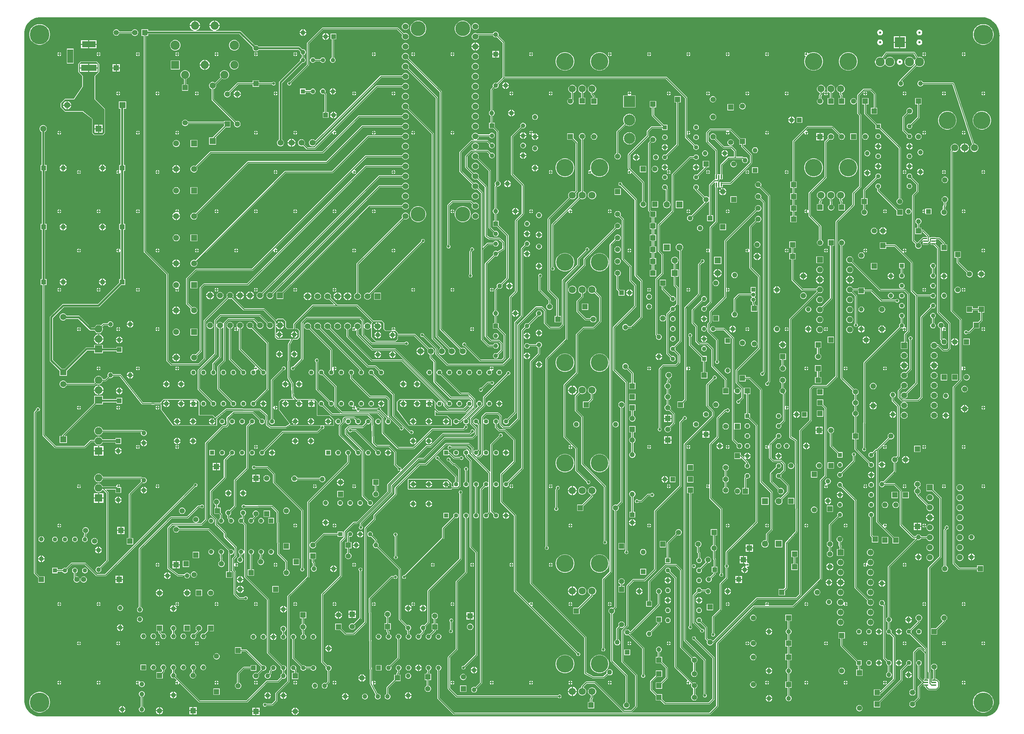
<source format=gbr>
%TF.GenerationSoftware,Altium Limited,Altium Designer,24.5.1 (21)*%
G04 Layer_Physical_Order=1*
G04 Layer_Color=255*
%FSLAX45Y45*%
%MOMM*%
%TF.SameCoordinates,8E29BE87-1CC9-43BB-A625-A17C5A0C5C18*%
%TF.FilePolarity,Positive*%
%TF.FileFunction,Copper,L1,Top,Signal*%
%TF.Part,Single*%
G01*
G75*
%TA.AperFunction,Conductor*%
%ADD10C,0.25400*%
%TA.AperFunction,SMDPad,CuDef*%
%ADD11R,0.40000X1.00000*%
%ADD12R,1.00000X0.40000*%
%TA.AperFunction,Conductor*%
%ADD13C,0.50000*%
%TA.AperFunction,ComponentPad*%
%ADD14C,5.00000*%
%ADD15C,1.50000*%
%ADD16R,1.50000X1.50000*%
%ADD17R,1.57500X1.57500*%
%ADD18C,1.57500*%
%ADD19C,1.35000*%
%ADD20R,1.35000X1.35000*%
%ADD21C,1.52400*%
%ADD22C,1.20000*%
%ADD23C,1.13000*%
%ADD24R,1.13000X1.13000*%
%ADD25C,4.46000*%
%ADD26C,1.80000*%
%ADD27R,1.13000X1.13000*%
%ADD28R,1.20000X1.20000*%
%ADD29R,1.35000X1.35000*%
%ADD30C,1.25000*%
%ADD31R,1.25000X1.25000*%
%ADD32R,1.60000X1.60000*%
%ADD33C,1.60000*%
%ADD34C,1.30000*%
%ADD35R,1.20000X1.20000*%
%ADD36C,1.05000*%
%ADD37R,1.05000X1.05000*%
%ADD38R,2.85420X2.85420*%
%ADD39C,2.85420*%
%ADD40C,1.15900*%
%ADD41R,1.15900X1.15900*%
%ADD42C,3.80000*%
%ADD43R,1.93500X1.93500*%
%ADD44C,1.93500*%
%ADD45C,1.27500*%
%ADD46R,1.27500X1.27500*%
%ADD47R,1.50000X3.50000*%
%ADD48R,3.50000X1.50000*%
%ADD49R,4.00000X1.50000*%
%ADD50R,1.57500X1.57500*%
%ADD51C,2.05000*%
%ADD52C,2.39000*%
%ADD53R,2.05000X2.05000*%
%ADD54R,1.40000X1.40000*%
%ADD55C,1.40000*%
%ADD56R,1.16000X1.16000*%
%ADD57C,1.16000*%
%ADD58R,1.60000X1.60000*%
%ADD59C,1.38100*%
%ADD60R,1.25000X1.25000*%
%ADD61R,1.30000X1.30000*%
%ADD62R,1.50000X1.50000*%
%ADD63R,2.55000X2.55000*%
%ADD64C,2.30000*%
%ADD65C,0.60000*%
%TA.AperFunction,ViaPad*%
%ADD66C,0.50000*%
%ADD67C,0.70000*%
%ADD68C,1.27000*%
G36*
X24512843Y17937161D02*
X24542055Y17933192D01*
X24599004Y17917928D01*
X24653564Y17895583D01*
X24704861Y17866515D01*
X24752068Y17831190D01*
X24794427Y17790181D01*
X24831259Y17744141D01*
X24861971Y17693813D01*
X24886070Y17640002D01*
X24903169Y17583577D01*
X24912993Y17525443D01*
X24915382Y17466531D01*
X24912843Y17437161D01*
X24912843D01*
X24912843Y17437160D01*
X24912843Y537161D01*
X24913338Y510810D01*
X24907274Y458449D01*
X24894267Y407368D01*
X24874553Y358482D01*
X24848483Y312670D01*
X24816525Y270751D01*
X24779253Y233479D01*
X24737334Y201522D01*
X24691521Y175452D01*
X24642636Y155737D01*
X24591554Y142731D01*
X24539194Y136668D01*
X24512843Y137162D01*
X512844Y137161D01*
X486626Y137161D01*
X434640Y144005D01*
X383992Y157576D01*
X335548Y177642D01*
X290139Y203859D01*
X248539Y235779D01*
X211462Y272856D01*
X179542Y314455D01*
X153324Y359865D01*
X133259Y408309D01*
X119688Y458957D01*
X112844Y510943D01*
X112844Y537160D01*
X112844Y17537161D01*
Y17563377D01*
X119688Y17615364D01*
X133259Y17666011D01*
X153325Y17714455D01*
X179542Y17759863D01*
X211462Y17801460D01*
X248538Y17838538D01*
X290137Y17870457D01*
X335546Y17896675D01*
X383989Y17916740D01*
X434636Y17930312D01*
X486621Y17937155D01*
X512838D01*
X512844Y17937161D01*
X24512843Y17937161D01*
D02*
G37*
%LPC*%
G36*
X4466837Y17853900D02*
X4462699D01*
Y17738699D01*
X4577899D01*
Y17742838D01*
X4569182Y17775368D01*
X4552344Y17804532D01*
X4528531Y17828345D01*
X4499366Y17845183D01*
X4466837Y17853900D01*
D02*
G37*
G36*
X4966836D02*
X4962698D01*
Y17738699D01*
X5077898D01*
Y17742838D01*
X5069181Y17775368D01*
X5052343Y17804532D01*
X5028530Y17828345D01*
X4999365Y17845183D01*
X4966836Y17853900D01*
D02*
G37*
G36*
X4937298D02*
X4933159D01*
X4900630Y17845183D01*
X4871465Y17828345D01*
X4847652Y17804532D01*
X4830814Y17775368D01*
X4822098Y17742838D01*
Y17738699D01*
X4937298D01*
Y17853900D01*
D02*
G37*
G36*
X4437299D02*
X4433160D01*
X4400631Y17845183D01*
X4371466Y17828345D01*
X4347653Y17804532D01*
X4330815Y17775368D01*
X4322099Y17742838D01*
Y17738699D01*
X4437299D01*
Y17853900D01*
D02*
G37*
G36*
X11594663Y17792299D02*
X11571255D01*
X11548645Y17786240D01*
X11528373Y17774536D01*
X11511821Y17757985D01*
X11500117Y17737714D01*
X11494059Y17715102D01*
Y17691695D01*
X11500117Y17669086D01*
X11511821Y17648813D01*
X11528373Y17632262D01*
X11548645Y17620557D01*
X11571255Y17614499D01*
X11594663D01*
X11617273Y17620557D01*
X11637545Y17632262D01*
X11654097Y17648813D01*
X11665800Y17669086D01*
X11671859Y17691695D01*
Y17715102D01*
X11665800Y17737714D01*
X11654097Y17757985D01*
X11637545Y17774536D01*
X11617273Y17786240D01*
X11594663Y17792299D01*
D02*
G37*
G36*
X9816663D02*
X9793255D01*
X9770645Y17786240D01*
X9750373Y17774536D01*
X9733821Y17757985D01*
X9722117Y17737714D01*
X9716059Y17715102D01*
Y17691695D01*
X9722117Y17669086D01*
X9733821Y17648813D01*
X9750373Y17632262D01*
X9770645Y17620557D01*
X9793255Y17614499D01*
X9816663D01*
X9839273Y17620557D01*
X9859545Y17632262D01*
X9876097Y17648813D01*
X9887800Y17669086D01*
X9893859Y17691695D01*
Y17715102D01*
X9887800Y17737714D01*
X9876097Y17757985D01*
X9859545Y17774536D01*
X9839273Y17786240D01*
X9816663Y17792299D01*
D02*
G37*
G36*
X4577899Y17713300D02*
X4449999D01*
X4322099D01*
Y17709161D01*
X4330815Y17676633D01*
X4347653Y17647467D01*
X4371466Y17623654D01*
X4400631Y17606816D01*
X4421827Y17601137D01*
X4420155Y17588437D01*
X3259701D01*
Y17632698D01*
X3094302D01*
Y17467297D01*
X3151104D01*
Y11973001D01*
X3153075Y11963091D01*
X3158689Y11954689D01*
X3724103Y11389270D01*
Y9200002D01*
X3726074Y9190091D01*
X3731688Y9181690D01*
X3831688Y9081690D01*
X3840089Y9076076D01*
X3850000Y9074105D01*
X4549999D01*
X4559909Y9076076D01*
X4568311Y9081690D01*
X4718313Y9231692D01*
X4723927Y9240094D01*
X4725898Y9250004D01*
Y10201272D01*
X5303021Y10778394D01*
X5310152Y10774277D01*
X5332457Y10768301D01*
X5355548D01*
X5377853Y10774277D01*
X5384984Y10778394D01*
X5681691Y10481687D01*
X5690093Y10476073D01*
X5700004Y10474102D01*
X6197277D01*
X6486253Y10185125D01*
Y9800000D01*
X6490280Y9790280D01*
X6490280Y9790280D01*
X6540280Y9740280D01*
X6550000Y9736253D01*
X6550001Y9736254D01*
X6868762D01*
X6875378Y9725412D01*
X6819709Y9617169D01*
X6819467Y9616321D01*
X6818966Y9615595D01*
X6818085Y9611492D01*
X6816930Y9607454D01*
X6817030Y9606577D01*
X6816845Y9605715D01*
X6804216Y8767881D01*
X6804592Y8765830D01*
X6804485Y8763747D01*
X6805495Y8760907D01*
X6806038Y8757942D01*
X6807170Y8756191D01*
X6807868Y8754226D01*
X6901011Y8598047D01*
X6913743Y8278455D01*
X6914640Y8274728D01*
X6915176Y8270933D01*
X6915814Y8269852D01*
X6916108Y8268630D01*
X6918362Y8265531D01*
X6920309Y8262230D01*
X6953273Y8225339D01*
X6948085Y8213747D01*
X6650000D01*
X6640280Y8209720D01*
X6640280Y8209720D01*
X6590280Y8159720D01*
X6586253Y8150000D01*
X6586254Y8149999D01*
Y7950000D01*
X6587921Y7945974D01*
X6589003Y7941752D01*
X6848433Y7595846D01*
X6846137Y7583355D01*
X6754972Y7525715D01*
X6381345Y7521145D01*
X6304975Y7577239D01*
X6297361Y7798467D01*
X6297288Y7798778D01*
X6297332Y7799094D01*
X6296135Y7803686D01*
X6295050Y7808304D01*
X6294863Y7808563D01*
X6294783Y7808872D01*
X6291918Y7812659D01*
X6289150Y7816508D01*
X6288879Y7816676D01*
X6288686Y7816931D01*
X6117201Y7969401D01*
X6113536Y7971551D01*
X6110013Y7973928D01*
X6109200Y7974094D01*
X6108485Y7974513D01*
X6104275Y7975097D01*
X6100111Y7975945D01*
X5252900Y7979826D01*
X5248953Y7979060D01*
X5244960Y7978617D01*
X5244027Y7978103D01*
X5242980Y7977900D01*
X5239627Y7975682D01*
X5236107Y7973745D01*
X4969783Y7749657D01*
X4909720Y7809720D01*
X4900000Y7813747D01*
X4900000Y7813746D01*
X4563747D01*
Y8150000D01*
X4559720Y8159720D01*
X4559720Y8159721D01*
X4509720Y8209720D01*
X4500000Y8213747D01*
X4499999Y8213747D01*
X3650000D01*
X3640280Y8209720D01*
X3640279Y8209720D01*
X3590280Y8159720D01*
X3586253Y8150000D01*
X3586253Y8149999D01*
Y8137153D01*
X3577202Y8128244D01*
X3125124Y8135416D01*
X2567539Y8845742D01*
X2566162Y8846923D01*
X2565125Y8848412D01*
X2562360Y8850183D01*
X2559869Y8852320D01*
X2558145Y8852885D01*
X2556617Y8853863D01*
X2553385Y8854442D01*
X2550265Y8855463D01*
X2548456Y8855324D01*
X2546670Y8855644D01*
X2367974Y8852210D01*
X2367746Y8853063D01*
X2358175Y8869640D01*
X2344639Y8883176D01*
X2328062Y8892747D01*
X2309572Y8897701D01*
X2290429D01*
X2271939Y8892747D01*
X2255362Y8883176D01*
X2241826Y8869640D01*
X2232255Y8853063D01*
X2227301Y8834573D01*
Y8815430D01*
X2232255Y8796940D01*
X2233375Y8795000D01*
X2164270Y8725895D01*
X2106373D01*
X2101992Y8742244D01*
X2087583Y8767202D01*
X2067205Y8787580D01*
X2042247Y8801989D01*
X2014410Y8809448D01*
X1985592D01*
X1957755Y8801989D01*
X1932797Y8787580D01*
X1912419Y8767202D01*
X1898010Y8742244D01*
X1890551Y8714407D01*
Y8685588D01*
X1898010Y8657752D01*
X1906473Y8643094D01*
X1889274Y8625896D01*
X1187734D01*
X1185216Y8635296D01*
X1173176Y8656150D01*
X1156149Y8673176D01*
X1135296Y8685216D01*
X1112037Y8691448D01*
X1087958D01*
X1064699Y8685216D01*
X1043846Y8673176D01*
X1026820Y8656150D01*
X1014780Y8635296D01*
X1008548Y8612038D01*
Y8587958D01*
X1014780Y8564700D01*
X1026820Y8543847D01*
X1043846Y8526820D01*
X1064699Y8514780D01*
X1087958Y8508548D01*
X1112037D01*
X1135296Y8514780D01*
X1156149Y8526820D01*
X1173176Y8543847D01*
X1185216Y8564700D01*
X1187734Y8574100D01*
X1900001D01*
X1909912Y8576072D01*
X1918314Y8581686D01*
X1943097Y8606469D01*
X1957755Y8598007D01*
X1985592Y8590548D01*
X2014410D01*
X2042247Y8598007D01*
X2067205Y8612416D01*
X2087583Y8632794D01*
X2101992Y8657752D01*
X2106373Y8674100D01*
X2174997D01*
X2184907Y8676072D01*
X2193309Y8681685D01*
X2270000Y8758376D01*
X2271939Y8757256D01*
X2290429Y8752302D01*
X2309572D01*
X2328062Y8757256D01*
X2344639Y8766827D01*
X2358175Y8780363D01*
X2367746Y8796940D01*
X2368678Y8800419D01*
X2534764Y8803611D01*
X3092003Y8093726D01*
X3093036Y8092840D01*
X3093773Y8091698D01*
X3096841Y8089577D01*
X3099673Y8087148D01*
X3100966Y8086725D01*
X3102085Y8085951D01*
X3105731Y8085165D01*
X3109276Y8084005D01*
X3110633Y8084109D01*
X3111963Y8083823D01*
X3586253Y8076299D01*
Y7950000D01*
X3587921Y7945974D01*
X3589003Y7941752D01*
X3889003Y7541752D01*
X3889887Y7541229D01*
X3890280Y7540280D01*
X3894306Y7538612D01*
X3898056Y7536391D01*
X3899051Y7536646D01*
X3900000Y7536253D01*
X5000000D01*
X5009720Y7540280D01*
X5013746Y7550000D01*
Y7700000D01*
X5013747Y7700000D01*
X5009720Y7709720D01*
X5009981Y7715790D01*
X5262175Y7927988D01*
X6090094Y7924195D01*
X6245978Y7785596D01*
X6253643Y7562909D01*
X6253994Y7561415D01*
X6253926Y7559882D01*
X6255140Y7556537D01*
X6255954Y7553072D01*
X6256850Y7551826D01*
X6257374Y7550383D01*
X6259776Y7547757D01*
X6261854Y7544869D01*
X6263158Y7544061D01*
X6264194Y7542928D01*
X6357666Y7474272D01*
X6360634Y7472884D01*
X6363380Y7471098D01*
X6365170Y7470765D01*
X6366821Y7469993D01*
X6370094Y7469848D01*
X6373314Y7469248D01*
X6762935Y7474013D01*
X6764959Y7474442D01*
X6767028Y7474389D01*
X6769856Y7475478D01*
X6772820Y7476105D01*
X6774527Y7477276D01*
X6776458Y7478019D01*
X6878153Y7542318D01*
X6890280Y7540280D01*
X6894306Y7538612D01*
X6898056Y7536391D01*
X6899051Y7536646D01*
X6900000Y7536253D01*
X7642202D01*
X7648126Y7523553D01*
X7642300Y7509488D01*
Y7490512D01*
X7642765Y7489390D01*
X7559273Y7405898D01*
X6685000D01*
X6675090Y7403926D01*
X6666688Y7398312D01*
X6185440Y6917065D01*
X6184712Y6917486D01*
X6167112Y6922201D01*
X6148891D01*
X6131291Y6917486D01*
X6115512Y6908375D01*
X6102628Y6895491D01*
X6093517Y6879711D01*
X6088801Y6862112D01*
Y6843891D01*
X6093517Y6826291D01*
X6102628Y6810511D01*
X6115512Y6797628D01*
X6131291Y6788517D01*
X6148891Y6783801D01*
X6167112D01*
X6184712Y6788517D01*
X6200491Y6797628D01*
X6213375Y6810511D01*
X6222486Y6826291D01*
X6227201Y6843891D01*
Y6862112D01*
X6222486Y6879711D01*
X6222065Y6880440D01*
X6695727Y7354102D01*
X7570000D01*
X7579911Y7356074D01*
X7588312Y7361688D01*
X7679390Y7452765D01*
X7680512Y7452300D01*
X7699488D01*
X7717020Y7459562D01*
X7730438Y7472980D01*
X7737700Y7490512D01*
Y7509488D01*
X7731874Y7523553D01*
X7737798Y7536253D01*
X7974683D01*
X7984403Y7540280D01*
X7988429Y7550000D01*
Y7690094D01*
X7988429Y7690094D01*
X7984403Y7699815D01*
X7884403Y7799814D01*
X7874683Y7803841D01*
X7874682Y7803841D01*
X7563747D01*
Y8150000D01*
X7559720Y8159720D01*
X7559720Y8159721D01*
X7509720Y8209720D01*
X7500000Y8213747D01*
X7499999Y8213747D01*
X7033092D01*
X6965127Y8289808D01*
X6952503Y8606688D01*
X6952181Y8608026D01*
X6952251Y8609401D01*
X6951008Y8612901D01*
X6950138Y8616512D01*
X6949329Y8617625D01*
X6948868Y8618922D01*
X6856116Y8774446D01*
X6868543Y9598872D01*
X6939197Y9736254D01*
X7050000D01*
X7050000Y9736253D01*
X7059720Y9740280D01*
X7109720Y9790280D01*
X7113747Y9800000D01*
X7113747Y9800000D01*
Y9950000D01*
X7113747Y9950000D01*
X7109720Y9959720D01*
X7059720Y10009720D01*
X7050000Y10013747D01*
X7050000Y10013747D01*
X7000900D01*
Y10114277D01*
X7460725Y10574102D01*
X8559273D01*
X8956967Y10176408D01*
X8940280Y10159720D01*
X8936253Y10150000D01*
X8936253Y10149999D01*
Y10107420D01*
X8923553Y10105748D01*
X8922722Y10108852D01*
X8911175Y10128850D01*
X8894847Y10145179D01*
X8874849Y10156725D01*
X8852544Y10162701D01*
X8829452D01*
X8807147Y10156725D01*
X8787149Y10145179D01*
X8770821Y10128850D01*
X8759275Y10108852D01*
X8758418Y10105652D01*
X8745718Y10107324D01*
Y10220180D01*
X8743746Y10230091D01*
X8738132Y10238492D01*
X8678312Y10298312D01*
X8669911Y10303926D01*
X8660000Y10305898D01*
X7290000D01*
X7280089Y10303926D01*
X7271688Y10298312D01*
X7157625Y10184250D01*
X7152011Y10175848D01*
X7150040Y10165938D01*
Y9246665D01*
X6950610Y9047235D01*
X6949488Y9047700D01*
X6930512D01*
X6912980Y9040438D01*
X6899562Y9027020D01*
X6892300Y9009488D01*
Y8990512D01*
X6899562Y8972980D01*
X6912980Y8959562D01*
X6930512Y8952300D01*
X6949488D01*
X6967020Y8959562D01*
X6980438Y8972980D01*
X6987700Y8990512D01*
Y9009488D01*
X6987235Y9010610D01*
X7194250Y9217625D01*
X7199864Y9226027D01*
X7201835Y9235938D01*
Y10155211D01*
X7300727Y10254102D01*
X8649273D01*
X8693922Y10209453D01*
Y9860180D01*
X8695894Y9850270D01*
X8701508Y9841868D01*
X8927178Y9616197D01*
X8935580Y9610583D01*
X8945491Y9608612D01*
X9790736D01*
X9791201Y9607490D01*
X9804619Y9594071D01*
X9822151Y9586810D01*
X9841127D01*
X9858659Y9594071D01*
X9872077Y9607490D01*
X9879339Y9625021D01*
Y9643998D01*
X9872077Y9661529D01*
X9858659Y9674948D01*
X9841127Y9682209D01*
X9822151D01*
X9804619Y9674948D01*
X9791201Y9661529D01*
X9790736Y9660407D01*
X8956218D01*
X8745718Y9870907D01*
Y10042679D01*
X8758418Y10044351D01*
X8759275Y10041151D01*
X8770821Y10021152D01*
X8787149Y10004824D01*
X8807147Y9993278D01*
X8829452Y9987302D01*
X8852544D01*
X8874849Y9993278D01*
X8894847Y10004824D01*
X8911175Y10021152D01*
X8922722Y10041151D01*
X8923553Y10044255D01*
X8936253Y10042583D01*
Y9800000D01*
X8940280Y9790280D01*
X9040280Y9690280D01*
X9050000Y9686253D01*
X9050001Y9686253D01*
X9550000D01*
X9550000Y9686253D01*
X9559721Y9690280D01*
X9609721Y9740279D01*
X9613747Y9750000D01*
X9613747Y9750000D01*
Y9824100D01*
X10026459D01*
X10373717Y9476843D01*
X10369360Y9469297D01*
X10363302Y9446686D01*
Y9423279D01*
X10369360Y9400668D01*
X10381064Y9380397D01*
X10397616Y9363845D01*
X10417887Y9352141D01*
X10426304Y9349886D01*
Y9269329D01*
X10428275Y9259418D01*
X10433889Y9251017D01*
X10520182Y9164723D01*
Y8661400D01*
X10522154Y8651489D01*
X10527768Y8643088D01*
X10941788Y8229068D01*
X10950189Y8223454D01*
X10960100Y8221482D01*
X11434675D01*
X11481606Y8174552D01*
X11480399Y8163849D01*
X11476825Y8162056D01*
X11468757Y8158797D01*
X11453708Y8167486D01*
X11436108Y8172201D01*
X11417887D01*
X11400288Y8167486D01*
X11384508Y8158375D01*
X11371624Y8145491D01*
X11362513Y8129711D01*
X11357798Y8112112D01*
Y8093891D01*
X11362513Y8076291D01*
X11362934Y8075562D01*
X11274412Y7987040D01*
X10899585D01*
X10825896Y8060729D01*
Y8119999D01*
X10823925Y8129910D01*
X10818311Y8138311D01*
X9738308Y9218314D01*
X9729906Y9223928D01*
X9719996Y9225900D01*
X8960727D01*
X8358896Y9827731D01*
Y9991147D01*
X8366849Y9993278D01*
X8386847Y10004824D01*
X8403175Y10021152D01*
X8414722Y10041151D01*
X8420698Y10063456D01*
Y10086547D01*
X8414722Y10108852D01*
X8403175Y10128850D01*
X8386847Y10145179D01*
X8366849Y10156725D01*
X8344544Y10162701D01*
X8321452D01*
X8299147Y10156725D01*
X8279149Y10145179D01*
X8262821Y10128850D01*
X8251275Y10108852D01*
X8245298Y10086547D01*
Y10063456D01*
X8251275Y10041151D01*
X8262821Y10021152D01*
X8279149Y10004824D01*
X8299147Y9993278D01*
X8307101Y9991147D01*
Y9817003D01*
X8309072Y9807093D01*
X8314686Y9798691D01*
X8931687Y9181690D01*
X8940089Y9176076D01*
X8950000Y9174104D01*
X9709269D01*
X10715699Y8167674D01*
X10707487Y8158375D01*
X10691708Y8167486D01*
X10674108Y8172201D01*
X10655887D01*
X10638288Y8167486D01*
X10622508Y8158375D01*
X10609624Y8145491D01*
X10600513Y8129711D01*
X10595798Y8112112D01*
Y8093891D01*
X10600513Y8076291D01*
X10609624Y8060511D01*
X10622508Y8047628D01*
X10638288Y8038517D01*
X10655887Y8033801D01*
X10674108D01*
X10691708Y8038517D01*
X10707488Y8047628D01*
X10720371Y8060511D01*
X10729482Y8076291D01*
X10734198Y8093891D01*
Y8112112D01*
X10729482Y8129711D01*
X10720371Y8145491D01*
X10729670Y8153703D01*
X10774101Y8109272D01*
Y8050002D01*
X10776072Y8040091D01*
X10781686Y8031689D01*
X10870546Y7942830D01*
X10878948Y7937216D01*
X10888858Y7935245D01*
X11285139D01*
X11295049Y7937216D01*
X11303451Y7942830D01*
X11399559Y8038938D01*
X11400288Y8038517D01*
X11417887Y8033801D01*
X11431076D01*
X11436498Y8021263D01*
X11330373Y7915138D01*
X10635486D01*
X10563747Y7986877D01*
Y8150000D01*
X10559721Y8159720D01*
X10559720Y8159721D01*
X10509720Y8209720D01*
X10500000Y8213747D01*
X10500000Y8213747D01*
X9650000D01*
X9640280Y8209720D01*
X9640280Y8209720D01*
X9590280Y8159720D01*
X9586253Y8150000D01*
X9586254Y8149999D01*
Y7950000D01*
X9587921Y7945974D01*
X9589003Y7941752D01*
X9889003Y7541752D01*
X9889887Y7541229D01*
X9890280Y7540280D01*
X9894306Y7538612D01*
X9898056Y7536391D01*
X9899052Y7536646D01*
X9900000Y7536253D01*
X10964682D01*
X10974403Y7540280D01*
X10978429Y7550000D01*
Y7690094D01*
X10978429Y7690094D01*
X10974403Y7699815D01*
X10874403Y7799814D01*
X10864683Y7803841D01*
X10864682Y7803841D01*
X10563747D01*
Y7897034D01*
X10575480Y7901894D01*
X10606447Y7870928D01*
X10614848Y7865314D01*
X10624759Y7863342D01*
X11341100D01*
X11351011Y7865314D01*
X11359412Y7870928D01*
X11503419Y8014934D01*
X11516845Y8010400D01*
X11517669Y8004293D01*
X11186273Y7672898D01*
X11156704D01*
X11156486Y7673710D01*
X11147376Y7689490D01*
X11134492Y7702374D01*
X11118712Y7711484D01*
X11101113Y7716200D01*
X11082892D01*
X11065292Y7711484D01*
X11049512Y7702374D01*
X11036628Y7689490D01*
X11027518Y7673710D01*
X11022802Y7656111D01*
Y7637890D01*
X11027518Y7620290D01*
X11036628Y7604510D01*
X11049512Y7591626D01*
X11065292Y7582516D01*
X11082892Y7577800D01*
X11101113D01*
X11118712Y7582516D01*
X11134492Y7591626D01*
X11147376Y7604510D01*
X11156486Y7620290D01*
X11156704Y7621103D01*
X11197000D01*
X11206911Y7623074D01*
X11215313Y7628688D01*
X11275757Y7689132D01*
X11285920Y7681334D01*
X11281518Y7673710D01*
X11276802Y7656111D01*
Y7637890D01*
X11281518Y7620290D01*
X11290628Y7604510D01*
X11303512Y7591626D01*
X11319292Y7582516D01*
X11336892Y7577800D01*
X11355113D01*
X11372712Y7582516D01*
X11388492Y7591626D01*
X11401376Y7604510D01*
X11410486Y7620290D01*
X11415202Y7637890D01*
Y7656111D01*
X11410486Y7673710D01*
X11401376Y7689490D01*
X11388745Y7702121D01*
X11693820Y8007195D01*
X11699434Y8015597D01*
X11701405Y8025507D01*
Y8036828D01*
X11707708Y8038517D01*
X11723488Y8047628D01*
X11736371Y8060511D01*
X11745482Y8076291D01*
X11750198Y8093891D01*
Y8112112D01*
X11745482Y8129711D01*
X11736371Y8145491D01*
X11723488Y8158375D01*
X11707708Y8167486D01*
X11690108Y8172201D01*
X11671887D01*
X11654288Y8167486D01*
X11638508Y8158375D01*
X11625624Y8145491D01*
X11616513Y8129711D01*
X11611798Y8112112D01*
Y8093891D01*
X11616513Y8076291D01*
X11625624Y8060511D01*
X11638508Y8047628D01*
X11641827Y8045711D01*
X11643555Y8030180D01*
X11344451Y7731076D01*
X11338837Y7722674D01*
X11337550Y7716200D01*
X11336892D01*
X11319292Y7711484D01*
X11311668Y7707083D01*
X11303870Y7717245D01*
X11565315Y7978690D01*
X11570929Y7987092D01*
X11572900Y7997003D01*
Y8212999D01*
X11570929Y8222909D01*
X11565315Y8231311D01*
X11428312Y8368313D01*
X11419911Y8373927D01*
X11410000Y8375899D01*
X11222729D01*
X10729061Y8869562D01*
X10729482Y8870290D01*
X10734198Y8887890D01*
Y8906111D01*
X10729482Y8923710D01*
X10720371Y8939490D01*
X10707488Y8952374D01*
X10691708Y8961484D01*
X10674108Y8966200D01*
X10655887D01*
X10638288Y8961484D01*
X10622508Y8952374D01*
X10609624Y8939490D01*
X10600513Y8923710D01*
X10595798Y8906111D01*
Y8887890D01*
X10600513Y8870290D01*
X10609624Y8854510D01*
X10622508Y8841626D01*
X10638288Y8832516D01*
X10655887Y8827800D01*
X10674108D01*
X10691708Y8832516D01*
X10692437Y8832937D01*
X11193690Y8331688D01*
X11202091Y8326075D01*
X11212002Y8324103D01*
X11399273D01*
X11437399Y8285978D01*
X11432138Y8273278D01*
X10970827D01*
X10571978Y8672127D01*
Y9175451D01*
X10570006Y9185361D01*
X10564392Y9193763D01*
X10478099Y9280056D01*
Y9349886D01*
X10486516Y9352141D01*
X10506787Y9363845D01*
X10523339Y9380397D01*
X10535043Y9400668D01*
X10541102Y9423279D01*
Y9446686D01*
X10535043Y9469297D01*
X10523339Y9489568D01*
X10506787Y9506120D01*
X10486516Y9517824D01*
X10463905Y9523882D01*
X10440498D01*
X10417887Y9517824D01*
X10410341Y9513467D01*
X10055498Y9868310D01*
X10047096Y9873924D01*
X10037186Y9875896D01*
X9613747D01*
Y9900000D01*
X9613747Y9900000D01*
X9609721Y9909720D01*
X9559721Y9959720D01*
X9551909Y9962956D01*
X9549356Y9965318D01*
X9544797Y9976446D01*
X9549292Y9987300D01*
X9450708D01*
X9455204Y9976447D01*
X9448384Y9963746D01*
X9305694D01*
X9263747Y10005694D01*
Y10150000D01*
X9263747Y10150000D01*
X9259721Y10159720D01*
X9209721Y10209720D01*
X9200000Y10213747D01*
X9200000Y10213746D01*
X9000000D01*
X8994964Y10211661D01*
X8588313Y10618312D01*
X8579911Y10623925D01*
X8570001Y10625897D01*
X8072728D01*
X7902605Y10796020D01*
X7906722Y10803151D01*
X7912698Y10825456D01*
Y10848547D01*
X7906722Y10870852D01*
X7895175Y10890850D01*
X7878847Y10907179D01*
X7858849Y10918725D01*
X7836544Y10924701D01*
X7813452D01*
X7791147Y10918725D01*
X7771149Y10907179D01*
X7754821Y10890850D01*
X7743275Y10870852D01*
X7737298Y10848547D01*
Y10825456D01*
X7743275Y10803151D01*
X7754821Y10783152D01*
X7771149Y10766824D01*
X7791147Y10755278D01*
X7813452Y10749302D01*
X7836544D01*
X7858849Y10755278D01*
X7865980Y10759395D01*
X7987745Y10637630D01*
X7982885Y10625897D01*
X7449998D01*
X7440087Y10623925D01*
X7431685Y10618312D01*
X6956690Y10143316D01*
X6951076Y10134914D01*
X6949105Y10125004D01*
Y10013747D01*
X6805694D01*
X6763746Y10055694D01*
Y10200000D01*
X6763747Y10200000D01*
X6759720Y10209720D01*
X6709720Y10259720D01*
X6700000Y10263747D01*
X6700000Y10263747D01*
X6550000D01*
X6540280Y10259720D01*
X6540280Y10259720D01*
X6512594Y10232034D01*
X6226316Y10518312D01*
X6217914Y10523926D01*
X6208004Y10525897D01*
X5710731D01*
X5421609Y10815019D01*
X5425726Y10822150D01*
X5431702Y10844455D01*
Y10867546D01*
X5425726Y10889851D01*
X5414180Y10909850D01*
X5397852Y10926178D01*
X5377853Y10937724D01*
X5355548Y10943700D01*
X5332457D01*
X5310152Y10937724D01*
X5290154Y10926178D01*
X5273825Y10909850D01*
X5262279Y10889851D01*
X5256303Y10867546D01*
Y10844455D01*
X5262279Y10822150D01*
X5266396Y10815019D01*
X4681688Y10230311D01*
X4676074Y10221909D01*
X4674103Y10211999D01*
Y9260732D01*
X4539271Y9125900D01*
X3860727D01*
X3775898Y9210729D01*
Y11399998D01*
X3773926Y11409908D01*
X3768313Y11418310D01*
X3202899Y11983728D01*
Y17467297D01*
X3259701D01*
Y17511559D01*
X5584077D01*
X5923027Y17172609D01*
X5919798Y17160558D01*
Y17139439D01*
X5925263Y17119043D01*
X5935822Y17100755D01*
X5950754Y17085823D01*
X5969042Y17075264D01*
X5989440Y17069798D01*
X6010557D01*
X6030954Y17075264D01*
X6049242Y17085823D01*
X6064174Y17100755D01*
X6070413Y17111560D01*
X7084079D01*
X7129154Y17066486D01*
X7127301Y17059570D01*
Y17040428D01*
X7132255Y17021938D01*
X7141826Y17005360D01*
X7155362Y16991824D01*
X7171940Y16982253D01*
X7174103Y16981674D01*
Y16913312D01*
X7167291Y16911485D01*
X7151511Y16902376D01*
X7138628Y16889491D01*
X7129517Y16873712D01*
X7124801Y16856113D01*
Y16837892D01*
X7126012Y16833372D01*
X6599670Y16307031D01*
X6591337Y16294560D01*
X6588411Y16279851D01*
X6588411Y16279849D01*
Y14823747D01*
X6572264Y14814426D01*
X6555712Y14797874D01*
X6544008Y14777602D01*
X6537950Y14754993D01*
Y14731584D01*
X6544008Y14708974D01*
X6555712Y14688702D01*
X6572264Y14672150D01*
X6592536Y14660446D01*
X6615146Y14654388D01*
X6638554D01*
X6661164Y14660446D01*
X6681436Y14672150D01*
X6697988Y14688702D01*
X6709691Y14708974D01*
X6715750Y14731584D01*
Y14754993D01*
X6709691Y14777602D01*
X6697988Y14797874D01*
X6681436Y14814426D01*
X6665288Y14823747D01*
Y16263930D01*
X7180372Y16779013D01*
X7184891Y16777802D01*
X7203112D01*
X7220711Y16782518D01*
X7236491Y16791628D01*
X7249375Y16804512D01*
X7258486Y16820293D01*
X7263201Y16837892D01*
Y16856113D01*
X7258486Y16873712D01*
X7249375Y16889491D01*
X7236491Y16902376D01*
X7225898Y16908492D01*
Y16981674D01*
X7228062Y16982253D01*
X7244640Y16991824D01*
X7258175Y17005360D01*
X7267746Y17021938D01*
X7272701Y17040428D01*
Y17059570D01*
X7267746Y17078059D01*
X7258175Y17094638D01*
X7244640Y17108173D01*
X7228062Y17117744D01*
X7209572Y17122699D01*
X7190430D01*
X7183514Y17120847D01*
X7127181Y17177179D01*
X7114711Y17185510D01*
X7100001Y17188438D01*
X7100000Y17188437D01*
X6070413D01*
X6064174Y17199243D01*
X6049242Y17214175D01*
X6030954Y17224733D01*
X6010557Y17230199D01*
X5989440D01*
X5977388Y17226970D01*
X5627179Y17577177D01*
X5614709Y17585510D01*
X5599999Y17588437D01*
X5599998Y17588437D01*
X4979842D01*
X4978170Y17601137D01*
X4999365Y17606816D01*
X5028530Y17623654D01*
X5052343Y17647467D01*
X5069181Y17676633D01*
X5077898Y17709161D01*
Y17713300D01*
X4949998D01*
X4822098D01*
Y17709161D01*
X4830814Y17676633D01*
X4847652Y17647467D01*
X4871465Y17623654D01*
X4900630Y17606816D01*
X4921826Y17601137D01*
X4920154Y17588437D01*
X4479843D01*
X4478171Y17601137D01*
X4499366Y17606816D01*
X4528531Y17623654D01*
X4552344Y17647467D01*
X4569182Y17676633D01*
X4577899Y17709161D01*
Y17713300D01*
D02*
G37*
G36*
X2933879Y17632698D02*
X2912104D01*
X2891070Y17627061D01*
X2872212Y17616174D01*
X2856815Y17600777D01*
X2845927Y17581918D01*
X2844313Y17575896D01*
X2526088D01*
X2524732Y17580954D01*
X2514174Y17599242D01*
X2499242Y17614174D01*
X2480954Y17624733D01*
X2460556Y17630199D01*
X2439439D01*
X2419042Y17624733D01*
X2400754Y17614174D01*
X2385821Y17599242D01*
X2375263Y17580954D01*
X2369798Y17560556D01*
Y17539439D01*
X2375263Y17519041D01*
X2385821Y17500754D01*
X2400754Y17485822D01*
X2419042Y17475262D01*
X2439439Y17469798D01*
X2460556D01*
X2480954Y17475262D01*
X2499242Y17485822D01*
X2514174Y17500754D01*
X2524732Y17519041D01*
X2526088Y17524100D01*
X2844313D01*
X2845927Y17518077D01*
X2856815Y17499219D01*
X2872212Y17483823D01*
X2891070Y17472934D01*
X2912104Y17467297D01*
X2933879D01*
X2954912Y17472934D01*
X2973770Y17483823D01*
X2989168Y17499219D01*
X3000055Y17518077D01*
X3005691Y17539110D01*
Y17560886D01*
X3000055Y17581918D01*
X2989168Y17600777D01*
X2973770Y17616174D01*
X2954912Y17627061D01*
X2933879Y17632698D01*
D02*
G37*
G36*
X7212701Y17635007D02*
Y17562698D01*
X7285010D01*
X7279581Y17582961D01*
X7268338Y17602435D01*
X7252438Y17618335D01*
X7232964Y17629578D01*
X7212701Y17635007D01*
D02*
G37*
G36*
X7187301D02*
X7167038Y17629578D01*
X7147564Y17618335D01*
X7131664Y17602435D01*
X7120421Y17582961D01*
X7114991Y17562698D01*
X7187301D01*
Y17635007D01*
D02*
G37*
G36*
X12109572Y17572701D02*
X12090430D01*
X12071940Y17567746D01*
X12055362Y17558176D01*
X12041827Y17544640D01*
X12032256Y17528062D01*
X12031676Y17525899D01*
X11633561D01*
X11629617Y17525114D01*
X11617273Y17532240D01*
X11594663Y17538300D01*
X11571255D01*
X11548645Y17532240D01*
X11528373Y17520535D01*
X11511821Y17503986D01*
X11500117Y17483713D01*
X11494059Y17461102D01*
Y17437695D01*
X11500117Y17415085D01*
X11511821Y17394814D01*
X11528373Y17378261D01*
X11548645Y17366557D01*
X11571255Y17360500D01*
X11594663D01*
X11617273Y17366557D01*
X11637545Y17378261D01*
X11654097Y17394814D01*
X11665800Y17415085D01*
X11671859Y17437695D01*
Y17461102D01*
X11671075Y17464027D01*
X11678806Y17474103D01*
X12031676D01*
X12032256Y17471939D01*
X12041827Y17455362D01*
X12055362Y17441826D01*
X12071940Y17432256D01*
X12090430Y17427301D01*
X12109572D01*
X12128062Y17432256D01*
X12130002Y17433376D01*
X12274103Y17289275D01*
Y16410725D01*
X12130002Y16266624D01*
X12128062Y16267744D01*
X12109572Y16272697D01*
X12090430D01*
X12071940Y16267744D01*
X12055362Y16258173D01*
X12041827Y16244637D01*
X12032256Y16228059D01*
X12027301Y16209569D01*
Y16190427D01*
X12032256Y16171938D01*
X12033375Y16169997D01*
X11981689Y16118311D01*
X11976075Y16109909D01*
X11974104Y16099998D01*
Y15568324D01*
X11971940Y15567744D01*
X11955363Y15558174D01*
X11941827Y15544638D01*
X11932256Y15528061D01*
X11927302Y15509570D01*
Y15490428D01*
X11932256Y15471938D01*
X11941827Y15455360D01*
X11955363Y15441824D01*
X11971940Y15432254D01*
X11974104Y15431674D01*
Y15251701D01*
X11932299D01*
Y15110301D01*
X12037074D01*
X12124101Y15023274D01*
Y13768323D01*
X12121937Y13767744D01*
X12105360Y13758173D01*
X12091824Y13744637D01*
X12082253Y13728059D01*
X12077299Y13709569D01*
Y13690427D01*
X12082253Y13671938D01*
X12090306Y13657988D01*
X12081688Y13649368D01*
X12078895Y13645189D01*
X12076075Y13640968D01*
X12076075Y13640967D01*
X12076074Y13640967D01*
X12074104Y13631058D01*
Y13068324D01*
X12071940Y13067744D01*
X12055362Y13058174D01*
X12041827Y13044638D01*
X12032256Y13028061D01*
X12027301Y13009570D01*
Y12990428D01*
X12032256Y12971938D01*
X12041827Y12955360D01*
X12055362Y12941824D01*
X12071940Y12932254D01*
X12074104Y12931674D01*
Y12751701D01*
X12032299D01*
Y12610301D01*
X12137074D01*
X12374103Y12373271D01*
Y11310725D01*
X12230002Y11166624D01*
X12228062Y11167744D01*
X12209572Y11172698D01*
X12190430D01*
X12171940Y11167744D01*
X12155362Y11158173D01*
X12141827Y11144637D01*
X12132255Y11128059D01*
X12127301Y11109569D01*
Y11090427D01*
X12132255Y11071937D01*
X12133375Y11069997D01*
X12081689Y11018311D01*
X12076075Y11009909D01*
X12074104Y10999998D01*
Y10468325D01*
X12071940Y10467745D01*
X12055362Y10458174D01*
X12041827Y10444638D01*
X12032256Y10428061D01*
X12027301Y10409571D01*
Y10390428D01*
X12032256Y10371938D01*
X12041827Y10355361D01*
X12055362Y10341825D01*
X12071940Y10332254D01*
X12074104Y10331674D01*
Y10151701D01*
X12032299D01*
Y10010301D01*
X12137074D01*
X12305802Y9841572D01*
Y9284267D01*
X12247433Y9225897D01*
X11720727D01*
X11347235Y9599390D01*
X11347700Y9600512D01*
Y9619488D01*
X11340438Y9637020D01*
X11327020Y9650438D01*
X11309488Y9657700D01*
X11290512D01*
X11272980Y9650438D01*
X11259562Y9637020D01*
X11252300Y9619488D01*
Y9600512D01*
X11259562Y9582980D01*
X11272980Y9569562D01*
X11290512Y9562300D01*
X11309488D01*
X11310610Y9562765D01*
X11691688Y9181688D01*
X11700090Y9176074D01*
X11710000Y9174102D01*
X12258160D01*
X12268070Y9176074D01*
X12276472Y9181688D01*
X12350012Y9255228D01*
X12355626Y9263629D01*
X12357598Y9273540D01*
Y9852299D01*
X12355626Y9862210D01*
X12350012Y9870612D01*
X12173698Y10046926D01*
Y10151701D01*
X12125899D01*
Y10331674D01*
X12128062Y10332254D01*
X12144640Y10341825D01*
X12158176Y10355361D01*
X12167747Y10371938D01*
X12172701Y10390428D01*
Y10409571D01*
X12167747Y10428061D01*
X12158176Y10444638D01*
X12144640Y10458174D01*
X12128062Y10467745D01*
X12125899Y10468325D01*
Y10989271D01*
X12170000Y11033372D01*
X12171940Y11032253D01*
X12190430Y11027298D01*
X12209572D01*
X12228062Y11032253D01*
X12244640Y11041824D01*
X12258175Y11055359D01*
X12267747Y11071937D01*
X12272701Y11090427D01*
Y11109569D01*
X12267747Y11128059D01*
X12266627Y11129999D01*
X12418313Y11281685D01*
X12423927Y11290087D01*
X12425898Y11299998D01*
Y12383999D01*
X12423927Y12393909D01*
X12418313Y12402311D01*
X12173698Y12646926D01*
Y12751701D01*
X12125899D01*
Y12931674D01*
X12128062Y12932254D01*
X12144640Y12941824D01*
X12158176Y12955360D01*
X12167747Y12971938D01*
X12172701Y12990428D01*
Y13009570D01*
X12167747Y13028061D01*
X12158176Y13044638D01*
X12144640Y13058174D01*
X12128062Y13067744D01*
X12125899Y13068324D01*
Y13620331D01*
X12134463Y13628896D01*
X12140427Y13627298D01*
X12159570D01*
X12178060Y13632253D01*
X12194637Y13641824D01*
X12208173Y13655359D01*
X12217744Y13671938D01*
X12222698Y13690427D01*
Y13709569D01*
X12217744Y13728059D01*
X12208173Y13744637D01*
X12194637Y13758173D01*
X12178060Y13767744D01*
X12175896Y13768323D01*
Y15034001D01*
X12173925Y15043912D01*
X12168311Y15052313D01*
X12073698Y15146925D01*
Y15251701D01*
X12025899D01*
Y15431674D01*
X12028063Y15432254D01*
X12044640Y15441824D01*
X12058176Y15455360D01*
X12067747Y15471938D01*
X12072701Y15490428D01*
Y15509570D01*
X12067747Y15528061D01*
X12058176Y15544638D01*
X12044640Y15558174D01*
X12028063Y15567744D01*
X12025899Y15568324D01*
Y16089272D01*
X12070000Y16133372D01*
X12071940Y16132253D01*
X12090430Y16127298D01*
X12109572D01*
X12128062Y16132253D01*
X12144640Y16141824D01*
X12158176Y16155359D01*
X12167747Y16171938D01*
X12172701Y16190427D01*
Y16209569D01*
X12167747Y16228059D01*
X12166627Y16229999D01*
X12310728Y16374100D01*
X16421315D01*
X16914102Y15881313D01*
Y14886002D01*
X16916074Y14876091D01*
X16921687Y14867690D01*
X17132935Y14656442D01*
X17132515Y14655713D01*
X17127798Y14638113D01*
Y14619893D01*
X17132515Y14602293D01*
X17141624Y14586513D01*
X17154509Y14573630D01*
X17170290Y14564519D01*
X17187888Y14559802D01*
X17206110D01*
X17223709Y14564519D01*
X17239490Y14573630D01*
X17252373Y14586513D01*
X17261482Y14602293D01*
X17266199Y14619893D01*
Y14638113D01*
X17261482Y14655713D01*
X17252373Y14671494D01*
X17239490Y14684377D01*
X17223709Y14693488D01*
X17206110Y14698203D01*
X17187888D01*
X17170290Y14693488D01*
X17169560Y14693066D01*
X16965897Y14896729D01*
Y14946234D01*
X16978598Y14954314D01*
X16987302Y14950708D01*
Y15000000D01*
Y15049292D01*
X16978598Y15045686D01*
X16965897Y15053767D01*
Y15892039D01*
X16963927Y15901952D01*
X16958311Y15910352D01*
X16450356Y16418311D01*
X16441953Y16423924D01*
X16432042Y16425896D01*
X12325898D01*
Y17300002D01*
X12323927Y17309912D01*
X12318313Y17318314D01*
X12166627Y17470000D01*
X12167747Y17471939D01*
X12172701Y17490430D01*
Y17509572D01*
X12167747Y17528062D01*
X12158176Y17544640D01*
X12144640Y17558176D01*
X12128062Y17567746D01*
X12109572Y17572701D01*
D02*
G37*
G36*
X22884572Y17622697D02*
X22865430D01*
X22846941Y17617744D01*
X22830363Y17608173D01*
X22816827Y17594637D01*
X22807256Y17578059D01*
X22802301Y17559569D01*
Y17540427D01*
X22807256Y17521938D01*
X22816827Y17505359D01*
X22830363Y17491824D01*
X22846941Y17482253D01*
X22865430Y17477298D01*
X22884572D01*
X22903062Y17482253D01*
X22919640Y17491824D01*
X22933176Y17505359D01*
X22942747Y17521938D01*
X22947701Y17540427D01*
Y17559569D01*
X22942747Y17578059D01*
X22933176Y17594637D01*
X22919640Y17608173D01*
X22903062Y17617744D01*
X22884572Y17622697D01*
D02*
G37*
G36*
X21884569D02*
X21865427D01*
X21846938Y17617744D01*
X21830359Y17608173D01*
X21816824Y17594637D01*
X21807253Y17578059D01*
X21802298Y17559569D01*
Y17540427D01*
X21807253Y17521938D01*
X21816824Y17505359D01*
X21830359Y17491824D01*
X21846938Y17482253D01*
X21865427Y17477298D01*
X21884569D01*
X21903059Y17482253D01*
X21919637Y17491824D01*
X21933173Y17505359D01*
X21942744Y17521938D01*
X21947697Y17540427D01*
Y17559569D01*
X21942744Y17578059D01*
X21933173Y17594637D01*
X21919637Y17608173D01*
X21903059Y17617744D01*
X21884569Y17622697D01*
D02*
G37*
G36*
X7285010Y17537299D02*
X7212701D01*
Y17464989D01*
X7232964Y17470418D01*
X7252438Y17481660D01*
X7268338Y17497562D01*
X7279581Y17517035D01*
X7285010Y17537299D01*
D02*
G37*
G36*
X7187301D02*
X7114991D01*
X7120421Y17517035D01*
X7131664Y17497562D01*
X7147564Y17481660D01*
X7167038Y17470418D01*
X7187301Y17464989D01*
Y17537299D01*
D02*
G37*
G36*
X7787701Y17535008D02*
Y17462700D01*
X7860010D01*
X7854581Y17482961D01*
X7843338Y17502435D01*
X7827438Y17518335D01*
X7807964Y17529578D01*
X7787701Y17535008D01*
D02*
G37*
G36*
X7762301D02*
X7742038Y17529578D01*
X7722564Y17518335D01*
X7706664Y17502435D01*
X7695421Y17482961D01*
X7689992Y17462700D01*
X7762301D01*
Y17535008D01*
D02*
G37*
G36*
X11284966Y17850220D02*
X11245037D01*
X11205876Y17842429D01*
X11168987Y17827148D01*
X11135788Y17804967D01*
X11107554Y17776732D01*
X11085371Y17743533D01*
X11070091Y17706644D01*
X11062302Y17667484D01*
Y17627554D01*
X11070091Y17588393D01*
X11085371Y17551505D01*
X11107554Y17518304D01*
X11135788Y17490071D01*
X11168987Y17467888D01*
X11205876Y17452608D01*
X11245037Y17444820D01*
X11284966D01*
X11324127Y17452608D01*
X11361016Y17467888D01*
X11394215Y17490071D01*
X11422449Y17518304D01*
X11444632Y17551505D01*
X11459912Y17588393D01*
X11467701Y17627554D01*
Y17667484D01*
X11459912Y17706644D01*
X11444632Y17743533D01*
X11422449Y17776732D01*
X11394215Y17804967D01*
X11361016Y17827148D01*
X11324127Y17842429D01*
X11284966Y17850220D01*
D02*
G37*
G36*
X10150043D02*
X10110115D01*
X10070953Y17842429D01*
X10034065Y17827148D01*
X10000865Y17804967D01*
X9972632Y17776732D01*
X9950448Y17743533D01*
X9935169Y17706644D01*
X9927379Y17667484D01*
Y17627554D01*
X9935169Y17588393D01*
X9950448Y17551505D01*
X9972632Y17518304D01*
X10000865Y17490071D01*
X10034065Y17467888D01*
X10070953Y17452608D01*
X10110115Y17444820D01*
X10150043D01*
X10189204Y17452608D01*
X10226093Y17467888D01*
X10259292Y17490071D01*
X10287526Y17518304D01*
X10309709Y17551505D01*
X10324989Y17588393D01*
X10332779Y17627554D01*
Y17667484D01*
X10324989Y17706644D01*
X10309709Y17743533D01*
X10287526Y17776732D01*
X10259292Y17804967D01*
X10226093Y17827148D01*
X10189204Y17842429D01*
X10150043Y17850220D01*
D02*
G37*
G36*
X7860011Y17437300D02*
X7787701D01*
Y17364989D01*
X7807964Y17370418D01*
X7827438Y17381660D01*
X7843338Y17397562D01*
X7854581Y17417035D01*
X7860011Y17437300D01*
D02*
G37*
G36*
X7762301D02*
X7689991D01*
X7695421Y17417035D01*
X7706664Y17397562D01*
X7722564Y17381660D01*
X7742038Y17370418D01*
X7762301Y17364989D01*
Y17437300D01*
D02*
G37*
G36*
X9604360Y17675896D02*
X7700000D01*
X7690089Y17673924D01*
X7681687Y17668311D01*
X7306687Y17293311D01*
X7301073Y17284908D01*
X7299102Y17274997D01*
Y16735728D01*
X6860609Y16297237D01*
X6859487Y16297701D01*
X6840511D01*
X6822979Y16290439D01*
X6809561Y16277020D01*
X6802299Y16259489D01*
Y16240512D01*
X6809561Y16222981D01*
X6822979Y16209563D01*
X6840511Y16202301D01*
X6859487D01*
X6877019Y16209563D01*
X6890437Y16222981D01*
X6897699Y16240512D01*
Y16259489D01*
X6897234Y16260611D01*
X7343312Y16706688D01*
X7348926Y16715089D01*
X7350897Y16725002D01*
Y17264270D01*
X7710727Y17624100D01*
X9593633D01*
X9726474Y17491258D01*
X9722117Y17483713D01*
X9716059Y17461102D01*
Y17437695D01*
X9722117Y17415085D01*
X9733821Y17394814D01*
X9750373Y17378261D01*
X9770645Y17366557D01*
X9793255Y17360500D01*
X9816663D01*
X9839273Y17366557D01*
X9859545Y17378261D01*
X9876097Y17394814D01*
X9887800Y17415085D01*
X9893859Y17437695D01*
Y17461102D01*
X9887800Y17483713D01*
X9876097Y17503986D01*
X9859545Y17520535D01*
X9839273Y17532240D01*
X9816663Y17538300D01*
X9793255D01*
X9770645Y17532240D01*
X9763099Y17527884D01*
X9622672Y17668311D01*
X9614270Y17673924D01*
X9604360Y17675896D01*
D02*
G37*
G36*
X22527902Y17452901D02*
X22387701D01*
Y17312701D01*
X22527902D01*
Y17452901D01*
D02*
G37*
G36*
X22362302D02*
X22222102D01*
Y17312701D01*
X22362302D01*
Y17452901D01*
D02*
G37*
G36*
X1950399Y17350398D02*
X1762698D01*
Y17262698D01*
X1950399D01*
Y17350398D01*
D02*
G37*
G36*
X1737298D02*
X1549599D01*
Y17262698D01*
X1737298D01*
Y17350398D01*
D02*
G37*
G36*
X24520677Y17762701D02*
X24479327D01*
X24438486Y17756232D01*
X24399159Y17743454D01*
X24362317Y17724683D01*
X24328864Y17700377D01*
X24299626Y17671138D01*
X24275320Y17637685D01*
X24256548Y17600842D01*
X24243770Y17561516D01*
X24237302Y17520676D01*
Y17479326D01*
X24243770Y17438486D01*
X24256548Y17399159D01*
X24275320Y17362315D01*
X24299626Y17328864D01*
X24328864Y17299625D01*
X24362317Y17275319D01*
X24399159Y17256548D01*
X24438486Y17243768D01*
X24479327Y17237302D01*
X24520677D01*
X24561517Y17243768D01*
X24600844Y17256548D01*
X24637688Y17275319D01*
X24671140Y17299625D01*
X24700378Y17328864D01*
X24724683Y17362315D01*
X24743456Y17399159D01*
X24756233Y17438486D01*
X24762701Y17479326D01*
Y17520676D01*
X24756233Y17561516D01*
X24743456Y17600842D01*
X24724683Y17637685D01*
X24700378Y17671138D01*
X24671140Y17700377D01*
X24637688Y17724683D01*
X24600844Y17743454D01*
X24561517Y17756232D01*
X24520677Y17762701D01*
D02*
G37*
G36*
X520674D02*
X479324D01*
X438483Y17756232D01*
X399157Y17743454D01*
X362314Y17724683D01*
X328861Y17700377D01*
X299623Y17671138D01*
X275318Y17637685D01*
X256545Y17600842D01*
X243768Y17561516D01*
X237299Y17520676D01*
Y17479326D01*
X243768Y17438486D01*
X256545Y17399159D01*
X275318Y17362315D01*
X299623Y17328864D01*
X328861Y17299625D01*
X362314Y17275319D01*
X399157Y17256548D01*
X438483Y17243768D01*
X479324Y17237302D01*
X520674D01*
X561515Y17243768D01*
X600841Y17256548D01*
X637684Y17275319D01*
X671137Y17299625D01*
X700375Y17328864D01*
X724680Y17362315D01*
X743453Y17399159D01*
X756230Y17438486D01*
X762699Y17479326D01*
Y17520676D01*
X756230Y17561516D01*
X743453Y17600842D01*
X724680Y17637685D01*
X700375Y17671138D01*
X671137Y17700377D01*
X637684Y17724683D01*
X600841Y17743454D01*
X561515Y17756232D01*
X520674Y17762701D01*
D02*
G37*
G36*
X22884572Y17372701D02*
X22865430D01*
X22846941Y17367747D01*
X22830363Y17358176D01*
X22816827Y17344640D01*
X22807256Y17328062D01*
X22802301Y17309572D01*
Y17290430D01*
X22807256Y17271941D01*
X22816827Y17255362D01*
X22830363Y17241827D01*
X22846941Y17232256D01*
X22865430Y17227301D01*
X22884572D01*
X22903062Y17232256D01*
X22919640Y17241827D01*
X22933176Y17255362D01*
X22942747Y17271941D01*
X22947701Y17290430D01*
Y17309572D01*
X22942747Y17328062D01*
X22933176Y17344640D01*
X22919640Y17358176D01*
X22903062Y17367747D01*
X22884572Y17372701D01*
D02*
G37*
G36*
X21884569D02*
X21865427D01*
X21846938Y17367747D01*
X21830359Y17358176D01*
X21816824Y17344640D01*
X21807253Y17328062D01*
X21802298Y17309572D01*
Y17290430D01*
X21807253Y17271941D01*
X21816824Y17255362D01*
X21830359Y17241827D01*
X21846938Y17232256D01*
X21865427Y17227301D01*
X21884569D01*
X21903059Y17232256D01*
X21919637Y17241827D01*
X21933173Y17255362D01*
X21942744Y17271941D01*
X21947697Y17290430D01*
Y17309572D01*
X21942744Y17328062D01*
X21933173Y17344640D01*
X21919637Y17358176D01*
X21903059Y17367747D01*
X21884569Y17372701D01*
D02*
G37*
G36*
X11596335Y17296999D02*
X11595659D01*
Y17208099D01*
X11684559D01*
Y17208775D01*
X11677635Y17234615D01*
X11664259Y17257784D01*
X11645343Y17276698D01*
X11622175Y17290076D01*
X11596335Y17296999D01*
D02*
G37*
G36*
X11570259D02*
X11569583D01*
X11543743Y17290076D01*
X11520575Y17276698D01*
X11501658Y17257784D01*
X11488283Y17234615D01*
X11481359Y17208775D01*
Y17208099D01*
X11570259D01*
Y17296999D01*
D02*
G37*
G36*
X1950399Y17237299D02*
X1762698D01*
Y17149599D01*
X1950399D01*
Y17237299D01*
D02*
G37*
G36*
X1737298D02*
X1549599D01*
Y17149599D01*
X1737298D01*
Y17237299D01*
D02*
G37*
G36*
X22527902Y17287302D02*
X22387701D01*
Y17147101D01*
X22527902D01*
Y17287302D01*
D02*
G37*
G36*
X22362302D02*
X22222102D01*
Y17147101D01*
X22362302D01*
Y17287302D01*
D02*
G37*
G36*
X9816663Y17284299D02*
X9793255D01*
X9770645Y17278239D01*
X9750373Y17266536D01*
X9733821Y17249985D01*
X9722117Y17229713D01*
X9716059Y17207101D01*
Y17183694D01*
X9722117Y17161086D01*
X9733821Y17140813D01*
X9750373Y17124261D01*
X9770645Y17112556D01*
X9793255Y17106499D01*
X9816663D01*
X9839273Y17112556D01*
X9859545Y17124261D01*
X9876097Y17140813D01*
X9887800Y17161086D01*
X9893859Y17183694D01*
Y17207101D01*
X9887800Y17229713D01*
X9876097Y17249985D01*
X9859545Y17266536D01*
X9839273Y17278239D01*
X9816663Y17284299D01*
D02*
G37*
G36*
X5467904Y17358200D02*
X5433095D01*
X5399472Y17349191D01*
X5369327Y17331787D01*
X5344713Y17307173D01*
X5327309Y17277028D01*
X5318300Y17243405D01*
Y17208595D01*
X5327309Y17174973D01*
X5344713Y17144827D01*
X5369327Y17120213D01*
X5399472Y17102811D01*
X5433095Y17093800D01*
X5467904D01*
X5501527Y17102811D01*
X5531672Y17120213D01*
X5556286Y17144827D01*
X5573690Y17174973D01*
X5582700Y17208595D01*
Y17243405D01*
X5573690Y17277028D01*
X5556286Y17307173D01*
X5531672Y17331787D01*
X5501527Y17349191D01*
X5467904Y17358200D01*
D02*
G37*
G36*
X3966906D02*
X3932098D01*
X3898475Y17349191D01*
X3868329Y17331787D01*
X3843716Y17307173D01*
X3826311Y17277028D01*
X3817302Y17243405D01*
Y17208595D01*
X3826311Y17174973D01*
X3843716Y17144827D01*
X3868329Y17120213D01*
X3898475Y17102811D01*
X3932098Y17093800D01*
X3966906D01*
X4000529Y17102811D01*
X4030674Y17120213D01*
X4055288Y17144827D01*
X4072693Y17174973D01*
X4081702Y17208595D01*
Y17243405D01*
X4072693Y17277028D01*
X4055288Y17307173D01*
X4030674Y17331787D01*
X4000529Y17349191D01*
X3966906Y17358200D01*
D02*
G37*
G36*
X11684559Y17182700D02*
X11595659D01*
Y17093799D01*
X11596335D01*
X11622175Y17100722D01*
X11645343Y17114098D01*
X11664259Y17133015D01*
X11677635Y17156183D01*
X11684559Y17182024D01*
Y17182700D01*
D02*
G37*
G36*
X11570259D02*
X11481359D01*
Y17182024D01*
X11488283Y17156183D01*
X11501658Y17133015D01*
X11520575Y17114098D01*
X11543743Y17100722D01*
X11569583Y17093799D01*
X11570259D01*
Y17182700D01*
D02*
G37*
G36*
X22744231Y17055872D02*
X22032259Y17054703D01*
X22029944Y17054237D01*
X22027585Y17054269D01*
X22025040Y17053255D01*
X22022350Y17052715D01*
X22020390Y17051401D01*
X22018199Y17050526D01*
X22016235Y17048615D01*
X22013959Y17047089D01*
X22012650Y17045123D01*
X22010960Y17043477D01*
X21925072Y16918549D01*
X21924287Y16918999D01*
X21891811Y16927702D01*
X21858186D01*
X21825708Y16918999D01*
X21796590Y16902187D01*
X21772813Y16878412D01*
X21756001Y16849292D01*
X21747298Y16816814D01*
Y16783189D01*
X21756001Y16750713D01*
X21772813Y16721593D01*
X21796590Y16697816D01*
X21825708Y16681004D01*
X21858186Y16672302D01*
X21891811D01*
X21924287Y16681004D01*
X21953407Y16697816D01*
X21977184Y16721593D01*
X21993216Y16749362D01*
X21999998Y16750314D01*
X22006783Y16749362D01*
X22022815Y16721593D01*
X22046591Y16697816D01*
X22075710Y16681004D01*
X22108188Y16672302D01*
X22141812D01*
X22174290Y16681004D01*
X22203410Y16697816D01*
X22227187Y16721593D01*
X22243999Y16750713D01*
X22252699Y16783189D01*
Y16816814D01*
X22243999Y16849292D01*
X22227187Y16878412D01*
X22203410Y16902187D01*
X22174290Y16918999D01*
X22141812Y16927702D01*
X22108188D01*
X22075710Y16918999D01*
X22046591Y16902187D01*
X22022815Y16878412D01*
X22006783Y16850642D01*
X21999998Y16849689D01*
X21993216Y16850642D01*
X21977184Y16878412D01*
X21967198Y16888399D01*
X22045940Y17002930D01*
X22729219Y17004051D01*
X22790555Y16896152D01*
X22772816Y16878412D01*
X22756783Y16850642D01*
X22750000Y16849689D01*
X22743217Y16850642D01*
X22727185Y16878412D01*
X22703409Y16902187D01*
X22674289Y16918999D01*
X22641811Y16927702D01*
X22608186D01*
X22575710Y16918999D01*
X22546590Y16902187D01*
X22522813Y16878412D01*
X22506001Y16849292D01*
X22497299Y16816814D01*
Y16783189D01*
X22506001Y16750713D01*
X22522813Y16721593D01*
X22546590Y16697816D01*
X22575710Y16681004D01*
X22608186Y16672302D01*
X22641811D01*
X22674289Y16681004D01*
X22703409Y16697816D01*
X22727185Y16721593D01*
X22743217Y16749362D01*
X22750000Y16750314D01*
X22756783Y16749362D01*
X22768114Y16729738D01*
X22381689Y16343314D01*
X22376076Y16334912D01*
X22374103Y16325002D01*
Y16318326D01*
X22371941Y16317746D01*
X22355362Y16308176D01*
X22341827Y16294640D01*
X22332256Y16278062D01*
X22327301Y16259572D01*
Y16240430D01*
X22332256Y16221939D01*
X22341827Y16205362D01*
X22355362Y16191826D01*
X22371941Y16182256D01*
X22390430Y16177301D01*
X22409572D01*
X22428062Y16182256D01*
X22444640Y16191826D01*
X22458176Y16205362D01*
X22467747Y16221939D01*
X22472701Y16240430D01*
Y16259572D01*
X22467747Y16278062D01*
X22458176Y16294640D01*
X22444640Y16308176D01*
X22437926Y16312051D01*
X22436267Y16324643D01*
X22804736Y16693114D01*
X22825711Y16681004D01*
X22858189Y16672302D01*
X22891814D01*
X22924290Y16681004D01*
X22953410Y16697816D01*
X22977187Y16721593D01*
X22993999Y16750713D01*
X23002701Y16783189D01*
Y16816814D01*
X22993999Y16849292D01*
X22977187Y16878412D01*
X22953410Y16902187D01*
X22924290Y16918999D01*
X22891814Y16927702D01*
X22858189D01*
X22835634Y16921658D01*
X22766788Y17042772D01*
X22764502Y17045413D01*
X22762555Y17048315D01*
X22761221Y17049203D01*
X22760175Y17050414D01*
X22757053Y17051979D01*
X22754144Y17053915D01*
X22752573Y17054227D01*
X22751143Y17054942D01*
X22747658Y17055196D01*
X22744231Y17055872D01*
D02*
G37*
G36*
X20208212Y17050697D02*
X20161784D01*
X20116248Y17041640D01*
X20073354Y17023872D01*
X20061652Y17016052D01*
X20045927Y17020822D01*
X20042728Y17028551D01*
X20028551Y17042728D01*
X20012701Y17049294D01*
Y17000002D01*
X20000002D01*
Y16987302D01*
X19950710D01*
X19957274Y16971451D01*
X19971451Y16957274D01*
X19979178Y16954073D01*
X19983948Y16938351D01*
X19976125Y16926643D01*
X19958357Y16883749D01*
X19949300Y16838213D01*
Y16791785D01*
X19958357Y16746246D01*
X19976125Y16703352D01*
X20001920Y16664748D01*
X20034749Y16631918D01*
X20073354Y16606123D01*
X20116248Y16588356D01*
X20161784Y16579298D01*
X20208212D01*
X20253751Y16588356D01*
X20296645Y16606123D01*
X20335249Y16631918D01*
X20368079Y16664748D01*
X20393874Y16703352D01*
X20411641Y16746246D01*
X20420699Y16791785D01*
Y16838213D01*
X20411641Y16883749D01*
X20393874Y16926643D01*
X20368079Y16965248D01*
X20335249Y16998077D01*
X20296645Y17023872D01*
X20253751Y17041640D01*
X20208212Y17050697D01*
D02*
G37*
G36*
X12185401Y17085400D02*
X12112701D01*
Y17012701D01*
X12185401D01*
Y17085400D01*
D02*
G37*
G36*
X12087301D02*
X12014601D01*
Y17012701D01*
X12087301D01*
Y17085400D01*
D02*
G37*
G36*
X24012701Y17049294D02*
Y17012701D01*
X24049294D01*
X24042728Y17028551D01*
X24028551Y17042728D01*
X24012701Y17049294D01*
D02*
G37*
G36*
X23987302D02*
X23971451Y17042728D01*
X23957274Y17028551D01*
X23950710Y17012701D01*
X23987302D01*
Y17049294D01*
D02*
G37*
G36*
X23012701D02*
Y17012701D01*
X23049294D01*
X23042728Y17028551D01*
X23028551Y17042728D01*
X23012701Y17049294D01*
D02*
G37*
G36*
X22987302D02*
X22971451Y17042728D01*
X22957274Y17028551D01*
X22950710Y17012701D01*
X22987302D01*
Y17049294D01*
D02*
G37*
G36*
X19987302D02*
X19971451Y17042728D01*
X19957274Y17028551D01*
X19950710Y17012701D01*
X19987302D01*
Y17049294D01*
D02*
G37*
G36*
X19012701D02*
Y17012701D01*
X19049294D01*
X19042728Y17028551D01*
X19028551Y17042728D01*
X19012701Y17049294D01*
D02*
G37*
G36*
X18987302D02*
X18971451Y17042728D01*
X18957274Y17028551D01*
X18950710Y17012701D01*
X18987302D01*
Y17049294D01*
D02*
G37*
G36*
X18012701D02*
Y17012701D01*
X18049294D01*
X18042728Y17028551D01*
X18028551Y17042728D01*
X18012701Y17049294D01*
D02*
G37*
G36*
X17987302D02*
X17971451Y17042728D01*
X17957274Y17028551D01*
X17950710Y17012701D01*
X17987302D01*
Y17049294D01*
D02*
G37*
G36*
X17012701D02*
Y17012701D01*
X17049294D01*
X17042728Y17028551D01*
X17028551Y17042728D01*
X17012701Y17049294D01*
D02*
G37*
G36*
X16987302D02*
X16971451Y17042728D01*
X16957274Y17028551D01*
X16950710Y17012701D01*
X16987302D01*
Y17049294D01*
D02*
G37*
G36*
X16012701D02*
Y17012701D01*
X16049294D01*
X16042728Y17028551D01*
X16028551Y17042728D01*
X16012701Y17049294D01*
D02*
G37*
G36*
X15987302D02*
X15971451Y17042728D01*
X15957274Y17028551D01*
X15950710Y17012701D01*
X15987302D01*
Y17049294D01*
D02*
G37*
G36*
X15012700D02*
Y17012701D01*
X15049292D01*
X15042728Y17028551D01*
X15028551Y17042728D01*
X15012700Y17049294D01*
D02*
G37*
G36*
X14987300D02*
X14971451Y17042728D01*
X14957274Y17028551D01*
X14950708Y17012701D01*
X14987300D01*
Y17049294D01*
D02*
G37*
G36*
X13012700D02*
Y17012701D01*
X13049292D01*
X13042728Y17028551D01*
X13028551Y17042728D01*
X13012700Y17049294D01*
D02*
G37*
G36*
X12987300D02*
X12971451Y17042728D01*
X12957274Y17028551D01*
X12950708Y17012701D01*
X12987300D01*
Y17049294D01*
D02*
G37*
G36*
X11012700D02*
Y17012701D01*
X11049292D01*
X11042727Y17028551D01*
X11028550Y17042728D01*
X11012700Y17049294D01*
D02*
G37*
G36*
X10987300D02*
X10971451Y17042728D01*
X10957273Y17028551D01*
X10950708Y17012701D01*
X10987300D01*
Y17049294D01*
D02*
G37*
G36*
X10012700D02*
Y17012701D01*
X10049292D01*
X10042727Y17028551D01*
X10028550Y17042728D01*
X10012700Y17049294D01*
D02*
G37*
G36*
X9987300D02*
X9971451Y17042728D01*
X9957273Y17028551D01*
X9950708Y17012701D01*
X9987300D01*
Y17049294D01*
D02*
G37*
G36*
X9012700D02*
Y17012701D01*
X9049292D01*
X9042727Y17028551D01*
X9028550Y17042728D01*
X9012700Y17049294D01*
D02*
G37*
G36*
X8987300D02*
X8971451Y17042728D01*
X8957273Y17028551D01*
X8950708Y17012701D01*
X8987300D01*
Y17049294D01*
D02*
G37*
G36*
X7012700D02*
Y17012701D01*
X7049292D01*
X7042727Y17028551D01*
X7028550Y17042728D01*
X7012700Y17049294D01*
D02*
G37*
G36*
X6987300D02*
X6971451Y17042728D01*
X6957273Y17028551D01*
X6950708Y17012701D01*
X6987300D01*
Y17049294D01*
D02*
G37*
G36*
X6012700D02*
Y17012701D01*
X6049292D01*
X6042727Y17028551D01*
X6028550Y17042728D01*
X6012700Y17049294D01*
D02*
G37*
G36*
X5987300D02*
X5971451Y17042728D01*
X5957273Y17028551D01*
X5950708Y17012701D01*
X5987300D01*
Y17049294D01*
D02*
G37*
G36*
X5012700D02*
Y17012701D01*
X5049292D01*
X5042727Y17028551D01*
X5028550Y17042728D01*
X5012700Y17049294D01*
D02*
G37*
G36*
X4987300D02*
X4971451Y17042728D01*
X4957273Y17028551D01*
X4950708Y17012701D01*
X4987300D01*
Y17049294D01*
D02*
G37*
G36*
X4012700D02*
Y17012701D01*
X4049292D01*
X4042727Y17028551D01*
X4028549Y17042728D01*
X4012700Y17049294D01*
D02*
G37*
G36*
X3987300D02*
X3971451Y17042728D01*
X3957273Y17028551D01*
X3950708Y17012701D01*
X3987300D01*
Y17049294D01*
D02*
G37*
G36*
X3012700D02*
Y17012701D01*
X3049292D01*
X3042727Y17028551D01*
X3028549Y17042728D01*
X3012700Y17049294D01*
D02*
G37*
G36*
X2987300D02*
X2971451Y17042728D01*
X2957273Y17028551D01*
X2950708Y17012701D01*
X2987300D01*
Y17049294D01*
D02*
G37*
G36*
X2012700D02*
Y17012701D01*
X2049292D01*
X2042727Y17028551D01*
X2028549Y17042728D01*
X2012700Y17049294D01*
D02*
G37*
G36*
X1987300D02*
X1971451Y17042728D01*
X1957273Y17028551D01*
X1950708Y17012701D01*
X1987300D01*
Y17049294D01*
D02*
G37*
G36*
X1012700D02*
Y17012701D01*
X1049292D01*
X1042727Y17028551D01*
X1028549Y17042728D01*
X1012700Y17049294D01*
D02*
G37*
G36*
X987300D02*
X971451Y17042728D01*
X957273Y17028551D01*
X950708Y17012701D01*
X987300D01*
Y17049294D01*
D02*
G37*
G36*
X24049294Y16987302D02*
X24012701D01*
Y16950710D01*
X24028551Y16957274D01*
X24042728Y16971451D01*
X24049294Y16987302D01*
D02*
G37*
G36*
X23987302D02*
X23950710D01*
X23957274Y16971451D01*
X23971451Y16957274D01*
X23987302Y16950710D01*
Y16987302D01*
D02*
G37*
G36*
X23049294D02*
X23012701D01*
Y16950710D01*
X23028551Y16957274D01*
X23042728Y16971451D01*
X23049294Y16987302D01*
D02*
G37*
G36*
X22987302D02*
X22950710D01*
X22957274Y16971451D01*
X22971451Y16957274D01*
X22987302Y16950710D01*
Y16987302D01*
D02*
G37*
G36*
X19049294D02*
X19012701D01*
Y16950710D01*
X19028551Y16957274D01*
X19042728Y16971451D01*
X19049294Y16987302D01*
D02*
G37*
G36*
X18987302D02*
X18950710D01*
X18957274Y16971451D01*
X18971451Y16957274D01*
X18987302Y16950710D01*
Y16987302D01*
D02*
G37*
G36*
X18049294D02*
X18012701D01*
Y16950710D01*
X18028551Y16957274D01*
X18042728Y16971451D01*
X18049294Y16987302D01*
D02*
G37*
G36*
X17987302D02*
X17950710D01*
X17957274Y16971451D01*
X17971451Y16957274D01*
X17987302Y16950710D01*
Y16987302D01*
D02*
G37*
G36*
X17049294D02*
X17012701D01*
Y16950710D01*
X17028551Y16957274D01*
X17042728Y16971451D01*
X17049294Y16987302D01*
D02*
G37*
G36*
X16987302D02*
X16950710D01*
X16957274Y16971451D01*
X16971451Y16957274D01*
X16987302Y16950710D01*
Y16987302D01*
D02*
G37*
G36*
X16049294D02*
X16012701D01*
Y16950710D01*
X16028551Y16957274D01*
X16042728Y16971451D01*
X16049294Y16987302D01*
D02*
G37*
G36*
X15987302D02*
X15950710D01*
X15957274Y16971451D01*
X15971451Y16957274D01*
X15987302Y16950710D01*
Y16987302D01*
D02*
G37*
G36*
X15049292D02*
X15012700D01*
Y16950710D01*
X15028551Y16957274D01*
X15042728Y16971451D01*
X15049292Y16987302D01*
D02*
G37*
G36*
X14987300D02*
X14950708D01*
X14957274Y16971451D01*
X14971451Y16957274D01*
X14987300Y16950710D01*
Y16987302D01*
D02*
G37*
G36*
X13049292D02*
X13012700D01*
Y16950710D01*
X13028551Y16957274D01*
X13042728Y16971451D01*
X13049292Y16987302D01*
D02*
G37*
G36*
X12987300D02*
X12950708D01*
X12957274Y16971451D01*
X12971451Y16957274D01*
X12987300Y16950710D01*
Y16987302D01*
D02*
G37*
G36*
X11049292D02*
X11012700D01*
Y16950710D01*
X11028550Y16957274D01*
X11042727Y16971451D01*
X11049292Y16987302D01*
D02*
G37*
G36*
X10987300D02*
X10950708D01*
X10957273Y16971451D01*
X10971451Y16957274D01*
X10987300Y16950710D01*
Y16987302D01*
D02*
G37*
G36*
X10049292D02*
X10012700D01*
Y16950710D01*
X10028550Y16957274D01*
X10042727Y16971451D01*
X10049292Y16987302D01*
D02*
G37*
G36*
X9987300D02*
X9950708D01*
X9957273Y16971451D01*
X9971451Y16957274D01*
X9987300Y16950710D01*
Y16987302D01*
D02*
G37*
G36*
X9049292D02*
X9012700D01*
Y16950710D01*
X9028550Y16957274D01*
X9042727Y16971451D01*
X9049292Y16987302D01*
D02*
G37*
G36*
X8987300D02*
X8950708D01*
X8957273Y16971451D01*
X8971451Y16957274D01*
X8987300Y16950710D01*
Y16987302D01*
D02*
G37*
G36*
X4049292D02*
X4012700D01*
Y16950710D01*
X4028549Y16957274D01*
X4042727Y16971451D01*
X4049292Y16987302D01*
D02*
G37*
G36*
X3987300D02*
X3950708D01*
X3957273Y16971451D01*
X3971451Y16957274D01*
X3987300Y16950710D01*
Y16987302D01*
D02*
G37*
G36*
X3049292D02*
X3012700D01*
Y16950710D01*
X3028549Y16957274D01*
X3042727Y16971451D01*
X3049292Y16987302D01*
D02*
G37*
G36*
X2987300D02*
X2950708D01*
X2957273Y16971451D01*
X2971451Y16957274D01*
X2987300Y16950710D01*
Y16987302D01*
D02*
G37*
G36*
X7049292D02*
X7012700D01*
Y16950710D01*
X7028550Y16957274D01*
X7042727Y16971451D01*
X7049292Y16987302D01*
D02*
G37*
G36*
X6987300D02*
X6950708D01*
X6957273Y16971451D01*
X6971451Y16957274D01*
X6987300Y16950710D01*
Y16987302D01*
D02*
G37*
G36*
X6049292D02*
X6012700D01*
Y16950710D01*
X6028550Y16957274D01*
X6042727Y16971451D01*
X6049292Y16987302D01*
D02*
G37*
G36*
X5987300D02*
X5950708D01*
X5957273Y16971451D01*
X5971451Y16957274D01*
X5987300Y16950710D01*
Y16987302D01*
D02*
G37*
G36*
X5049292D02*
X5012700D01*
Y16950710D01*
X5028550Y16957274D01*
X5042727Y16971451D01*
X5049292Y16987302D01*
D02*
G37*
G36*
X4987300D02*
X4950708D01*
X4957273Y16971451D01*
X4971451Y16957274D01*
X4987300Y16950710D01*
Y16987302D01*
D02*
G37*
G36*
X2049292D02*
X2012700D01*
Y16950710D01*
X2028549Y16957274D01*
X2042727Y16971451D01*
X2049292Y16987302D01*
D02*
G37*
G36*
X1987300D02*
X1950708D01*
X1957273Y16971451D01*
X1971451Y16957274D01*
X1987300Y16950710D01*
Y16987302D01*
D02*
G37*
G36*
X1049292D02*
X1012700D01*
Y16950710D01*
X1028549Y16957274D01*
X1042727Y16971451D01*
X1049292Y16987302D01*
D02*
G37*
G36*
X987300D02*
X950708D01*
X957273Y16971451D01*
X971451Y16957274D01*
X987300Y16950710D01*
Y16987302D01*
D02*
G37*
G36*
X12185401Y16987302D02*
X12112701D01*
Y16914603D01*
X12185401D01*
Y16987302D01*
D02*
G37*
G36*
X12087301D02*
X12014601D01*
Y16914603D01*
X12087301D01*
Y16987302D01*
D02*
G37*
G36*
X7711112Y16916202D02*
X7692891D01*
X7675291Y16911485D01*
X7659511Y16902376D01*
X7646628Y16889491D01*
X7637517Y16873712D01*
X7637299Y16872900D01*
X7512703D01*
X7512486Y16873712D01*
X7503375Y16889491D01*
X7490491Y16902376D01*
X7474711Y16911485D01*
X7457112Y16916202D01*
X7438891D01*
X7421291Y16911485D01*
X7405511Y16902376D01*
X7392628Y16889491D01*
X7383517Y16873712D01*
X7378801Y16856113D01*
Y16837892D01*
X7383517Y16820293D01*
X7392628Y16804512D01*
X7405511Y16791628D01*
X7421291Y16782518D01*
X7438891Y16777802D01*
X7457112D01*
X7474711Y16782518D01*
X7490491Y16791628D01*
X7503375Y16804512D01*
X7512486Y16820293D01*
X7512703Y16821104D01*
X7637299D01*
X7637517Y16820293D01*
X7646628Y16804512D01*
X7659511Y16791628D01*
X7675291Y16782518D01*
X7692891Y16777802D01*
X7711112D01*
X7728711Y16782518D01*
X7744491Y16791628D01*
X7757375Y16804512D01*
X7766486Y16820293D01*
X7771201Y16837892D01*
Y16856113D01*
X7766486Y16873712D01*
X7757375Y16889491D01*
X7744491Y16902376D01*
X7728711Y16911485D01*
X7711112Y16916202D01*
D02*
G37*
G36*
X11594663Y17030299D02*
X11571255D01*
X11548645Y17024240D01*
X11528373Y17012537D01*
X11511821Y16995985D01*
X11500117Y16975713D01*
X11494059Y16953102D01*
Y16929695D01*
X11500117Y16907085D01*
X11511821Y16886813D01*
X11528373Y16870261D01*
X11548645Y16858557D01*
X11571255Y16852499D01*
X11594663D01*
X11617273Y16858557D01*
X11637545Y16870261D01*
X11654097Y16886813D01*
X11665800Y16907085D01*
X11671859Y16929695D01*
Y16953102D01*
X11665800Y16975713D01*
X11654097Y16995985D01*
X11637545Y17012537D01*
X11617273Y17024240D01*
X11594663Y17030299D01*
D02*
G37*
G36*
X1950000Y16813747D02*
X1949999Y16813747D01*
X1550000D01*
X1550000Y16813747D01*
X1540280Y16809720D01*
X1490280Y16759720D01*
X1486253Y16750000D01*
X1486254Y16750000D01*
Y16700000D01*
Y16550002D01*
X1486253Y16550000D01*
X1490279Y16540279D01*
X1490281Y16540279D01*
X1586254Y16444305D01*
Y16179163D01*
X1375976Y15863747D01*
X1150000D01*
X1140280Y15859720D01*
X1140279Y15859720D01*
X1040280Y15759720D01*
X1036253Y15750000D01*
X1036253Y15749998D01*
Y15650000D01*
X1040280Y15640280D01*
X1040280Y15640279D01*
X1140280Y15540280D01*
X1150000Y15536253D01*
X1150000Y15536253D01*
X1595178D01*
X1836254Y15343393D01*
Y15150000D01*
Y15000000D01*
X1836253Y15000000D01*
X1840280Y14990280D01*
X1890280Y14940280D01*
X1900000Y14936253D01*
X1900001Y14936253D01*
X2100000D01*
X2100000Y14936253D01*
X2109720Y14940280D01*
X2159720Y14990280D01*
X2163747Y15000000D01*
X2163746Y15000000D01*
Y15599998D01*
X2163748Y15600000D01*
X2159721Y15609721D01*
X2159719Y15609721D01*
X1913746Y15855695D01*
Y16444305D01*
X2009720Y16540280D01*
X2013747Y16550000D01*
X2013747Y16550000D01*
Y16749998D01*
X2013748Y16750000D01*
X2009721Y16759721D01*
X2009719Y16759721D01*
X1959720Y16809720D01*
X1950000Y16813747D01*
D02*
G37*
G36*
X8047700Y17522697D02*
X7902301D01*
Y17377298D01*
X7930104D01*
Y16911703D01*
X7929291Y16911485D01*
X7913511Y16902376D01*
X7900628Y16889491D01*
X7891517Y16873712D01*
X7886801Y16856113D01*
Y16837892D01*
X7891517Y16820293D01*
X7900628Y16804512D01*
X7913511Y16791628D01*
X7929291Y16782518D01*
X7946891Y16777802D01*
X7965112D01*
X7982711Y16782518D01*
X7998491Y16791628D01*
X8011375Y16804512D01*
X8020486Y16820293D01*
X8025201Y16837892D01*
Y16856113D01*
X8020486Y16873712D01*
X8011375Y16889491D01*
X7998491Y16902376D01*
X7982711Y16911485D01*
X7981899Y16911703D01*
Y17377298D01*
X8047700D01*
Y17522697D01*
D02*
G37*
G36*
X1367702Y17137698D02*
X1192303D01*
Y16762299D01*
X1367702D01*
Y17137698D01*
D02*
G37*
G36*
X4716839Y16852901D02*
X4712701D01*
Y16737701D01*
X4827901D01*
Y16741840D01*
X4819184Y16774368D01*
X4802346Y16803532D01*
X4778533Y16827345D01*
X4749368Y16844183D01*
X4716839Y16852901D01*
D02*
G37*
G36*
X4687301D02*
X4683162D01*
X4650633Y16844183D01*
X4621468Y16827345D01*
X4597655Y16803532D01*
X4580817Y16774368D01*
X4572101Y16741840D01*
Y16737701D01*
X4687301D01*
Y16852901D01*
D02*
G37*
G36*
X22384573Y16872702D02*
X22365431D01*
X22346941Y16867747D01*
X22330363Y16858176D01*
X22316827Y16844641D01*
X22307257Y16828062D01*
X22302303Y16809573D01*
Y16790431D01*
X22307257Y16771941D01*
X22316827Y16755363D01*
X22330363Y16741827D01*
X22346941Y16732256D01*
X22365431Y16727303D01*
X22384573D01*
X22403062Y16732256D01*
X22419641Y16741827D01*
X22433177Y16755363D01*
X22442747Y16771941D01*
X22447702Y16790431D01*
Y16809573D01*
X22442747Y16828062D01*
X22433177Y16844641D01*
X22419641Y16858176D01*
X22403062Y16867747D01*
X22384573Y16872702D01*
D02*
G37*
G36*
X2542898Y16742900D02*
X2462698D01*
Y16662700D01*
X2542898D01*
Y16742900D01*
D02*
G37*
G36*
X2437298D02*
X2357098D01*
Y16662700D01*
X2437298D01*
Y16742900D01*
D02*
G37*
G36*
X5465666Y16840201D02*
X5435333D01*
X5406034Y16832350D01*
X5379765Y16817184D01*
X5358317Y16795735D01*
X5343150Y16769466D01*
X5335300Y16740167D01*
Y16709834D01*
X5343150Y16680534D01*
X5358317Y16654266D01*
X5379765Y16632819D01*
X5406034Y16617651D01*
X5435333Y16609801D01*
X5465666D01*
X5494965Y16617651D01*
X5521234Y16632819D01*
X5542683Y16654266D01*
X5557849Y16680534D01*
X5565700Y16709834D01*
Y16740167D01*
X5557849Y16769466D01*
X5542683Y16795735D01*
X5521234Y16817184D01*
X5494965Y16832350D01*
X5465666Y16840201D01*
D02*
G37*
G36*
X4064702D02*
X3834302D01*
Y16609801D01*
X4064702D01*
Y16840201D01*
D02*
G37*
G36*
X11594663Y16776299D02*
X11571255D01*
X11548645Y16770239D01*
X11528373Y16758536D01*
X11511821Y16741985D01*
X11500117Y16721713D01*
X11494059Y16699101D01*
Y16675694D01*
X11500117Y16653085D01*
X11511821Y16632812D01*
X11528373Y16616261D01*
X11548645Y16604556D01*
X11571255Y16598499D01*
X11594663D01*
X11617273Y16604556D01*
X11637545Y16616261D01*
X11654097Y16632812D01*
X11665800Y16653085D01*
X11671859Y16675694D01*
Y16699101D01*
X11665800Y16721713D01*
X11654097Y16741985D01*
X11637545Y16758536D01*
X11617273Y16770239D01*
X11594663Y16776299D01*
D02*
G37*
G36*
X4827901Y16712302D02*
X4712701D01*
Y16597101D01*
X4716839D01*
X4749368Y16605817D01*
X4778533Y16622655D01*
X4802346Y16646468D01*
X4819184Y16675633D01*
X4827901Y16708162D01*
Y16712302D01*
D02*
G37*
G36*
X4687301D02*
X4572101D01*
Y16708162D01*
X4580817Y16675633D01*
X4597655Y16646468D01*
X4621468Y16622655D01*
X4650633Y16605817D01*
X4683162Y16597101D01*
X4687301D01*
Y16712302D01*
D02*
G37*
G36*
X21088217Y17050697D02*
X21041788D01*
X20996251Y17041640D01*
X20953355Y17023872D01*
X20914752Y16998077D01*
X20881921Y16965248D01*
X20856128Y16926643D01*
X20838361Y16883749D01*
X20829301Y16838213D01*
Y16791785D01*
X20838361Y16746246D01*
X20856128Y16703352D01*
X20881921Y16664748D01*
X20914752Y16631918D01*
X20953355Y16606123D01*
X20996251Y16588356D01*
X21041788Y16579298D01*
X21088217D01*
X21133754Y16588356D01*
X21176648Y16606123D01*
X21215253Y16631918D01*
X21248082Y16664748D01*
X21273877Y16703352D01*
X21291644Y16746246D01*
X21300702Y16791785D01*
Y16838213D01*
X21291644Y16883749D01*
X21273877Y16926643D01*
X21248082Y16965248D01*
X21215253Y16998077D01*
X21176648Y17023872D01*
X21133754Y17041640D01*
X21088217Y17050697D01*
D02*
G37*
G36*
X14763216D02*
X14716788D01*
X14671249Y17041640D01*
X14628355Y17023872D01*
X14589751Y16998077D01*
X14556921Y16965248D01*
X14531126Y16926643D01*
X14513359Y16883749D01*
X14504301Y16838213D01*
Y16791785D01*
X14513359Y16746246D01*
X14531126Y16703352D01*
X14556921Y16664748D01*
X14589751Y16631918D01*
X14628355Y16606123D01*
X14671249Y16588356D01*
X14716788Y16579298D01*
X14763216D01*
X14808752Y16588356D01*
X14851646Y16606123D01*
X14890251Y16631918D01*
X14923080Y16664748D01*
X14948875Y16703352D01*
X14966643Y16746246D01*
X14975700Y16791785D01*
Y16838213D01*
X14966643Y16883749D01*
X14948875Y16926643D01*
X14923080Y16965248D01*
X14890251Y16998077D01*
X14851646Y17023872D01*
X14808752Y17041640D01*
X14763216Y17050697D01*
D02*
G37*
G36*
X13883212D02*
X13836783D01*
X13791246Y17041640D01*
X13748352Y17023872D01*
X13709747Y16998077D01*
X13676918Y16965248D01*
X13651123Y16926643D01*
X13633356Y16883749D01*
X13624298Y16838213D01*
Y16791785D01*
X13633356Y16746246D01*
X13651123Y16703352D01*
X13676918Y16664748D01*
X13709747Y16631918D01*
X13748352Y16606123D01*
X13791246Y16588356D01*
X13836783Y16579298D01*
X13883212D01*
X13928749Y16588356D01*
X13971645Y16606123D01*
X14010248Y16631918D01*
X14043079Y16664748D01*
X14068872Y16703352D01*
X14086639Y16746246D01*
X14095699Y16791785D01*
Y16838213D01*
X14086639Y16883749D01*
X14068872Y16926643D01*
X14043079Y16965248D01*
X14010248Y16998077D01*
X13971645Y17023872D01*
X13928749Y17041640D01*
X13883212Y17050697D01*
D02*
G37*
G36*
X2542898Y16637300D02*
X2462698D01*
Y16557100D01*
X2542898D01*
Y16637300D01*
D02*
G37*
G36*
X2437298D02*
X2357098D01*
Y16557100D01*
X2437298D01*
Y16637300D01*
D02*
G37*
G36*
X5215664Y16591199D02*
X5185331D01*
X5156032Y16583350D01*
X5129763Y16568182D01*
X5108315Y16546735D01*
X5093148Y16520465D01*
X5085298Y16491167D01*
Y16460834D01*
X5093148Y16431534D01*
X5102760Y16414886D01*
X4958601Y16270728D01*
X4956152Y16273177D01*
X4935299Y16285216D01*
X4912040Y16291447D01*
X4887961D01*
X4864702Y16285216D01*
X4843849Y16273177D01*
X4826822Y16256149D01*
X4814783Y16235297D01*
X4808550Y16212038D01*
Y16187958D01*
X4814783Y16164700D01*
X4826822Y16143848D01*
X4843849Y16126820D01*
X4864702Y16114780D01*
X4874103Y16112260D01*
Y15845998D01*
X4876074Y15836089D01*
X4881688Y15827686D01*
X5454883Y15254491D01*
X5452265Y15249956D01*
X5446799Y15229558D01*
Y15208441D01*
X5452265Y15188043D01*
X5462823Y15169756D01*
X5477755Y15154823D01*
X5496043Y15144266D01*
X5516441Y15138799D01*
X5537558D01*
X5557955Y15144266D01*
X5576243Y15154823D01*
X5591176Y15169756D01*
X5601734Y15188043D01*
X5607199Y15208441D01*
Y15229558D01*
X5601734Y15249956D01*
X5591176Y15268243D01*
X5576243Y15283176D01*
X5557955Y15293735D01*
X5537558Y15299199D01*
X5516441D01*
X5496043Y15293735D01*
X5491508Y15291115D01*
X4925898Y15856725D01*
Y16112260D01*
X4935299Y16114780D01*
X4956152Y16126820D01*
X4973179Y16143848D01*
X4985218Y16164700D01*
X4991450Y16187958D01*
Y16212038D01*
X4987585Y16226462D01*
X5139384Y16378262D01*
X5156032Y16368649D01*
X5185331Y16360800D01*
X5215664D01*
X5244963Y16368649D01*
X5271232Y16383817D01*
X5292681Y16405264D01*
X5307847Y16431534D01*
X5315698Y16460834D01*
Y16491167D01*
X5307847Y16520465D01*
X5292681Y16546735D01*
X5271232Y16568182D01*
X5244963Y16583350D01*
X5215664Y16591199D01*
D02*
G37*
G36*
X11594663Y16522299D02*
X11571255D01*
X11548645Y16516240D01*
X11528373Y16504536D01*
X11511821Y16487985D01*
X11500117Y16467712D01*
X11494059Y16445102D01*
Y16421695D01*
X11500117Y16399084D01*
X11511821Y16378813D01*
X11528373Y16362260D01*
X11548645Y16350557D01*
X11571255Y16344499D01*
X11594663D01*
X11617273Y16350557D01*
X11637545Y16362260D01*
X11654097Y16378813D01*
X11665800Y16399084D01*
X11671859Y16421695D01*
Y16445102D01*
X11665800Y16467712D01*
X11654097Y16487985D01*
X11637545Y16504536D01*
X11617273Y16516240D01*
X11594663Y16522299D01*
D02*
G37*
G36*
X9816663D02*
X9793255D01*
X9770645Y16516240D01*
X9750373Y16504536D01*
X9733821Y16487985D01*
X9722117Y16467712D01*
X9719862Y16459296D01*
X9183400D01*
X9173490Y16457326D01*
X9165088Y16451711D01*
X7511206Y14797833D01*
X7510787Y14797890D01*
X7494236Y14814441D01*
X7473964Y14826144D01*
X7451354Y14832204D01*
X7427946D01*
X7405336Y14826144D01*
X7385064Y14814441D01*
X7368512Y14797890D01*
X7356808Y14777617D01*
X7350750Y14755006D01*
Y14731599D01*
X7356808Y14708989D01*
X7368512Y14688718D01*
X7385064Y14672165D01*
X7405336Y14660461D01*
X7427946Y14654404D01*
X7451354D01*
X7473964Y14660461D01*
X7494236Y14672165D01*
X7510788Y14688718D01*
X7522491Y14708989D01*
X7528550Y14731599D01*
Y14744373D01*
X7535915Y14749294D01*
X9194128Y16407501D01*
X9719862D01*
X9722117Y16399084D01*
X9733821Y16378813D01*
X9750373Y16362260D01*
X9770645Y16350557D01*
X9793255Y16344499D01*
X9816663D01*
X9839273Y16350557D01*
X9859545Y16362260D01*
X9876097Y16378813D01*
X9887800Y16399084D01*
X9893859Y16421695D01*
Y16445102D01*
X9887800Y16467712D01*
X9876097Y16487985D01*
X9859545Y16504536D01*
X9839273Y16516240D01*
X9816663Y16522299D01*
D02*
G37*
G36*
X12362698Y16285008D02*
Y16212698D01*
X12435008D01*
X12429578Y16232961D01*
X12418335Y16252435D01*
X12402435Y16268335D01*
X12382961Y16279578D01*
X12362698Y16285008D01*
D02*
G37*
G36*
X12337298D02*
X12317035Y16279578D01*
X12297561Y16268335D01*
X12281661Y16252435D01*
X12270418Y16232961D01*
X12264989Y16212698D01*
X12337298D01*
Y16285008D01*
D02*
G37*
G36*
X6080198Y16330202D02*
X5919798D01*
Y16275899D01*
X5542001D01*
X5532090Y16273927D01*
X5523688Y16268314D01*
X5308491Y16053114D01*
X5303955Y16055734D01*
X5283558Y16061198D01*
X5262441D01*
X5242043Y16055734D01*
X5223755Y16045175D01*
X5208823Y16030243D01*
X5198265Y16011955D01*
X5192799Y15991557D01*
Y15970441D01*
X5198265Y15950043D01*
X5208823Y15931755D01*
X5223755Y15916823D01*
X5242043Y15906265D01*
X5262441Y15900800D01*
X5283558D01*
X5303955Y15906265D01*
X5322243Y15916823D01*
X5337176Y15931755D01*
X5347734Y15950043D01*
X5353199Y15970441D01*
Y15991557D01*
X5347734Y16011955D01*
X5345116Y16016492D01*
X5552728Y16224103D01*
X5919798D01*
Y16169801D01*
X6080198D01*
Y16224103D01*
X6409097D01*
X6409562Y16222981D01*
X6422980Y16209563D01*
X6440512Y16202301D01*
X6459488D01*
X6477020Y16209563D01*
X6490438Y16222981D01*
X6497700Y16240512D01*
Y16259489D01*
X6490438Y16277020D01*
X6477020Y16290439D01*
X6459488Y16297701D01*
X6440512D01*
X6422980Y16290439D01*
X6409562Y16277020D01*
X6409097Y16275899D01*
X6080198D01*
Y16330202D01*
D02*
G37*
G36*
X12435008Y16187299D02*
X12362698D01*
Y16114989D01*
X12382961Y16120418D01*
X12402435Y16131660D01*
X12418335Y16147562D01*
X12429578Y16167035D01*
X12435008Y16187299D01*
D02*
G37*
G36*
X12337298D02*
X12264989D01*
X12270418Y16167035D01*
X12281661Y16147562D01*
X12297561Y16131660D01*
X12317035Y16120418D01*
X12337298Y16114989D01*
Y16187299D01*
D02*
G37*
G36*
X11594663Y16268298D02*
X11571255D01*
X11548645Y16262241D01*
X11528373Y16250536D01*
X11511821Y16233984D01*
X11500117Y16213713D01*
X11494059Y16191103D01*
Y16167696D01*
X11500117Y16145085D01*
X11511821Y16124812D01*
X11528373Y16108261D01*
X11548645Y16096558D01*
X11571255Y16090498D01*
X11594663D01*
X11617273Y16096558D01*
X11637545Y16108261D01*
X11654097Y16124812D01*
X11665800Y16145085D01*
X11671859Y16167696D01*
Y16191103D01*
X11665800Y16213713D01*
X11654097Y16233984D01*
X11637545Y16250536D01*
X11617273Y16262241D01*
X11594663Y16268298D01*
D02*
G37*
G36*
X9816663D02*
X9793255D01*
X9770645Y16262241D01*
X9750373Y16250536D01*
X9733821Y16233984D01*
X9722117Y16213713D01*
X9719862Y16205296D01*
X9079398D01*
X9069487Y16203325D01*
X9061085Y16197711D01*
X7489273Y14625899D01*
X7314284D01*
X7238736Y14701443D01*
X7243091Y14708989D01*
X7249150Y14731599D01*
Y14755006D01*
X7243091Y14777617D01*
X7231388Y14797890D01*
X7214836Y14814441D01*
X7194564Y14826144D01*
X7171954Y14832204D01*
X7148546D01*
X7125936Y14826144D01*
X7105664Y14814441D01*
X7089112Y14797890D01*
X7077408Y14777617D01*
X7071350Y14755006D01*
Y14731599D01*
X7077408Y14708989D01*
X7089112Y14688718D01*
X7105664Y14672165D01*
X7125936Y14660461D01*
X7148546Y14654404D01*
X7171954D01*
X7194564Y14660461D01*
X7202111Y14664819D01*
X7285245Y14581689D01*
X7293646Y14576076D01*
X7303557Y14574104D01*
X7500000D01*
X7509911Y14576076D01*
X7518313Y14581689D01*
X7936900Y15000278D01*
X7949600Y14995016D01*
Y14989975D01*
X7957273Y14971451D01*
X7971451Y14957274D01*
X7987300Y14950708D01*
Y15000000D01*
X8000000D01*
Y15012700D01*
X8049292D01*
X8042727Y15028551D01*
X8028550Y15042728D01*
X8010025Y15050400D01*
X8004985D01*
X7999724Y15063100D01*
X9090125Y16153500D01*
X9719862D01*
X9722117Y16145085D01*
X9733821Y16124812D01*
X9750373Y16108261D01*
X9770645Y16096558D01*
X9793255Y16090498D01*
X9816663D01*
X9839273Y16096558D01*
X9859545Y16108261D01*
X9876097Y16124812D01*
X9887800Y16145085D01*
X9893859Y16167696D01*
Y16191103D01*
X9887800Y16213713D01*
X9876097Y16233984D01*
X9859545Y16250536D01*
X9839273Y16262241D01*
X9816663Y16268298D01*
D02*
G37*
G36*
X7457112Y16122198D02*
X7438891D01*
X7421291Y16117482D01*
X7405511Y16108372D01*
X7392628Y16095488D01*
X7383517Y16079707D01*
X7383299Y16078896D01*
X7263201D01*
Y16122198D01*
X7124801D01*
Y15983798D01*
X7263201D01*
Y16027101D01*
X7383299D01*
X7383517Y16026288D01*
X7392628Y16010509D01*
X7405511Y15997624D01*
X7421291Y15988515D01*
X7438891Y15983798D01*
X7457112D01*
X7474711Y15988515D01*
X7490491Y15997624D01*
X7503375Y16010509D01*
X7512486Y16026288D01*
X7517201Y16043887D01*
Y16062109D01*
X7512486Y16079707D01*
X7503375Y16095488D01*
X7490491Y16108372D01*
X7474711Y16117482D01*
X7457112Y16122198D01*
D02*
G37*
G36*
X4214665Y16591199D02*
X4184333D01*
X4155033Y16583350D01*
X4128764Y16568182D01*
X4107316Y16546735D01*
X4092150Y16520465D01*
X4084299Y16491167D01*
Y16460834D01*
X4092150Y16431534D01*
X4107316Y16405264D01*
X4128764Y16383817D01*
X4155033Y16368649D01*
X4173601Y16363675D01*
Y16230202D01*
X4119802D01*
Y16069801D01*
X4280202D01*
Y16230202D01*
X4225396D01*
Y16363675D01*
X4243964Y16368649D01*
X4270233Y16383817D01*
X4291682Y16405264D01*
X4306848Y16431534D01*
X4314699Y16460834D01*
Y16491167D01*
X4306848Y16520465D01*
X4291682Y16546735D01*
X4270233Y16568182D01*
X4243964Y16583350D01*
X4214665Y16591199D01*
D02*
G37*
G36*
X7968701Y16134384D02*
Y16065698D01*
X8037388D01*
X8032320Y16084610D01*
X8021538Y16103287D01*
X8006289Y16118533D01*
X7987613Y16129317D01*
X7968701Y16134384D01*
D02*
G37*
G36*
X7943301D02*
X7924389Y16129317D01*
X7905714Y16118533D01*
X7890465Y16103287D01*
X7879683Y16084610D01*
X7874615Y16065698D01*
X7943301D01*
Y16134384D01*
D02*
G37*
G36*
X24512701Y16049294D02*
Y16012701D01*
X24549294D01*
X24542728Y16028551D01*
X24528551Y16042728D01*
X24512701Y16049294D01*
D02*
G37*
G36*
X24487302D02*
X24471451Y16042728D01*
X24457274Y16028551D01*
X24450710Y16012701D01*
X24487302D01*
Y16049294D01*
D02*
G37*
G36*
X23512701D02*
Y16012701D01*
X23549294D01*
X23542728Y16028551D01*
X23528551Y16042728D01*
X23512701Y16049294D01*
D02*
G37*
G36*
X23487302D02*
X23471451Y16042728D01*
X23457274Y16028551D01*
X23450710Y16012701D01*
X23487302D01*
Y16049294D01*
D02*
G37*
G36*
X22512701D02*
Y16012701D01*
X22549294D01*
X22542728Y16028551D01*
X22528551Y16042728D01*
X22512701Y16049294D01*
D02*
G37*
G36*
X22487302D02*
X22471451Y16042728D01*
X22457274Y16028551D01*
X22450710Y16012701D01*
X22487302D01*
Y16049294D01*
D02*
G37*
G36*
X21512701D02*
Y16012701D01*
X21549294D01*
X21542728Y16028551D01*
X21528551Y16042728D01*
X21512701Y16049294D01*
D02*
G37*
G36*
X21487302D02*
X21471451Y16042728D01*
X21457274Y16028551D01*
X21450710Y16012701D01*
X21487302D01*
Y16049294D01*
D02*
G37*
G36*
X20512701D02*
Y16012701D01*
X20549294D01*
X20542728Y16028551D01*
X20528551Y16042728D01*
X20512701Y16049294D01*
D02*
G37*
G36*
X20487302D02*
X20471451Y16042728D01*
X20457274Y16028551D01*
X20450710Y16012701D01*
X20487302D01*
Y16049294D01*
D02*
G37*
G36*
X19512701D02*
Y16012701D01*
X19549294D01*
X19542728Y16028551D01*
X19528551Y16042728D01*
X19512701Y16049294D01*
D02*
G37*
G36*
X19487302D02*
X19471451Y16042728D01*
X19457274Y16028551D01*
X19450710Y16012701D01*
X19487302D01*
Y16049294D01*
D02*
G37*
G36*
X18512701D02*
Y16012701D01*
X18549294D01*
X18542728Y16028551D01*
X18528551Y16042728D01*
X18512701Y16049294D01*
D02*
G37*
G36*
X18487302D02*
X18471451Y16042728D01*
X18457274Y16028551D01*
X18450710Y16012701D01*
X18487302D01*
Y16049294D01*
D02*
G37*
G36*
X17512701D02*
Y16012701D01*
X17549294D01*
X17542728Y16028551D01*
X17528551Y16042728D01*
X17512701Y16049294D01*
D02*
G37*
G36*
X17487302D02*
X17471451Y16042728D01*
X17457274Y16028551D01*
X17450710Y16012701D01*
X17487302D01*
Y16049294D01*
D02*
G37*
G36*
X16512701D02*
Y16012701D01*
X16549294D01*
X16542728Y16028551D01*
X16528551Y16042728D01*
X16512701Y16049294D01*
D02*
G37*
G36*
X16487302D02*
X16471451Y16042728D01*
X16457274Y16028551D01*
X16450710Y16012701D01*
X16487302D01*
Y16049294D01*
D02*
G37*
G36*
X15512700D02*
Y16012701D01*
X15549292D01*
X15542728Y16028551D01*
X15528551Y16042728D01*
X15512700Y16049294D01*
D02*
G37*
G36*
X15487300D02*
X15471451Y16042728D01*
X15457274Y16028551D01*
X15450708Y16012701D01*
X15487300D01*
Y16049294D01*
D02*
G37*
G36*
X13512700D02*
Y16012701D01*
X13549292D01*
X13542728Y16028551D01*
X13528551Y16042728D01*
X13512700Y16049294D01*
D02*
G37*
G36*
X13487300D02*
X13471451Y16042728D01*
X13457274Y16028551D01*
X13450708Y16012701D01*
X13487300D01*
Y16049294D01*
D02*
G37*
G36*
X12512700D02*
Y16012701D01*
X12549292D01*
X12542727Y16028551D01*
X12528550Y16042728D01*
X12512700Y16049294D01*
D02*
G37*
G36*
X12487300D02*
X12471451Y16042728D01*
X12457274Y16028551D01*
X12450708Y16012701D01*
X12487300D01*
Y16049294D01*
D02*
G37*
G36*
X9512700D02*
Y16012701D01*
X9549292D01*
X9542727Y16028551D01*
X9528550Y16042728D01*
X9512700Y16049294D01*
D02*
G37*
G36*
X9487300D02*
X9471451Y16042728D01*
X9457273Y16028551D01*
X9450708Y16012701D01*
X9487300D01*
Y16049294D01*
D02*
G37*
G36*
X8512700D02*
Y16012701D01*
X8549292D01*
X8542727Y16028551D01*
X8528550Y16042728D01*
X8512700Y16049294D01*
D02*
G37*
G36*
X8487300D02*
X8471451Y16042728D01*
X8457273Y16028551D01*
X8450708Y16012701D01*
X8487300D01*
Y16049294D01*
D02*
G37*
G36*
X6512700D02*
Y16012701D01*
X6549292D01*
X6542727Y16028551D01*
X6528550Y16042728D01*
X6512700Y16049294D01*
D02*
G37*
G36*
X6487300D02*
X6471451Y16042728D01*
X6457273Y16028551D01*
X6450708Y16012701D01*
X6487300D01*
Y16049294D01*
D02*
G37*
G36*
X4512700D02*
Y16012701D01*
X4549292D01*
X4542727Y16028551D01*
X4528549Y16042728D01*
X4512700Y16049294D01*
D02*
G37*
G36*
X4487300D02*
X4471451Y16042728D01*
X4457273Y16028551D01*
X4450708Y16012701D01*
X4487300D01*
Y16049294D01*
D02*
G37*
G36*
X3512700D02*
Y16012701D01*
X3549292D01*
X3542727Y16028551D01*
X3528549Y16042728D01*
X3512700Y16049294D01*
D02*
G37*
G36*
X3487300D02*
X3471451Y16042728D01*
X3457273Y16028551D01*
X3450708Y16012701D01*
X3487300D01*
Y16049294D01*
D02*
G37*
G36*
X2512700D02*
Y16012701D01*
X2549292D01*
X2542727Y16028551D01*
X2528549Y16042728D01*
X2512700Y16049294D01*
D02*
G37*
G36*
X2487300D02*
X2471451Y16042728D01*
X2457273Y16028551D01*
X2450708Y16012701D01*
X2487300D01*
Y16049294D01*
D02*
G37*
G36*
X5539699Y16073775D02*
Y15993700D01*
X5619774D01*
X5613568Y16016856D01*
X5601338Y16038042D01*
X5584041Y16055338D01*
X5562857Y16067567D01*
X5539699Y16073775D01*
D02*
G37*
G36*
X5514299D02*
X5491141Y16067567D01*
X5469957Y16055338D01*
X5452661Y16038042D01*
X5440430Y16016856D01*
X5434225Y15993700D01*
X5514299D01*
Y16073775D01*
D02*
G37*
G36*
X8037388Y16040298D02*
X7968701D01*
Y15971613D01*
X7987613Y15976680D01*
X8006289Y15987462D01*
X8021538Y16002710D01*
X8032320Y16021387D01*
X8037388Y16040298D01*
D02*
G37*
G36*
X7943301D02*
X7874615D01*
X7879683Y16021387D01*
X7890465Y16002710D01*
X7905714Y15987462D01*
X7924389Y15976680D01*
X7943301Y15971613D01*
Y16040298D01*
D02*
G37*
G36*
X24549294Y15987302D02*
X24512701D01*
Y15950710D01*
X24528551Y15957274D01*
X24542728Y15971451D01*
X24549294Y15987302D01*
D02*
G37*
G36*
X24487302D02*
X24450710D01*
X24457274Y15971451D01*
X24471451Y15957274D01*
X24487302Y15950710D01*
Y15987302D01*
D02*
G37*
G36*
X23549294D02*
X23512701D01*
Y15950710D01*
X23528551Y15957274D01*
X23542728Y15971451D01*
X23549294Y15987302D01*
D02*
G37*
G36*
X23487302D02*
X23450710D01*
X23457274Y15971451D01*
X23471451Y15957274D01*
X23487302Y15950710D01*
Y15987302D01*
D02*
G37*
G36*
X22549294D02*
X22512701D01*
Y15950710D01*
X22528551Y15957274D01*
X22542728Y15971451D01*
X22549294Y15987302D01*
D02*
G37*
G36*
X22487302D02*
X22450710D01*
X22457274Y15971451D01*
X22471451Y15957274D01*
X22487302Y15950710D01*
Y15987302D01*
D02*
G37*
G36*
X21549294D02*
X21512701D01*
Y15950710D01*
X21528551Y15957274D01*
X21542728Y15971451D01*
X21549294Y15987302D01*
D02*
G37*
G36*
X21487302D02*
X21450710D01*
X21457274Y15971451D01*
X21471451Y15957274D01*
X21487302Y15950710D01*
Y15987302D01*
D02*
G37*
G36*
X20549294D02*
X20512701D01*
Y15950710D01*
X20528551Y15957274D01*
X20542728Y15971451D01*
X20549294Y15987302D01*
D02*
G37*
G36*
X20487302D02*
X20450710D01*
X20457274Y15971451D01*
X20471451Y15957274D01*
X20487302Y15950710D01*
Y15987302D01*
D02*
G37*
G36*
X19549294D02*
X19512701D01*
Y15950710D01*
X19528551Y15957274D01*
X19542728Y15971451D01*
X19549294Y15987302D01*
D02*
G37*
G36*
X19487302D02*
X19450710D01*
X19457274Y15971451D01*
X19471451Y15957274D01*
X19487302Y15950710D01*
Y15987302D01*
D02*
G37*
G36*
X18549294D02*
X18512701D01*
Y15950710D01*
X18528551Y15957274D01*
X18542728Y15971451D01*
X18549294Y15987302D01*
D02*
G37*
G36*
X18487302D02*
X18450710D01*
X18457274Y15971451D01*
X18471451Y15957274D01*
X18487302Y15950710D01*
Y15987302D01*
D02*
G37*
G36*
X17549294D02*
X17512701D01*
Y15950710D01*
X17528551Y15957274D01*
X17542728Y15971451D01*
X17549294Y15987302D01*
D02*
G37*
G36*
X17487302D02*
X17450710D01*
X17457274Y15971451D01*
X17471451Y15957274D01*
X17487302Y15950710D01*
Y15987302D01*
D02*
G37*
G36*
X8549292D02*
X8512700D01*
Y15950710D01*
X8528550Y15957274D01*
X8542727Y15971451D01*
X8549292Y15987302D01*
D02*
G37*
G36*
X8487300D02*
X8450708D01*
X8457273Y15971451D01*
X8471451Y15957274D01*
X8487300Y15950710D01*
Y15987302D01*
D02*
G37*
G36*
X6549292D02*
X6512700D01*
Y15950710D01*
X6528550Y15957274D01*
X6542727Y15971451D01*
X6549292Y15987302D01*
D02*
G37*
G36*
X6487300D02*
X6450708D01*
X6457273Y15971451D01*
X6471451Y15957274D01*
X6487300Y15950710D01*
Y15987302D01*
D02*
G37*
G36*
X4549292D02*
X4512700D01*
Y15950710D01*
X4528549Y15957274D01*
X4542727Y15971451D01*
X4549292Y15987302D01*
D02*
G37*
G36*
X4487300D02*
X4450708D01*
X4457273Y15971451D01*
X4471451Y15957274D01*
X4487300Y15950710D01*
Y15987302D01*
D02*
G37*
G36*
X3549292D02*
X3512700D01*
Y15950710D01*
X3528549Y15957274D01*
X3542727Y15971451D01*
X3549292Y15987302D01*
D02*
G37*
G36*
X3487300D02*
X3450708D01*
X3457273Y15971451D01*
X3471451Y15957274D01*
X3487300Y15950710D01*
Y15987302D01*
D02*
G37*
G36*
X2549292D02*
X2512700D01*
Y15950710D01*
X2528549Y15957274D01*
X2542727Y15971451D01*
X2549292Y15987302D01*
D02*
G37*
G36*
X2487300D02*
X2450708D01*
X2457273Y15971451D01*
X2471451Y15957274D01*
X2487300Y15950710D01*
Y15987302D01*
D02*
G37*
G36*
X16549294D02*
X16512701D01*
Y15950710D01*
X16528551Y15957274D01*
X16542728Y15971451D01*
X16549294Y15987302D01*
D02*
G37*
G36*
X16487302D02*
X16450710D01*
X16457274Y15971451D01*
X16471451Y15957274D01*
X16487302Y15950710D01*
Y15987302D01*
D02*
G37*
G36*
X13549292D02*
X13512700D01*
Y15950710D01*
X13528551Y15957274D01*
X13542728Y15971451D01*
X13549292Y15987302D01*
D02*
G37*
G36*
X13487300D02*
X13450708D01*
X13457274Y15971451D01*
X13471451Y15957274D01*
X13487300Y15950710D01*
Y15987302D01*
D02*
G37*
G36*
X12549292D02*
X12512700D01*
Y15950710D01*
X12528550Y15957274D01*
X12542727Y15971451D01*
X12549292Y15987302D01*
D02*
G37*
G36*
X12487300D02*
X12450708D01*
X12457274Y15971451D01*
X12471451Y15957274D01*
X12487300Y15950710D01*
Y15987302D01*
D02*
G37*
G36*
X9549292D02*
X9512700D01*
Y15950710D01*
X9528550Y15957274D01*
X9542727Y15971451D01*
X9549292Y15987302D01*
D02*
G37*
G36*
X9487300D02*
X9450708D01*
X9457273Y15971451D01*
X9471451Y15957274D01*
X9487300Y15950710D01*
Y15987302D01*
D02*
G37*
G36*
X5619774Y15968298D02*
X5539699D01*
Y15888225D01*
X5562857Y15894431D01*
X5584041Y15906660D01*
X5601338Y15923956D01*
X5613568Y15945142D01*
X5619774Y15968298D01*
D02*
G37*
G36*
X5514299D02*
X5434225D01*
X5440430Y15945142D01*
X5452661Y15923956D01*
X5469957Y15906660D01*
X5491141Y15894431D01*
X5514299Y15888225D01*
Y15968298D01*
D02*
G37*
G36*
X14063521Y16217699D02*
X14036479D01*
X14010359Y16210701D01*
X13986942Y16197180D01*
X13967819Y16178059D01*
X13954298Y16154640D01*
X13947301Y16128520D01*
Y16101479D01*
X13954298Y16075359D01*
X13967819Y16051939D01*
X13986942Y16032819D01*
X14010359Y16019298D01*
X14024101Y16015616D01*
Y15887003D01*
X14014027Y15879269D01*
X14010561Y15880199D01*
X13989444D01*
X13969046Y15874734D01*
X13950758Y15864175D01*
X13935826Y15849243D01*
X13925269Y15830956D01*
X13919801Y15810558D01*
Y15789439D01*
X13925269Y15769043D01*
X13935826Y15750755D01*
X13950758Y15735823D01*
X13969046Y15725264D01*
X13989444Y15719798D01*
X14010561D01*
X14030959Y15725264D01*
X14049246Y15735823D01*
X14064178Y15750755D01*
X14074738Y15769043D01*
X14080202Y15789439D01*
Y15810558D01*
X14074738Y15830956D01*
X14071533Y15836504D01*
X14073926Y15840086D01*
X14075897Y15849995D01*
Y16015616D01*
X14089641Y16019298D01*
X14113058Y16032819D01*
X14132179Y16051939D01*
X14145702Y16075359D01*
X14152699Y16101479D01*
Y16128520D01*
X14145702Y16154640D01*
X14132179Y16178059D01*
X14113058Y16197180D01*
X14089641Y16210701D01*
X14063521Y16217699D01*
D02*
G37*
G36*
X11594663Y16014299D02*
X11571255D01*
X11548645Y16008240D01*
X11528373Y15996536D01*
X11511821Y15979985D01*
X11500117Y15959714D01*
X11494059Y15937102D01*
Y15913695D01*
X11500117Y15891084D01*
X11511821Y15870813D01*
X11528373Y15854260D01*
X11548645Y15842557D01*
X11571255Y15836499D01*
X11594663D01*
X11617273Y15842557D01*
X11637545Y15854260D01*
X11654097Y15870813D01*
X11665800Y15891084D01*
X11671859Y15913695D01*
Y15937102D01*
X11665800Y15959714D01*
X11654097Y15979985D01*
X11637545Y15996536D01*
X11617273Y16008240D01*
X11594663Y16014299D01*
D02*
G37*
G36*
X9816663D02*
X9793255D01*
X9770645Y16008240D01*
X9750373Y15996536D01*
X9733821Y15979985D01*
X9722117Y15959714D01*
X9716059Y15937102D01*
Y15913695D01*
X9722117Y15891084D01*
X9733821Y15870813D01*
X9750373Y15854260D01*
X9770645Y15842557D01*
X9793255Y15836499D01*
X9816663D01*
X9839273Y15842557D01*
X9859545Y15854260D01*
X9876097Y15870813D01*
X9887800Y15891084D01*
X9893859Y15913695D01*
Y15937102D01*
X9887800Y15959714D01*
X9876097Y15979985D01*
X9859545Y15996536D01*
X9839273Y16008240D01*
X9816663Y16014299D01*
D02*
G37*
G36*
X17635558Y15930202D02*
X17614441D01*
X17594043Y15924736D01*
X17575755Y15914177D01*
X17560823Y15899245D01*
X17550264Y15880957D01*
X17544798Y15860561D01*
Y15839442D01*
X17550264Y15819044D01*
X17560823Y15800757D01*
X17575755Y15785825D01*
X17594043Y15775267D01*
X17614441Y15769801D01*
X17635558D01*
X17655956Y15775267D01*
X17674243Y15785825D01*
X17689175Y15800757D01*
X17699734Y15819044D01*
X17705199Y15839442D01*
Y15860561D01*
X17699734Y15880957D01*
X17689175Y15899245D01*
X17674243Y15914177D01*
X17655956Y15924736D01*
X17635558Y15930202D01*
D02*
G37*
G36*
X14313522Y16217699D02*
X14286481D01*
X14260361Y16210701D01*
X14236943Y16197180D01*
X14217821Y16178059D01*
X14204301Y16154640D01*
X14197302Y16128520D01*
Y16101479D01*
X14204301Y16075359D01*
X14217821Y16051939D01*
X14236943Y16032819D01*
X14260361Y16019298D01*
X14274104Y16015616D01*
Y15888744D01*
X14219801D01*
Y15728343D01*
X14380202D01*
Y15888744D01*
X14325899D01*
Y16015616D01*
X14339642Y16019298D01*
X14363062Y16032819D01*
X14382182Y16051939D01*
X14395703Y16075359D01*
X14402702Y16101479D01*
Y16128520D01*
X14395703Y16154640D01*
X14382182Y16178059D01*
X14363062Y16197180D01*
X14339642Y16210701D01*
X14313522Y16217699D01*
D02*
G37*
G36*
X21210558Y15880199D02*
X21189439D01*
X21169041Y15874734D01*
X21150754Y15864175D01*
X21135822Y15849243D01*
X21125264Y15830956D01*
X21119798Y15810558D01*
Y15789439D01*
X21125264Y15769043D01*
X21135822Y15750755D01*
X21150754Y15735823D01*
X21169041Y15725264D01*
X21189439Y15719798D01*
X21210558D01*
X21230954Y15725264D01*
X21249242Y15735823D01*
X21264174Y15750755D01*
X21274733Y15769043D01*
X21280199Y15789439D01*
Y15810558D01*
X21274733Y15830956D01*
X21264174Y15849243D01*
X21249242Y15864175D01*
X21230954Y15874734D01*
X21210558Y15880199D01*
D02*
G37*
G36*
X20888521Y16217699D02*
X20861479D01*
X20835359Y16210701D01*
X20811942Y16197180D01*
X20792821Y16178059D01*
X20779298Y16154640D01*
X20772301Y16128520D01*
Y16101479D01*
X20779298Y16075359D01*
X20792821Y16051939D01*
X20811942Y16032819D01*
X20835359Y16019298D01*
X20849103Y16015616D01*
Y15968579D01*
X20851074Y15958669D01*
X20856688Y15950266D01*
X20874101Y15932854D01*
Y15880199D01*
X20819798D01*
Y15719798D01*
X20980199D01*
Y15880199D01*
X20925896D01*
Y15943581D01*
X20923924Y15953491D01*
X20918311Y15961893D01*
X20900899Y15979306D01*
Y16015616D01*
X20914641Y16019298D01*
X20938058Y16032819D01*
X20957181Y16051939D01*
X20970702Y16075359D01*
X20977699Y16101479D01*
Y16128520D01*
X20970702Y16154640D01*
X20957181Y16178059D01*
X20938058Y16197180D01*
X20914641Y16210701D01*
X20888521Y16217699D01*
D02*
G37*
G36*
X20638519D02*
X20611478D01*
X20585358Y16210701D01*
X20561938Y16197180D01*
X20542818Y16178059D01*
X20529297Y16154640D01*
X20522298Y16128520D01*
Y16101479D01*
X20529297Y16075359D01*
X20542818Y16051939D01*
X20561938Y16032819D01*
X20585358Y16019298D01*
X20599101Y16015616D01*
Y15880199D01*
X20544798D01*
Y15719798D01*
X20705199D01*
Y15880199D01*
X20650896D01*
Y16015616D01*
X20664639Y16019298D01*
X20688057Y16032819D01*
X20707179Y16051939D01*
X20720699Y16075359D01*
X20727698Y16101479D01*
Y16128520D01*
X20720699Y16154640D01*
X20707179Y16178059D01*
X20688057Y16197180D01*
X20664639Y16210701D01*
X20638519Y16217699D01*
D02*
G37*
G36*
X20388522D02*
X20361481D01*
X20335361Y16210701D01*
X20311942Y16197180D01*
X20292821Y16178059D01*
X20279300Y16154640D01*
X20272301Y16128520D01*
Y16101479D01*
X20279300Y16075359D01*
X20292821Y16051939D01*
X20311942Y16032819D01*
X20335361Y16019298D01*
X20349104Y16015616D01*
Y15979306D01*
X20331689Y15961893D01*
X20326076Y15953491D01*
X20324104Y15943581D01*
Y15876089D01*
X20319046Y15874734D01*
X20300758Y15864175D01*
X20285826Y15849243D01*
X20275269Y15830956D01*
X20269801Y15810558D01*
Y15789439D01*
X20275269Y15769043D01*
X20285826Y15750755D01*
X20300758Y15735823D01*
X20319046Y15725264D01*
X20339444Y15719798D01*
X20360561D01*
X20380959Y15725264D01*
X20399246Y15735823D01*
X20414178Y15750755D01*
X20424738Y15769043D01*
X20430202Y15789439D01*
Y15810558D01*
X20424738Y15830956D01*
X20414178Y15849243D01*
X20399246Y15864175D01*
X20380959Y15874734D01*
X20375900Y15876089D01*
Y15932854D01*
X20393314Y15950266D01*
X20398927Y15958669D01*
X20400899Y15968579D01*
Y16015616D01*
X20414642Y16019298D01*
X20438060Y16032819D01*
X20457182Y16051939D01*
X20470702Y16075359D01*
X20477701Y16101479D01*
Y16128520D01*
X20470702Y16154640D01*
X20457182Y16178059D01*
X20438060Y16197180D01*
X20414642Y16210701D01*
X20388522Y16217699D01*
D02*
G37*
G36*
X14563519D02*
X14536478D01*
X14510358Y16210701D01*
X14486940Y16197180D01*
X14467818Y16178059D01*
X14454298Y16154640D01*
X14447299Y16128520D01*
Y16101479D01*
X14454298Y16075359D01*
X14467818Y16051939D01*
X14486940Y16032819D01*
X14510358Y16019298D01*
X14524101Y16015616D01*
Y15980882D01*
X14526073Y15970972D01*
X14531686Y15962570D01*
X14574104Y15920152D01*
Y15880199D01*
X14519801D01*
Y15719798D01*
X14680202D01*
Y15880199D01*
X14625899D01*
Y15930881D01*
X14623927Y15940791D01*
X14618314Y15949191D01*
X14575896Y15991611D01*
Y16015616D01*
X14589639Y16019298D01*
X14613058Y16032819D01*
X14632179Y16051939D01*
X14645700Y16075359D01*
X14652699Y16101479D01*
Y16128520D01*
X14645700Y16154640D01*
X14632179Y16178059D01*
X14613058Y16197180D01*
X14589639Y16210701D01*
X14563519Y16217699D01*
D02*
G37*
G36*
X15549292Y15987302D02*
X15450708D01*
X15457274Y15971451D01*
X15465717Y15963008D01*
X15460455Y15950308D01*
X15344591D01*
Y15639490D01*
X15655409D01*
Y15950308D01*
X15539545D01*
X15534285Y15963008D01*
X15542728Y15971451D01*
X15549292Y15987302D01*
D02*
G37*
G36*
X18385559Y15755200D02*
X18364442D01*
X18344044Y15749734D01*
X18325755Y15739177D01*
X18310825Y15724245D01*
X18300266Y15705956D01*
X18294800Y15685559D01*
Y15664442D01*
X18300266Y15644044D01*
X18310825Y15625755D01*
X18325755Y15610825D01*
X18344044Y15600266D01*
X18364442Y15594800D01*
X18385559D01*
X18405956Y15600266D01*
X18424245Y15610825D01*
X18439175Y15625755D01*
X18449734Y15644044D01*
X18455200Y15664442D01*
Y15685559D01*
X18449734Y15705956D01*
X18439175Y15724245D01*
X18424245Y15739177D01*
X18405956Y15749734D01*
X18385559Y15755200D01*
D02*
G37*
G36*
X11594663Y15760300D02*
X11571255D01*
X11548645Y15754240D01*
X11528373Y15742535D01*
X11511821Y15725986D01*
X11500117Y15705713D01*
X11494059Y15683102D01*
Y15659695D01*
X11500117Y15637085D01*
X11511821Y15616814D01*
X11528373Y15600261D01*
X11548645Y15588557D01*
X11571255Y15582500D01*
X11594663D01*
X11617273Y15588557D01*
X11637545Y15600261D01*
X11654097Y15616814D01*
X11665800Y15637085D01*
X11671859Y15659695D01*
Y15683102D01*
X11665800Y15705713D01*
X11654097Y15725986D01*
X11637545Y15742535D01*
X11617273Y15754240D01*
X11594663Y15760300D01*
D02*
G37*
G36*
X18155202Y15730202D02*
X17994801D01*
Y15569801D01*
X18155202D01*
Y15730202D01*
D02*
G37*
G36*
X12512700Y15585008D02*
Y15512698D01*
X12585010D01*
X12579580Y15532964D01*
X12568337Y15552435D01*
X12552437Y15568336D01*
X12532964Y15579579D01*
X12512700Y15585008D01*
D02*
G37*
G36*
X12487300D02*
X12467037Y15579579D01*
X12447564Y15568336D01*
X12431663Y15552435D01*
X12420420Y15532964D01*
X12414991Y15512698D01*
X12487300D01*
Y15585008D01*
D02*
G37*
G36*
X22635558Y15630202D02*
X22614441D01*
X22594043Y15624738D01*
X22575755Y15614178D01*
X22560823Y15599246D01*
X22550266Y15580959D01*
X22544798Y15560561D01*
Y15539442D01*
X22550266Y15519046D01*
X22552882Y15514511D01*
X22451686Y15413313D01*
X22446072Y15404912D01*
X22444101Y15395001D01*
Y15060005D01*
X22446072Y15050095D01*
X22451686Y15041693D01*
X22557938Y14935442D01*
X22557518Y14934712D01*
X22552802Y14917113D01*
Y14898891D01*
X22557518Y14881293D01*
X22566628Y14865512D01*
X22579512Y14852628D01*
X22595293Y14843517D01*
X22612892Y14838802D01*
X22631113D01*
X22648712Y14843517D01*
X22664491Y14852628D01*
X22677376Y14865512D01*
X22686485Y14881293D01*
X22691202Y14898891D01*
Y14917113D01*
X22686485Y14934712D01*
X22677376Y14950491D01*
X22664491Y14963374D01*
X22648712Y14972485D01*
X22631113Y14977202D01*
X22612892D01*
X22595293Y14972485D01*
X22594563Y14972066D01*
X22495895Y15070734D01*
Y15384274D01*
X22589508Y15477885D01*
X22594043Y15475267D01*
X22614441Y15469801D01*
X22635558D01*
X22655956Y15475267D01*
X22674243Y15485826D01*
X22689175Y15500758D01*
X22699734Y15519046D01*
X22705199Y15539442D01*
Y15560561D01*
X22699734Y15580959D01*
X22689175Y15599246D01*
X22674243Y15614178D01*
X22655956Y15624738D01*
X22635558Y15630202D01*
D02*
G37*
G36*
X21639999Y16115898D02*
X21460001D01*
X21450089Y16113927D01*
X21441689Y16108311D01*
X21301688Y15968314D01*
X21296074Y15959911D01*
X21294102Y15950002D01*
Y15500000D01*
X21296074Y15490089D01*
X21301688Y15481688D01*
X21344102Y15439273D01*
Y13640727D01*
X21178699Y13475322D01*
X21173083Y13466920D01*
X21171114Y13457010D01*
Y13173717D01*
X20748727Y12751332D01*
X20743114Y12742931D01*
X20741142Y12733020D01*
Y8807767D01*
X20509273Y8575898D01*
X20180000D01*
X20170090Y8573926D01*
X20161687Y8568312D01*
X20091689Y8498312D01*
X20086073Y8489911D01*
X20084102Y8480000D01*
Y7685707D01*
X19826707Y7428312D01*
X19821094Y7419910D01*
X19819122Y7410000D01*
Y3251767D01*
X19740314Y3172958D01*
X18747060D01*
X18737149Y3170986D01*
X18728748Y3165372D01*
X17631918Y2068544D01*
X17616483Y2070247D01*
X17614174Y2074244D01*
X17599242Y2089176D01*
X17580954Y2099734D01*
X17560556Y2105200D01*
X17539439D01*
X17519041Y2099734D01*
X17514507Y2097116D01*
X17475897Y2135725D01*
Y2410001D01*
X17473926Y2419912D01*
X17468312Y2428313D01*
X17336064Y2560562D01*
X17336484Y2561291D01*
X17341200Y2578890D01*
Y2597111D01*
X17336484Y2614711D01*
X17327374Y2630491D01*
X17314490Y2643375D01*
X17298711Y2652485D01*
X17281110Y2657201D01*
X17262891D01*
X17245290Y2652485D01*
X17229510Y2643375D01*
X17216626Y2630491D01*
X17207516Y2614711D01*
X17202800Y2597111D01*
Y2578890D01*
X17207516Y2561291D01*
X17216626Y2545511D01*
X17229510Y2532627D01*
X17245290Y2523517D01*
X17262891Y2518801D01*
X17281110D01*
X17298711Y2523517D01*
X17299438Y2523937D01*
X17424101Y2399274D01*
Y2124998D01*
X17426074Y2115087D01*
X17431688Y2106685D01*
X17477882Y2060491D01*
X17475262Y2055956D01*
X17469798Y2035558D01*
Y2014441D01*
X17475262Y1994044D01*
X17485822Y1975756D01*
X17500754Y1960824D01*
X17519041Y1950265D01*
X17539439Y1944800D01*
X17560556D01*
X17580954Y1950265D01*
X17599242Y1960824D01*
X17614174Y1975756D01*
X17624733Y1994044D01*
X17629240Y2010872D01*
X17636769D01*
X17646680Y2012843D01*
X17655083Y2018457D01*
X18757787Y3121162D01*
X19751041D01*
X19760951Y3123134D01*
X19769353Y3128748D01*
X19863332Y3222728D01*
X19868945Y3231129D01*
X19870918Y3241040D01*
Y7399273D01*
X20128313Y7656667D01*
X20133926Y7665069D01*
X20135896Y7674980D01*
Y8469273D01*
X20190727Y8524102D01*
X20520000D01*
X20529910Y8526074D01*
X20538312Y8531688D01*
X20785352Y8778727D01*
X20790965Y8787129D01*
X20792938Y8797040D01*
Y12722293D01*
X21215323Y13144678D01*
X21220937Y13153081D01*
X21222908Y13162990D01*
Y13446281D01*
X21388313Y13611688D01*
X21393927Y13620090D01*
X21395898Y13630000D01*
Y15450000D01*
X21393927Y15459911D01*
X21388313Y15468312D01*
X21345898Y15510727D01*
Y15939273D01*
X21470728Y16064102D01*
X21629272D01*
X21714102Y15979272D01*
Y15630202D01*
X21644801D01*
Y15469801D01*
X21805202D01*
Y15630202D01*
X21765898D01*
Y15989999D01*
X21763927Y15999911D01*
X21758311Y16008311D01*
X21658311Y16108311D01*
X21649910Y16113927D01*
X21639999Y16115898D01*
D02*
G37*
G36*
X7987701Y15535011D02*
Y15462701D01*
X8060010D01*
X8054581Y15482965D01*
X8043337Y15502438D01*
X8027437Y15518340D01*
X8007964Y15529582D01*
X7987701Y15535011D01*
D02*
G37*
G36*
X7962301D02*
X7942037Y15529582D01*
X7922564Y15518340D01*
X7906664Y15502438D01*
X7895421Y15482965D01*
X7889991Y15462701D01*
X7962301D01*
Y15535011D01*
D02*
G37*
G36*
X12585010Y15487299D02*
X12512700D01*
Y15414990D01*
X12532964Y15420419D01*
X12552437Y15431664D01*
X12568337Y15447563D01*
X12579580Y15467036D01*
X12585010Y15487299D01*
D02*
G37*
G36*
X12487300D02*
X12414991D01*
X12420420Y15467036D01*
X12431663Y15447563D01*
X12447564Y15431664D01*
X12467037Y15420419D01*
X12487300Y15414990D01*
Y15487299D01*
D02*
G37*
G36*
X7711112Y16122198D02*
X7692891D01*
X7675291Y16117482D01*
X7659511Y16108372D01*
X7646628Y16095488D01*
X7637517Y16079707D01*
X7632801Y16062109D01*
Y16043887D01*
X7637517Y16026288D01*
X7646628Y16010509D01*
X7659511Y15997624D01*
X7675291Y15988515D01*
X7692891Y15983798D01*
X7711112D01*
X7728711Y15988515D01*
X7729440Y15988934D01*
X7749103Y15969270D01*
Y15522702D01*
X7702301D01*
Y15377303D01*
X7847701D01*
Y15522702D01*
X7800899D01*
Y15979999D01*
X7798927Y15989909D01*
X7793313Y15998311D01*
X7766065Y16025558D01*
X7766486Y16026288D01*
X7771201Y16043887D01*
Y16062109D01*
X7766486Y16079707D01*
X7757375Y16095488D01*
X7744491Y16108372D01*
X7728711Y16117482D01*
X7711112Y16122198D01*
D02*
G37*
G36*
X8060010Y15437302D02*
X7987701D01*
Y15364993D01*
X8007964Y15370422D01*
X8027437Y15381665D01*
X8043337Y15397565D01*
X8054581Y15417039D01*
X8060010Y15437302D01*
D02*
G37*
G36*
X7962301D02*
X7889991D01*
X7895421Y15417039D01*
X7906664Y15397565D01*
X7922564Y15381665D01*
X7942037Y15370422D01*
X7962301Y15364993D01*
Y15437302D01*
D02*
G37*
G36*
X19637698Y15410008D02*
Y15337698D01*
X19710010D01*
X19704581Y15357962D01*
X19693336Y15377435D01*
X19677437Y15393335D01*
X19657964Y15404579D01*
X19637698Y15410008D01*
D02*
G37*
G36*
X19612299Y15410008D02*
X19592036Y15404579D01*
X19572563Y15393335D01*
X19556664Y15377435D01*
X19545419Y15357962D01*
X19539992Y15337698D01*
X19612299D01*
Y15410008D01*
D02*
G37*
G36*
X11594663Y15506299D02*
X11571255D01*
X11548645Y15500240D01*
X11528373Y15488536D01*
X11511821Y15471985D01*
X11500117Y15451714D01*
X11494059Y15429102D01*
Y15405695D01*
X11500117Y15383086D01*
X11511821Y15362813D01*
X11528373Y15346262D01*
X11548645Y15334557D01*
X11571255Y15328499D01*
X11594663D01*
X11617273Y15334557D01*
X11637545Y15346262D01*
X11654097Y15362813D01*
X11665800Y15383086D01*
X11671859Y15405695D01*
Y15429102D01*
X11665800Y15451714D01*
X11654097Y15471985D01*
X11637545Y15488536D01*
X11617273Y15500240D01*
X11594663Y15506299D01*
D02*
G37*
G36*
X9816663D02*
X9793255D01*
X9770645Y15500240D01*
X9750373Y15488536D01*
X9733821Y15471985D01*
X9722117Y15451714D01*
X9719862Y15443295D01*
X8617402D01*
X8607492Y15441325D01*
X8599090Y15435712D01*
X8599089Y15435710D01*
X7689273Y14525899D01*
X4850003D01*
X4840092Y14523927D01*
X4831691Y14518314D01*
X4465982Y14152605D01*
X4458851Y14156721D01*
X4436546Y14162698D01*
X4413454D01*
X4391149Y14156721D01*
X4371151Y14145177D01*
X4354823Y14128848D01*
X4343277Y14108849D01*
X4337300Y14086543D01*
Y14063454D01*
X4343277Y14041148D01*
X4354823Y14021150D01*
X4371151Y14004820D01*
X4391149Y13993275D01*
X4413454Y13987299D01*
X4436546D01*
X4458851Y13993275D01*
X4478849Y14004820D01*
X4495177Y14021150D01*
X4506723Y14041148D01*
X4512700Y14063454D01*
Y14086543D01*
X4506723Y14108849D01*
X4502606Y14115981D01*
X4860730Y14474104D01*
X7700000D01*
X7709910Y14476076D01*
X7718312Y14481689D01*
X8628129Y15391501D01*
X9719862D01*
X9722117Y15383086D01*
X9733821Y15362813D01*
X9750373Y15346262D01*
X9770645Y15334557D01*
X9793255Y15328499D01*
X9816663D01*
X9839273Y15334557D01*
X9859545Y15346262D01*
X9876097Y15362813D01*
X9887800Y15383086D01*
X9893859Y15405695D01*
Y15429102D01*
X9887800Y15451714D01*
X9876097Y15471985D01*
X9859545Y15488536D01*
X9839273Y15500240D01*
X9816663Y15506299D01*
D02*
G37*
G36*
X13109570Y15472701D02*
X13090428D01*
X13071938Y15467744D01*
X13055360Y15458174D01*
X13041824Y15444638D01*
X13032254Y15428061D01*
X13027299Y15409570D01*
Y15390428D01*
X13032254Y15371939D01*
X13041824Y15355360D01*
X13055360Y15341824D01*
X13071938Y15332254D01*
X13090428Y15327299D01*
X13109570D01*
X13128059Y15332254D01*
X13144638Y15341824D01*
X13158174Y15355360D01*
X13167744Y15371939D01*
X13172699Y15390428D01*
Y15409570D01*
X13167744Y15428061D01*
X13158174Y15444638D01*
X13144638Y15458174D01*
X13128059Y15467744D01*
X13109570Y15472701D01*
D02*
G37*
G36*
X17635762Y15481750D02*
X17614236D01*
X17593445Y15476178D01*
X17574805Y15465416D01*
X17559583Y15450195D01*
X17548820Y15431554D01*
X17543250Y15410762D01*
Y15389236D01*
X17548820Y15368446D01*
X17559583Y15349805D01*
X17574805Y15334584D01*
X17593445Y15323820D01*
X17614236Y15318250D01*
X17635762D01*
X17656554Y15323820D01*
X17675195Y15334584D01*
X17690414Y15349805D01*
X17701178Y15368446D01*
X17706749Y15389236D01*
Y15410762D01*
X17701178Y15431554D01*
X17690414Y15450195D01*
X17675195Y15465416D01*
X17656554Y15476178D01*
X17635762Y15481750D01*
D02*
G37*
G36*
X19897701Y15397697D02*
X19752299D01*
Y15252299D01*
X19897701D01*
Y15397697D01*
D02*
G37*
G36*
X19612299Y15312299D02*
X19539992D01*
X19545419Y15292035D01*
X19556664Y15272562D01*
X19572563Y15256662D01*
X19592036Y15245419D01*
X19612299Y15239990D01*
Y15312299D01*
D02*
G37*
G36*
X19710010D02*
X19637698D01*
Y15239989D01*
X19657964Y15245419D01*
X19677437Y15256662D01*
X19693336Y15272562D01*
X19704581Y15292035D01*
X19710010Y15312299D01*
D02*
G37*
G36*
X22930203Y15880199D02*
X22769803D01*
Y15719798D01*
X22824104D01*
Y15400729D01*
X22649442Y15226065D01*
X22648712Y15226486D01*
X22631113Y15231203D01*
X22612892D01*
X22595293Y15226486D01*
X22579512Y15217375D01*
X22566628Y15204492D01*
X22557518Y15188712D01*
X22552802Y15171112D01*
Y15152892D01*
X22557518Y15135292D01*
X22566628Y15119511D01*
X22579512Y15106628D01*
X22595293Y15097517D01*
X22612892Y15092802D01*
X22631113D01*
X22648712Y15097517D01*
X22664491Y15106628D01*
X22677376Y15119511D01*
X22686485Y15135292D01*
X22691202Y15152892D01*
Y15171112D01*
X22686485Y15188712D01*
X22686066Y15189441D01*
X22868315Y15371690D01*
X22873929Y15380092D01*
X22875900Y15390002D01*
Y15719798D01*
X22930203D01*
Y15880199D01*
D02*
G37*
G36*
X15515306Y15480408D02*
X15484692D01*
X15454668Y15474435D01*
X15426385Y15462721D01*
X15400932Y15445712D01*
X15379285Y15424066D01*
X15362277Y15398613D01*
X15350562Y15370329D01*
X15344591Y15340305D01*
Y15309692D01*
X15350562Y15279668D01*
X15362277Y15251385D01*
X15373285Y15234909D01*
X15181688Y15043312D01*
X15176074Y15034911D01*
X15174101Y15024998D01*
Y14476093D01*
X15169044Y14474736D01*
X15150755Y14464178D01*
X15135825Y14449246D01*
X15125266Y14430959D01*
X15119800Y14410561D01*
Y14389442D01*
X15125266Y14369046D01*
X15135825Y14350758D01*
X15150755Y14335826D01*
X15169044Y14325267D01*
X15189442Y14319801D01*
X15210559D01*
X15230956Y14325267D01*
X15249245Y14335826D01*
X15264175Y14350758D01*
X15274734Y14369046D01*
X15280200Y14389442D01*
Y14410561D01*
X15274734Y14430959D01*
X15264175Y14449246D01*
X15249245Y14464178D01*
X15230956Y14474736D01*
X15225899Y14476093D01*
Y15014272D01*
X15409911Y15198285D01*
X15426385Y15187276D01*
X15454668Y15175562D01*
X15484692Y15169589D01*
X15515306D01*
X15545331Y15175562D01*
X15573615Y15187276D01*
X15599068Y15204285D01*
X15620714Y15225931D01*
X15637721Y15251385D01*
X15649437Y15279668D01*
X15655409Y15309692D01*
Y15340305D01*
X15649437Y15370329D01*
X15637721Y15398613D01*
X15620714Y15424066D01*
X15599068Y15445712D01*
X15573615Y15462721D01*
X15545331Y15474435D01*
X15515306Y15480408D01*
D02*
G37*
G36*
X12806305Y15251701D02*
X12787690D01*
X12769708Y15246883D01*
X12753587Y15237575D01*
X12740424Y15224413D01*
X12731116Y15208290D01*
X12726298Y15190309D01*
Y15171693D01*
X12731116Y15153712D01*
X12731836Y15152464D01*
X12496268Y14916896D01*
X12490654Y14908495D01*
X12488682Y14898582D01*
Y13939999D01*
X12490654Y13930089D01*
X12496268Y13921687D01*
X12764102Y13653853D01*
Y12943288D01*
X12601688Y12780872D01*
X12596074Y12772471D01*
X12594102Y12762560D01*
Y10969567D01*
X12451688Y10827152D01*
X12446074Y10818751D01*
X12444102Y10808840D01*
Y9280327D01*
X12280333Y9116558D01*
X10881927D01*
X10615897Y9382587D01*
Y9503940D01*
X10613926Y9513851D01*
X10608312Y9522252D01*
X10277702Y9852862D01*
Y9859486D01*
X10270440Y9877018D01*
X10257022Y9890436D01*
X10239491Y9897698D01*
X10220514D01*
X10202983Y9890436D01*
X10189564Y9877018D01*
X10182302Y9859486D01*
Y9840510D01*
X10189564Y9822978D01*
X10202983Y9809560D01*
X10220514Y9802298D01*
X10239491D01*
X10250469Y9806846D01*
X10564102Y9493213D01*
Y9371860D01*
X10566074Y9361950D01*
X10571688Y9353548D01*
X10852888Y9072348D01*
X10861289Y9066734D01*
X10871200Y9064762D01*
X12291060D01*
X12300971Y9066734D01*
X12309372Y9072348D01*
X12488312Y9251288D01*
X12493926Y9259689D01*
X12495898Y9269600D01*
Y10798113D01*
X12638312Y10940528D01*
X12643926Y10948929D01*
X12645897Y10958840D01*
Y12751833D01*
X12808311Y12914249D01*
X12813927Y12922650D01*
X12815898Y12932561D01*
Y13664580D01*
X12813927Y13674490D01*
X12808311Y13682892D01*
X12540478Y13950726D01*
Y14887856D01*
X12768461Y15115839D01*
X12769708Y15115118D01*
X12787690Y15110301D01*
X12806305D01*
X12824287Y15115118D01*
X12840408Y15124426D01*
X12853571Y15137590D01*
X12862878Y15153712D01*
X12867697Y15171693D01*
Y15190309D01*
X12862878Y15208290D01*
X12853571Y15224413D01*
X12840408Y15237575D01*
X12824287Y15246883D01*
X12806305Y15251701D01*
D02*
G37*
G36*
X24488216Y15550700D02*
X24441786D01*
X24396249Y15541643D01*
X24353355Y15523875D01*
X24314751Y15498080D01*
X24281920Y15465251D01*
X24256126Y15426646D01*
X24238358Y15383752D01*
X24229301Y15338216D01*
Y15291788D01*
X24238358Y15246249D01*
X24256126Y15203355D01*
X24281920Y15164751D01*
X24314751Y15131921D01*
X24353355Y15106126D01*
X24396249Y15088359D01*
X24441786Y15079301D01*
X24488216D01*
X24533752Y15088359D01*
X24576646Y15106126D01*
X24615251Y15131921D01*
X24648080Y15164751D01*
X24673875Y15203355D01*
X24691643Y15246249D01*
X24700700Y15291788D01*
Y15338216D01*
X24691643Y15383752D01*
X24673875Y15426646D01*
X24648080Y15465251D01*
X24615251Y15498080D01*
X24576646Y15523875D01*
X24533752Y15541643D01*
X24488216Y15550700D01*
D02*
G37*
G36*
X23608217D02*
X23561787D01*
X23516251Y15541643D01*
X23473357Y15523875D01*
X23434752Y15498080D01*
X23401923Y15465251D01*
X23376128Y15426646D01*
X23358360Y15383752D01*
X23349303Y15338216D01*
Y15291788D01*
X23358360Y15246249D01*
X23376128Y15203355D01*
X23401923Y15164751D01*
X23434752Y15131921D01*
X23473357Y15106126D01*
X23516251Y15088359D01*
X23561787Y15079301D01*
X23608217D01*
X23653754Y15088359D01*
X23696648Y15106126D01*
X23735252Y15131921D01*
X23768083Y15164751D01*
X23793877Y15203355D01*
X23811646Y15246249D01*
X23820702Y15291788D01*
Y15338216D01*
X23811646Y15383752D01*
X23793877Y15426646D01*
X23768083Y15465251D01*
X23735252Y15498080D01*
X23696648Y15523875D01*
X23653754Y15541643D01*
X23608217Y15550700D01*
D02*
G37*
G36*
X11594663Y15252299D02*
X11571255D01*
X11548645Y15246240D01*
X11528373Y15234537D01*
X11511821Y15217986D01*
X11500117Y15197713D01*
X11494059Y15175102D01*
Y15151695D01*
X11500117Y15129085D01*
X11511821Y15108813D01*
X11528373Y15092261D01*
X11548645Y15080557D01*
X11571255Y15074500D01*
X11594663D01*
X11617273Y15080557D01*
X11637545Y15092261D01*
X11654097Y15108813D01*
X11665800Y15129085D01*
X11671859Y15151695D01*
Y15175102D01*
X11665800Y15197713D01*
X11654097Y15217986D01*
X11637545Y15234537D01*
X11617273Y15246240D01*
X11594663Y15252299D01*
D02*
G37*
G36*
X9816663D02*
X9793255D01*
X9770645Y15246240D01*
X9750373Y15234537D01*
X9733821Y15217986D01*
X9722117Y15197713D01*
X9719862Y15189296D01*
X8713399D01*
X8703488Y15187325D01*
X8695086Y15181711D01*
X7789272Y14275897D01*
X5799999D01*
X5790088Y14273926D01*
X5781686Y14268312D01*
X4465982Y12952608D01*
X4458851Y12956725D01*
X4436546Y12962701D01*
X4413454D01*
X4391149Y12956725D01*
X4371151Y12945178D01*
X4354823Y12928850D01*
X4343277Y12908852D01*
X4337300Y12886546D01*
Y12863455D01*
X4343277Y12841150D01*
X4354823Y12821152D01*
X4371151Y12804823D01*
X4391149Y12793278D01*
X4413454Y12787301D01*
X4436546D01*
X4458851Y12793278D01*
X4478849Y12804823D01*
X4495177Y12821152D01*
X4506723Y12841150D01*
X4512700Y12863455D01*
Y12886546D01*
X4506723Y12908852D01*
X4502606Y12915984D01*
X5810726Y14224101D01*
X7800000D01*
X7809910Y14226073D01*
X7818312Y14231686D01*
X8724126Y15137502D01*
X9719862D01*
X9722117Y15129085D01*
X9733821Y15108813D01*
X9750373Y15092261D01*
X9770645Y15080557D01*
X9793255Y15074500D01*
X9816663D01*
X9839273Y15080557D01*
X9859545Y15092261D01*
X9876097Y15108813D01*
X9887800Y15129085D01*
X9893859Y15151695D01*
Y15175102D01*
X9887800Y15197713D01*
X9876097Y15217986D01*
X9859545Y15234537D01*
X9839273Y15246240D01*
X9816663Y15252299D01*
D02*
G37*
G36*
X17206110Y15206203D02*
X17187888D01*
X17170290Y15201488D01*
X17154509Y15192377D01*
X17141624Y15179494D01*
X17132515Y15163713D01*
X17127798Y15146114D01*
Y15127893D01*
X17132515Y15110294D01*
X17141624Y15094513D01*
X17154509Y15081628D01*
X17170290Y15072519D01*
X17187888Y15067802D01*
X17206110D01*
X17223709Y15072519D01*
X17239490Y15081628D01*
X17252373Y15094513D01*
X17261482Y15110294D01*
X17266199Y15127893D01*
Y15146114D01*
X17261482Y15163713D01*
X17252373Y15179494D01*
X17239490Y15192377D01*
X17223709Y15201488D01*
X17206110Y15206203D01*
D02*
G37*
G36*
X16180199Y15805203D02*
X16019798D01*
Y15644803D01*
X16074101D01*
Y15440005D01*
X16076073Y15430093D01*
X16081686Y15421692D01*
X16327779Y15175601D01*
X16322517Y15162901D01*
X16066643D01*
X16056732Y15160928D01*
X16048331Y15155315D01*
X15948128Y15055112D01*
X15942514Y15046712D01*
X15940543Y15036800D01*
Y14930727D01*
X15471687Y14461871D01*
X15466074Y14453470D01*
X15464102Y14443559D01*
Y14089999D01*
X15466074Y14080089D01*
X15471687Y14071687D01*
X15482376Y14060999D01*
X15479396Y14046017D01*
X15471451Y14042728D01*
X15457274Y14028551D01*
X15450708Y14012700D01*
X15500000D01*
Y14000000D01*
X15512700D01*
Y13950708D01*
X15528551Y13957274D01*
X15542728Y13971451D01*
X15546017Y13979396D01*
X15560999Y13982376D01*
X15824104Y13719272D01*
Y13251089D01*
X15819044Y13249734D01*
X15800757Y13239175D01*
X15785825Y13224245D01*
X15775267Y13205956D01*
X15769801Y13185559D01*
Y13164442D01*
X15775267Y13144044D01*
X15785825Y13125755D01*
X15800757Y13110825D01*
X15819044Y13100266D01*
X15839442Y13094800D01*
X15860561D01*
X15880957Y13100266D01*
X15899245Y13110825D01*
X15914177Y13125755D01*
X15924736Y13144044D01*
X15930202Y13164442D01*
Y13185559D01*
X15924736Y13205956D01*
X15914177Y13224245D01*
X15899245Y13239175D01*
X15880957Y13249734D01*
X15875899Y13251089D01*
Y13729999D01*
X15873927Y13739909D01*
X15868314Y13748311D01*
X15515898Y14100726D01*
Y14432832D01*
X15984752Y14901688D01*
X15990366Y14910089D01*
X15992339Y14920000D01*
Y15026073D01*
X16077370Y15111105D01*
X16333800D01*
Y15067802D01*
X16472200D01*
Y15206203D01*
X16370425D01*
X16125896Y15450732D01*
Y15644803D01*
X16180199D01*
Y15805203D01*
D02*
G37*
G36*
X24012701Y15049292D02*
Y15012700D01*
X24049294D01*
X24042728Y15028551D01*
X24028551Y15042728D01*
X24012701Y15049292D01*
D02*
G37*
G36*
X23987302D02*
X23971451Y15042728D01*
X23957274Y15028551D01*
X23950710Y15012700D01*
X23987302D01*
Y15049292D01*
D02*
G37*
G36*
X23012701D02*
Y15012700D01*
X23049294D01*
X23042728Y15028551D01*
X23028551Y15042728D01*
X23012701Y15049292D01*
D02*
G37*
G36*
X22987302D02*
X22971451Y15042728D01*
X22957274Y15028551D01*
X22950710Y15012700D01*
X22987302D01*
Y15049292D01*
D02*
G37*
G36*
X19012701D02*
Y15012700D01*
X19049294D01*
X19042728Y15028551D01*
X19028551Y15042728D01*
X19012701Y15049292D01*
D02*
G37*
G36*
X18987302D02*
X18971451Y15042728D01*
X18957274Y15028551D01*
X18950710Y15012700D01*
X18987302D01*
Y15049292D01*
D02*
G37*
G36*
X17012701D02*
Y15012700D01*
X17049294D01*
X17042728Y15028551D01*
X17028551Y15042728D01*
X17012701Y15049292D01*
D02*
G37*
G36*
X13012700D02*
Y15012700D01*
X13049292D01*
X13042728Y15028551D01*
X13028551Y15042728D01*
X13012700Y15049292D01*
D02*
G37*
G36*
X12987300D02*
X12971451Y15042728D01*
X12957274Y15028551D01*
X12950708Y15012700D01*
X12987300D01*
Y15049292D01*
D02*
G37*
G36*
X11012700D02*
Y15012700D01*
X11049292D01*
X11042727Y15028551D01*
X11028550Y15042728D01*
X11012700Y15049292D01*
D02*
G37*
G36*
X10987300D02*
X10971451Y15042728D01*
X10957273Y15028551D01*
X10950708Y15012700D01*
X10987300D01*
Y15049292D01*
D02*
G37*
G36*
X10012700D02*
Y15012700D01*
X10049292D01*
X10042727Y15028551D01*
X10028550Y15042728D01*
X10012700Y15049292D01*
D02*
G37*
G36*
X9987300D02*
X9971451Y15042728D01*
X9957273Y15028551D01*
X9950708Y15012700D01*
X9987300D01*
Y15049292D01*
D02*
G37*
G36*
X9012700D02*
Y15012700D01*
X9049292D01*
X9042727Y15028551D01*
X9028550Y15042728D01*
X9012700Y15049292D01*
D02*
G37*
G36*
X8987300D02*
X8971451Y15042728D01*
X8957273Y15028551D01*
X8950708Y15012700D01*
X8987300D01*
Y15049292D01*
D02*
G37*
G36*
X7012700D02*
Y15012700D01*
X7049292D01*
X7042727Y15028551D01*
X7028550Y15042728D01*
X7012700Y15049292D01*
D02*
G37*
G36*
X6987300D02*
X6971451Y15042728D01*
X6957273Y15028551D01*
X6950708Y15012700D01*
X6987300D01*
Y15049292D01*
D02*
G37*
G36*
X6012700D02*
Y15012700D01*
X6049292D01*
X6042727Y15028551D01*
X6028550Y15042728D01*
X6012700Y15049292D01*
D02*
G37*
G36*
X5987300D02*
X5971451Y15042728D01*
X5957273Y15028551D01*
X5950708Y15012700D01*
X5987300D01*
Y15049292D01*
D02*
G37*
G36*
X4012700D02*
Y15012700D01*
X4049292D01*
X4042727Y15028551D01*
X4028549Y15042728D01*
X4012700Y15049292D01*
D02*
G37*
G36*
X3987300D02*
X3971451Y15042728D01*
X3957273Y15028551D01*
X3950708Y15012700D01*
X3987300D01*
Y15049292D01*
D02*
G37*
G36*
X3012700D02*
Y15012700D01*
X3049292D01*
X3042727Y15028551D01*
X3028549Y15042728D01*
X3012700Y15049292D01*
D02*
G37*
G36*
X2987300D02*
X2971451Y15042728D01*
X2957273Y15028551D01*
X2950708Y15012700D01*
X2987300D01*
Y15049292D01*
D02*
G37*
G36*
X1012700D02*
Y15012700D01*
X1049292D01*
X1042727Y15028551D01*
X1028549Y15042728D01*
X1012700Y15049292D01*
D02*
G37*
G36*
X987300D02*
X971451Y15042728D01*
X957273Y15028551D01*
X950708Y15012700D01*
X987300D01*
Y15049292D01*
D02*
G37*
G36*
X1049292Y14987300D02*
X1012700D01*
Y14950708D01*
X1028549Y14957274D01*
X1042727Y14971451D01*
X1049292Y14987300D01*
D02*
G37*
G36*
X987300D02*
X950708D01*
X957273Y14971451D01*
X971451Y14957274D01*
X987300Y14950708D01*
Y14987300D01*
D02*
G37*
G36*
X24049294D02*
X24012701D01*
Y14950708D01*
X24028551Y14957274D01*
X24042728Y14971451D01*
X24049294Y14987300D01*
D02*
G37*
G36*
X23987302D02*
X23950710D01*
X23957274Y14971451D01*
X23971451Y14957274D01*
X23987302Y14950708D01*
Y14987300D01*
D02*
G37*
G36*
X23049294D02*
X23012701D01*
Y14950708D01*
X23028551Y14957274D01*
X23042728Y14971451D01*
X23049294Y14987300D01*
D02*
G37*
G36*
X22987302D02*
X22950710D01*
X22957274Y14971451D01*
X22971451Y14957274D01*
X22987302Y14950708D01*
Y14987300D01*
D02*
G37*
G36*
X20049294D02*
X20012701D01*
Y14950708D01*
X20028551Y14957274D01*
X20042728Y14971451D01*
X20049294Y14987300D01*
D02*
G37*
G36*
X19049294D02*
X19012701D01*
Y14950708D01*
X19028551Y14957274D01*
X19042728Y14971451D01*
X19049294Y14987300D01*
D02*
G37*
G36*
X18987302D02*
X18950710D01*
X18957274Y14971451D01*
X18971451Y14957274D01*
X18987302Y14950708D01*
Y14987300D01*
D02*
G37*
G36*
X18049294D02*
X18012701D01*
Y14950708D01*
X18028551Y14957274D01*
X18042728Y14971451D01*
X18049294Y14987300D01*
D02*
G37*
G36*
X17987302D02*
X17950710D01*
X17957274Y14971451D01*
X17971451Y14957274D01*
X17987302Y14950708D01*
Y14987300D01*
D02*
G37*
G36*
X17049294D02*
X17012701D01*
Y14950708D01*
X17028551Y14957274D01*
X17042728Y14971451D01*
X17049294Y14987300D01*
D02*
G37*
G36*
X12987300D02*
X12950708D01*
X12957274Y14971451D01*
X12971451Y14957274D01*
X12987300Y14950708D01*
Y14987300D01*
D02*
G37*
G36*
X11049292D02*
X11012700D01*
Y14950708D01*
X11028550Y14957274D01*
X11042727Y14971451D01*
X11049292Y14987300D01*
D02*
G37*
G36*
X10987300D02*
X10950708D01*
X10957273Y14971451D01*
X10971451Y14957274D01*
X10987300Y14950708D01*
Y14987300D01*
D02*
G37*
G36*
X10049292D02*
X10012700D01*
Y14950708D01*
X10028550Y14957274D01*
X10042727Y14971451D01*
X10049292Y14987300D01*
D02*
G37*
G36*
X9987300D02*
X9950708D01*
X9957273Y14971451D01*
X9971451Y14957274D01*
X9987300Y14950708D01*
Y14987300D01*
D02*
G37*
G36*
X9049292D02*
X9012700D01*
Y14950708D01*
X9028550Y14957274D01*
X9042727Y14971451D01*
X9049292Y14987300D01*
D02*
G37*
G36*
X8987300D02*
X8950708D01*
X8957273Y14971451D01*
X8971451Y14957274D01*
X8987300Y14950708D01*
Y14987300D01*
D02*
G37*
G36*
X8049292D02*
X8012700D01*
Y14950708D01*
X8028550Y14957274D01*
X8042727Y14971451D01*
X8049292Y14987300D01*
D02*
G37*
G36*
X7049292D02*
X7012700D01*
Y14950708D01*
X7028550Y14957274D01*
X7042727Y14971451D01*
X7049292Y14987300D01*
D02*
G37*
G36*
X6987300D02*
X6950708D01*
X6957273Y14971451D01*
X6971451Y14957274D01*
X6987300Y14950708D01*
Y14987300D01*
D02*
G37*
G36*
X6049292D02*
X6012700D01*
Y14950708D01*
X6028550Y14957274D01*
X6042727Y14971451D01*
X6049292Y14987300D01*
D02*
G37*
G36*
X5987300D02*
X5950708D01*
X5957273Y14971451D01*
X5971451Y14957274D01*
X5987300Y14950708D01*
Y14987300D01*
D02*
G37*
G36*
X4049292D02*
X4012700D01*
Y14950708D01*
X4028549Y14957274D01*
X4042727Y14971451D01*
X4049292Y14987300D01*
D02*
G37*
G36*
X3987300D02*
X3950708D01*
X3957273Y14971451D01*
X3971451Y14957274D01*
X3987300Y14950708D01*
Y14987300D01*
D02*
G37*
G36*
X3049292D02*
X3012700D01*
Y14950708D01*
X3028549Y14957274D01*
X3042727Y14971451D01*
X3049292Y14987300D01*
D02*
G37*
G36*
X2987300D02*
X2950708D01*
X2957273Y14971451D01*
X2971451Y14957274D01*
X2987300Y14950708D01*
Y14987300D01*
D02*
G37*
G36*
X12809698Y15009940D02*
Y14939700D01*
X12879936D01*
X12874715Y14959192D01*
X12863734Y14978210D01*
X12848206Y14993736D01*
X12829189Y15004716D01*
X12809698Y15009940D01*
D02*
G37*
G36*
X12784298D02*
X12764806Y15004716D01*
X12745789Y14993736D01*
X12730261Y14978210D01*
X12719281Y14959192D01*
X12714059Y14939700D01*
X12784298D01*
Y15009940D01*
D02*
G37*
G36*
X20442902Y14992902D02*
X20362701D01*
Y14912701D01*
X20442902D01*
Y14992902D01*
D02*
G37*
G36*
X13112698Y14985010D02*
Y14912701D01*
X13185008D01*
X13179579Y14932964D01*
X13168336Y14952437D01*
X13152435Y14968338D01*
X13132962Y14979581D01*
X13112698Y14985010D01*
D02*
G37*
G36*
X13049292Y14987300D02*
X13012700D01*
Y14950708D01*
X13017036Y14952505D01*
X13025879Y14942421D01*
X13020419Y14932964D01*
X13014990Y14912701D01*
X13087299D01*
Y14985010D01*
X13067036Y14979581D01*
X13057581Y14974121D01*
X13047496Y14982964D01*
X13049292Y14987300D01*
D02*
G37*
G36*
X20337302Y14992902D02*
X20257101D01*
Y14912701D01*
X20337302D01*
Y14992902D01*
D02*
G37*
G36*
X11594663Y14998299D02*
X11571255D01*
X11548645Y14992239D01*
X11528373Y14980536D01*
X11511821Y14963985D01*
X11500117Y14943713D01*
X11494059Y14921101D01*
Y14897694D01*
X11500117Y14875085D01*
X11511821Y14854813D01*
X11528373Y14838261D01*
X11545111Y14828596D01*
X11541707Y14815897D01*
X11490001D01*
X11480091Y14813927D01*
X11471689Y14808311D01*
X11181686Y14518309D01*
X11176072Y14509908D01*
X11174100Y14499995D01*
Y14022360D01*
X11176072Y14012450D01*
X11181686Y14004047D01*
X11504474Y13681259D01*
X11500117Y13673714D01*
X11494059Y13651102D01*
Y13627695D01*
X11500117Y13605086D01*
X11511821Y13584813D01*
X11528373Y13568262D01*
X11548645Y13556557D01*
X11571255Y13550499D01*
X11594663D01*
X11617273Y13556557D01*
X11624819Y13560915D01*
X11724102Y13461630D01*
Y12029999D01*
Y9740001D01*
X11726073Y9730090D01*
X11731687Y9721688D01*
X11898687Y9554689D01*
X11907088Y9549075D01*
X11916999Y9547103D01*
X12036744D01*
X12037117Y9545712D01*
X12046424Y9529590D01*
X12059588Y9516427D01*
X12075709Y9507119D01*
X12093691Y9502301D01*
X12112306D01*
X12130288Y9507119D01*
X12146409Y9516427D01*
X12159572Y9529590D01*
X12168880Y9545712D01*
X12173698Y9563693D01*
Y9582309D01*
X12168880Y9600290D01*
X12159572Y9616412D01*
X12146409Y9629575D01*
X12130288Y9638883D01*
X12112306Y9643701D01*
X12093691D01*
X12075709Y9638883D01*
X12059588Y9629575D01*
X12046424Y9616412D01*
X12037117Y9600290D01*
X12036744Y9598899D01*
X11927726D01*
X11775897Y9750728D01*
Y12019272D01*
X11903728Y12147103D01*
X12036744D01*
X12037117Y12145712D01*
X12046424Y12129590D01*
X12059588Y12116427D01*
X12075709Y12107119D01*
X12093691Y12102301D01*
X12112306D01*
X12130288Y12107119D01*
X12146409Y12116427D01*
X12159572Y12129590D01*
X12168880Y12145712D01*
X12173698Y12163693D01*
Y12182309D01*
X12168880Y12200290D01*
X12159572Y12216412D01*
X12146409Y12229575D01*
X12130288Y12238883D01*
X12112306Y12243701D01*
X12093691D01*
X12075709Y12238883D01*
X12059588Y12229575D01*
X12046424Y12216412D01*
X12037117Y12200290D01*
X12036744Y12198898D01*
X11893001D01*
X11883090Y12196927D01*
X11874688Y12191313D01*
X11787630Y12104255D01*
X11775897Y12109115D01*
Y13472359D01*
X11773926Y13482269D01*
X11768312Y13490671D01*
X11661444Y13597539D01*
X11665800Y13605086D01*
X11671859Y13627695D01*
Y13651102D01*
X11665800Y13673714D01*
X11654097Y13693985D01*
X11637545Y13710536D01*
X11617273Y13722240D01*
X11594663Y13728299D01*
X11571255D01*
X11548645Y13722240D01*
X11541099Y13717883D01*
X11225896Y14033087D01*
Y14489268D01*
X11500729Y14764102D01*
X11875272D01*
X11937837Y14701538D01*
X11937117Y14700290D01*
X11932299Y14682309D01*
Y14663693D01*
X11937117Y14645712D01*
X11946425Y14629590D01*
X11959588Y14616428D01*
X11975709Y14607120D01*
X11993691Y14602301D01*
X12012306D01*
X12030288Y14607120D01*
X12046409Y14616428D01*
X12059573Y14629590D01*
X12068880Y14645712D01*
X12073698Y14663693D01*
Y14682309D01*
X12068880Y14700290D01*
X12059573Y14716412D01*
X12046409Y14729575D01*
X12030288Y14738882D01*
X12012306Y14743701D01*
X11993691D01*
X11975709Y14738882D01*
X11974462Y14738162D01*
X11904312Y14808311D01*
X11895910Y14813927D01*
X11886000Y14815897D01*
X11624210D01*
X11620807Y14828596D01*
X11637545Y14838261D01*
X11654097Y14854813D01*
X11665800Y14875085D01*
X11671859Y14897694D01*
Y14901103D01*
X11936744D01*
X11937117Y14899712D01*
X11946425Y14883591D01*
X11959588Y14870427D01*
X11975709Y14861119D01*
X11993691Y14856300D01*
X12012306D01*
X12030288Y14861119D01*
X12046409Y14870427D01*
X12059573Y14883591D01*
X12068880Y14899712D01*
X12073698Y14917693D01*
Y14936308D01*
X12068880Y14954289D01*
X12059573Y14970412D01*
X12046409Y14983575D01*
X12030288Y14992883D01*
X12012306Y14997701D01*
X11993691D01*
X11975709Y14992883D01*
X11959588Y14983575D01*
X11946425Y14970412D01*
X11937117Y14954289D01*
X11936744Y14952898D01*
X11660497D01*
X11654097Y14963985D01*
X11637545Y14980536D01*
X11617273Y14992239D01*
X11594663Y14998299D01*
D02*
G37*
G36*
X12879936Y14914301D02*
X12809698D01*
Y14844061D01*
X12829189Y14849284D01*
X12848206Y14860265D01*
X12863734Y14875792D01*
X12874715Y14894810D01*
X12879936Y14914301D01*
D02*
G37*
G36*
X12784298D02*
X12714059D01*
X12719281Y14894810D01*
X12730261Y14875792D01*
X12745789Y14860265D01*
X12764806Y14849284D01*
X12784298Y14844061D01*
Y14914301D01*
D02*
G37*
G36*
X21837114Y14977202D02*
X21818893D01*
X21801292Y14972485D01*
X21785513Y14963374D01*
X21772629Y14950491D01*
X21763519Y14934712D01*
X21758803Y14917113D01*
Y14898891D01*
X21763519Y14881293D01*
X21772629Y14865512D01*
X21785513Y14852628D01*
X21801292Y14843517D01*
X21818893Y14838802D01*
X21837114D01*
X21854713Y14843517D01*
X21870493Y14852628D01*
X21883377Y14865512D01*
X21892487Y14881293D01*
X21897203Y14898891D01*
Y14917113D01*
X21892487Y14934712D01*
X21883377Y14950491D01*
X21870493Y14963374D01*
X21854713Y14972485D01*
X21837114Y14977202D01*
D02*
G37*
G36*
X9816663Y14998299D02*
X9793255D01*
X9770645Y14992239D01*
X9750373Y14980536D01*
X9733821Y14963985D01*
X9722117Y14943713D01*
X9719862Y14935297D01*
X8859403D01*
X8849493Y14933325D01*
X8841091Y14927711D01*
X7939275Y14025900D01*
X6750004D01*
X6740094Y14023929D01*
X6731692Y14018315D01*
X4465982Y11752605D01*
X4458851Y11756721D01*
X4436546Y11762698D01*
X4413454D01*
X4391149Y11756721D01*
X4371151Y11745175D01*
X4354823Y11728847D01*
X4343277Y11708849D01*
X4337300Y11686544D01*
Y11663452D01*
X4343277Y11641147D01*
X4354823Y11621149D01*
X4371151Y11604821D01*
X4391149Y11593275D01*
X4413454Y11587298D01*
X4436546D01*
X4458851Y11593275D01*
X4478849Y11604821D01*
X4495177Y11621149D01*
X4506723Y11641147D01*
X4512700Y11663452D01*
Y11686544D01*
X4506723Y11708849D01*
X4502606Y11715980D01*
X6760731Y13974104D01*
X7950002D01*
X7959912Y13976076D01*
X7968314Y13981689D01*
X8870130Y14883501D01*
X9719862D01*
X9722117Y14875085D01*
X9733821Y14854813D01*
X9750373Y14838261D01*
X9770645Y14826556D01*
X9793255Y14820499D01*
X9816663D01*
X9839273Y14826556D01*
X9859545Y14838261D01*
X9876097Y14854813D01*
X9887800Y14875085D01*
X9893859Y14897694D01*
Y14921101D01*
X9887800Y14943713D01*
X9876097Y14963985D01*
X9859545Y14980536D01*
X9839273Y14992239D01*
X9816663Y14998299D01*
D02*
G37*
G36*
X22860561Y14980202D02*
X22839444D01*
X22819048Y14974734D01*
X22800758Y14964177D01*
X22785826Y14949245D01*
X22775269Y14930957D01*
X22769803Y14910559D01*
Y14889442D01*
X22775269Y14869044D01*
X22785826Y14850757D01*
X22800758Y14835825D01*
X22819048Y14825266D01*
X22839444Y14819801D01*
X22860561D01*
X22880959Y14825266D01*
X22899248Y14835825D01*
X22914178Y14850757D01*
X22924738Y14869044D01*
X22930203Y14889442D01*
Y14910559D01*
X22924738Y14930957D01*
X22914178Y14949245D01*
X22899248Y14964177D01*
X22880959Y14974734D01*
X22860561Y14980202D01*
D02*
G37*
G36*
X21510556D02*
X21489439D01*
X21469041Y14974734D01*
X21450754Y14964177D01*
X21435822Y14949245D01*
X21425262Y14930957D01*
X21419798Y14910559D01*
Y14889442D01*
X21425262Y14869044D01*
X21435822Y14850757D01*
X21450754Y14835825D01*
X21469041Y14825266D01*
X21489439Y14819801D01*
X21510556D01*
X21530954Y14825266D01*
X21549242Y14835825D01*
X21564174Y14850757D01*
X21574731Y14869044D01*
X21580199Y14889442D01*
Y14910559D01*
X21574731Y14930957D01*
X21564174Y14949245D01*
X21549242Y14964177D01*
X21530954Y14974734D01*
X21510556Y14980202D01*
D02*
G37*
G36*
X21280199D02*
X21119798D01*
Y14819801D01*
X21280199D01*
Y14980202D01*
D02*
G37*
G36*
X20660001Y15165898D02*
X20030000D01*
X20020090Y15163927D01*
X20011687Y15158311D01*
X19656689Y14803316D01*
X19651076Y14794913D01*
X19649104Y14785004D01*
Y13755199D01*
X19594803D01*
Y13594798D01*
X19649104D01*
Y13455200D01*
X19594803D01*
Y13294800D01*
X19649104D01*
Y13155202D01*
X19594803D01*
Y12994801D01*
X19649104D01*
Y12880200D01*
X19594803D01*
Y12719800D01*
X19755203D01*
Y12880200D01*
X19700900D01*
Y12994801D01*
X19755203D01*
Y13155202D01*
X19700900D01*
Y13294800D01*
X19755203D01*
Y13455200D01*
X19700900D01*
Y13594798D01*
X19755203D01*
Y13755199D01*
X19700900D01*
Y14774277D01*
X19937077Y15010452D01*
X19949602Y15005016D01*
Y14989975D01*
X19957274Y14971451D01*
X19971451Y14957274D01*
X19987302Y14950708D01*
Y15000000D01*
X20000002D01*
Y15012700D01*
X20049294D01*
X20042728Y15028551D01*
X20028551Y15042728D01*
X20010027Y15050400D01*
X19994986D01*
X19989548Y15062923D01*
X20040727Y15114102D01*
X20649272D01*
X20827882Y14935492D01*
X20825264Y14930957D01*
X20819798Y14910559D01*
Y14889442D01*
X20825264Y14869044D01*
X20835823Y14850757D01*
X20850755Y14835825D01*
X20869043Y14825266D01*
X20889439Y14819801D01*
X20910558D01*
X20930956Y14825266D01*
X20949243Y14835825D01*
X20964175Y14850757D01*
X20974734Y14869044D01*
X20980199Y14889442D01*
Y14910559D01*
X20974734Y14930957D01*
X20964175Y14949245D01*
X20949243Y14964177D01*
X20930956Y14974734D01*
X20910558Y14980202D01*
X20889439D01*
X20869043Y14974734D01*
X20864507Y14972118D01*
X20678313Y15158311D01*
X20669910Y15163927D01*
X20660001Y15165898D01*
D02*
G37*
G36*
X20635558Y14980202D02*
X20614439D01*
X20594041Y14974734D01*
X20575754Y14964177D01*
X20560822Y14949245D01*
X20550262Y14930957D01*
X20544798Y14910559D01*
Y14889442D01*
X20550262Y14869044D01*
X20552882Y14864510D01*
X20474408Y14786035D01*
X20468794Y14777634D01*
X20466821Y14767723D01*
Y13880727D01*
X20061688Y13475592D01*
X20056075Y13467191D01*
X20054102Y13457280D01*
Y13033768D01*
X20047614Y13030792D01*
X20041402Y13029875D01*
X20028551Y13042728D01*
X20012701Y13049292D01*
Y13000000D01*
Y12950708D01*
X20028551Y12957274D01*
X20041402Y12970126D01*
X20047614Y12969209D01*
X20054102Y12966232D01*
Y12889999D01*
X20056075Y12880089D01*
X20061688Y12871687D01*
X20324104Y12609270D01*
Y12276091D01*
X20319046Y12274736D01*
X20300758Y12264177D01*
X20285826Y12249245D01*
X20275269Y12230957D01*
X20269801Y12210560D01*
Y12189442D01*
X20275269Y12169045D01*
X20285826Y12150757D01*
X20300758Y12135825D01*
X20319046Y12125266D01*
X20339444Y12119801D01*
X20360561D01*
X20380959Y12125266D01*
X20399246Y12135825D01*
X20414178Y12150757D01*
X20424738Y12169045D01*
X20430202Y12189442D01*
Y12210560D01*
X20424738Y12230957D01*
X20414178Y12249245D01*
X20399246Y12264177D01*
X20380959Y12274736D01*
X20375900Y12276091D01*
Y12619997D01*
X20373929Y12629908D01*
X20368315Y12638310D01*
X20105898Y12900726D01*
Y13446553D01*
X20511032Y13851688D01*
X20516646Y13860089D01*
X20518617Y13870000D01*
Y14756995D01*
X20589507Y14827884D01*
X20594041Y14825266D01*
X20614439Y14819801D01*
X20635558D01*
X20655954Y14825266D01*
X20674242Y14835825D01*
X20689174Y14850757D01*
X20699733Y14869044D01*
X20705199Y14889442D01*
Y14910559D01*
X20699733Y14930957D01*
X20689174Y14949245D01*
X20674242Y14964177D01*
X20655954Y14974734D01*
X20635558Y14980202D01*
D02*
G37*
G36*
X14610561D02*
X14589442D01*
X14569044Y14974734D01*
X14550757Y14964177D01*
X14535825Y14949245D01*
X14525267Y14930957D01*
X14519801Y14910559D01*
Y14889442D01*
X14525267Y14869044D01*
X14535825Y14850757D01*
X14550757Y14835825D01*
X14569044Y14825266D01*
X14589442Y14819801D01*
X14610561D01*
X14630957Y14825266D01*
X14649245Y14835825D01*
X14664177Y14850757D01*
X14674736Y14869044D01*
X14680202Y14889442D01*
Y14910559D01*
X14674736Y14930957D01*
X14664177Y14949245D01*
X14649245Y14964177D01*
X14630957Y14974734D01*
X14610561Y14980202D01*
D02*
G37*
G36*
X13185008Y14887302D02*
X13112698D01*
Y14814992D01*
X13132962Y14820421D01*
X13152435Y14831664D01*
X13168336Y14847565D01*
X13179579Y14867038D01*
X13185008Y14887302D01*
D02*
G37*
G36*
X13087299D02*
X13014990D01*
X13020419Y14867038D01*
X13031662Y14847565D01*
X13047562Y14831664D01*
X13067036Y14820421D01*
X13087299Y14814992D01*
Y14887302D01*
D02*
G37*
G36*
X17206110Y14952203D02*
X17187888D01*
X17170290Y14947487D01*
X17154509Y14938377D01*
X17141624Y14925493D01*
X17132515Y14909714D01*
X17127798Y14892113D01*
Y14873894D01*
X17132515Y14856293D01*
X17141624Y14840514D01*
X17154509Y14827629D01*
X17170290Y14818520D01*
X17187888Y14813803D01*
X17206110D01*
X17223709Y14818520D01*
X17239490Y14827629D01*
X17252373Y14840514D01*
X17261482Y14856293D01*
X17266199Y14873894D01*
Y14892113D01*
X17261482Y14909714D01*
X17252373Y14925493D01*
X17239490Y14938377D01*
X17223709Y14947487D01*
X17206110Y14952203D01*
D02*
G37*
G36*
X16412109D02*
X16393889D01*
X16376289Y14947487D01*
X16360510Y14938377D01*
X16347626Y14925493D01*
X16338516Y14909714D01*
X16333800Y14892113D01*
Y14873894D01*
X16338516Y14856293D01*
X16347626Y14840514D01*
X16360510Y14827629D01*
X16376289Y14818520D01*
X16393889Y14813803D01*
X16412109D01*
X16429710Y14818520D01*
X16445490Y14827629D01*
X16458374Y14840514D01*
X16467484Y14856293D01*
X16472200Y14873894D01*
Y14892113D01*
X16467484Y14909714D01*
X16458374Y14925493D01*
X16445490Y14938377D01*
X16429710Y14947487D01*
X16412109Y14952203D01*
D02*
G37*
G36*
X20442902Y14887302D02*
X20362701D01*
Y14807101D01*
X20442902D01*
Y14887302D01*
D02*
G37*
G36*
X20337302D02*
X20257101D01*
Y14807101D01*
X20337302D01*
Y14887302D01*
D02*
G37*
G36*
X6919626Y14844904D02*
X6918950D01*
Y14756003D01*
X7007850D01*
Y14756679D01*
X7000926Y14782520D01*
X6987550Y14805687D01*
X6968634Y14824603D01*
X6945466Y14837979D01*
X6919626Y14844904D01*
D02*
G37*
G36*
X6893550D02*
X6892874D01*
X6867034Y14837979D01*
X6843866Y14824603D01*
X6824950Y14805687D01*
X6811574Y14782520D01*
X6804650Y14756679D01*
Y14756003D01*
X6893550D01*
Y14844904D01*
D02*
G37*
G36*
X16110558Y14905200D02*
X16089439D01*
X16069041Y14899734D01*
X16050754Y14889175D01*
X16035822Y14874245D01*
X16025264Y14855956D01*
X16019798Y14835558D01*
Y14814441D01*
X16025264Y14794044D01*
X16027882Y14789508D01*
X15981688Y14743314D01*
X15976074Y14734912D01*
X15974101Y14725002D01*
Y13025002D01*
X15976074Y13015091D01*
X15981688Y13006689D01*
X16019803Y12968575D01*
Y12844798D01*
X16074106D01*
Y12705199D01*
X16019803D01*
Y12544799D01*
X16074106D01*
Y12405199D01*
X16019803D01*
Y12244799D01*
X16074106D01*
Y12105200D01*
X16019803D01*
Y11944800D01*
X16074106D01*
Y11805201D01*
X16019803D01*
Y11644801D01*
X16074106D01*
Y11505201D01*
X16019803D01*
Y11344801D01*
X16180203D01*
Y11505201D01*
X16125900D01*
Y11644801D01*
X16180203D01*
Y11805201D01*
X16125900D01*
Y11944800D01*
X16180203D01*
Y12105200D01*
X16125900D01*
Y12244799D01*
X16180203D01*
Y12405199D01*
X16125900D01*
Y12544799D01*
X16180203D01*
Y12705199D01*
X16125900D01*
Y12844798D01*
X16180203D01*
Y13005199D01*
X16056429D01*
X16025899Y13035728D01*
Y14714275D01*
X16064507Y14752882D01*
X16069041Y14750266D01*
X16089439Y14744800D01*
X16110558D01*
X16130954Y14750266D01*
X16149242Y14760823D01*
X16164174Y14775755D01*
X16174733Y14794044D01*
X16180199Y14814441D01*
Y14835558D01*
X16174733Y14855956D01*
X16164174Y14874245D01*
X16149242Y14889175D01*
X16130954Y14899734D01*
X16110558Y14905200D01*
D02*
G37*
G36*
X15515306Y15010509D02*
X15484692D01*
X15454668Y15004536D01*
X15426385Y14992821D01*
X15400932Y14975813D01*
X15379285Y14954166D01*
X15362277Y14928712D01*
X15350562Y14900430D01*
X15344591Y14870406D01*
Y14839792D01*
X15350562Y14809767D01*
X15362277Y14781485D01*
X15379285Y14756030D01*
X15400932Y14734384D01*
X15426385Y14717377D01*
X15454668Y14705661D01*
X15484692Y14699689D01*
X15515306D01*
X15545331Y14705661D01*
X15573615Y14717377D01*
X15599068Y14734384D01*
X15620714Y14756030D01*
X15637721Y14781485D01*
X15649437Y14809767D01*
X15655409Y14839792D01*
Y14870406D01*
X15649437Y14900430D01*
X15637721Y14928712D01*
X15620714Y14954166D01*
X15599068Y14975813D01*
X15573615Y14992821D01*
X15545331Y15004536D01*
X15515306Y15010509D01*
D02*
G37*
G36*
X4210560Y15330203D02*
X4189443D01*
X4169046Y15324738D01*
X4150758Y15314178D01*
X4135826Y15299248D01*
X4125267Y15280959D01*
X4119802Y15260561D01*
Y15239444D01*
X4125267Y15219048D01*
X4135826Y15200758D01*
X4150758Y15185826D01*
X4169046Y15175269D01*
X4189443Y15169803D01*
X4210560D01*
X4230958Y15175269D01*
X4249246Y15185826D01*
X4264178Y15200758D01*
X4274736Y15219048D01*
X4276092Y15224104D01*
X5192799D01*
Y15175424D01*
X4909928Y14892552D01*
X4909423Y14891797D01*
X4908704Y14891241D01*
X4906631Y14887619D01*
X4904314Y14884151D01*
X4904136Y14883260D01*
X4903685Y14882471D01*
X4903342Y14881448D01*
X4808550D01*
Y14698547D01*
X4991450D01*
Y14881448D01*
X4988667D01*
X4983806Y14893182D01*
X5229424Y15138799D01*
X5353199D01*
Y15299199D01*
X5192799D01*
Y15275900D01*
X4276092D01*
X4274736Y15280959D01*
X4264178Y15299248D01*
X4249246Y15314178D01*
X4230958Y15324738D01*
X4210560Y15330203D01*
D02*
G37*
G36*
X18085559Y14830199D02*
X18064442D01*
X18044044Y14824733D01*
X18025757Y14814175D01*
X18010825Y14799242D01*
X18000266Y14780954D01*
X17994801Y14760558D01*
Y14739439D01*
X18000266Y14719041D01*
X18010825Y14700754D01*
X18025757Y14685822D01*
X18044044Y14675264D01*
X18064442Y14669798D01*
X18085559D01*
X18105957Y14675264D01*
X18124245Y14685822D01*
X18139177Y14700754D01*
X18149734Y14719041D01*
X18155202Y14739439D01*
Y14760558D01*
X18149734Y14780954D01*
X18139177Y14799242D01*
X18124245Y14814175D01*
X18105957Y14824733D01*
X18085559Y14830199D01*
D02*
G37*
G36*
X22634702Y14735388D02*
Y14666702D01*
X22703387D01*
X22698322Y14685614D01*
X22687538Y14704289D01*
X22672290Y14719537D01*
X22653613Y14730321D01*
X22634702Y14735388D01*
D02*
G37*
G36*
X22609302D02*
X22590390Y14730321D01*
X22571713Y14719537D01*
X22556467Y14704289D01*
X22545683Y14685614D01*
X22540616Y14666702D01*
X22609302D01*
Y14735388D01*
D02*
G37*
G36*
X21840703D02*
Y14666702D01*
X21909389D01*
X21904321Y14685614D01*
X21893539Y14704289D01*
X21878291Y14719537D01*
X21859615Y14730321D01*
X21840703Y14735388D01*
D02*
G37*
G36*
X21815303D02*
X21796391Y14730321D01*
X21777715Y14719537D01*
X21762466Y14704289D01*
X21751685Y14685614D01*
X21746617Y14666702D01*
X21815303D01*
Y14735388D01*
D02*
G37*
G36*
X16415700Y14710390D02*
Y14641702D01*
X16484386D01*
X16479318Y14660616D01*
X16468536Y14679291D01*
X16453288Y14694539D01*
X16434612Y14705322D01*
X16415700Y14710390D01*
D02*
G37*
G36*
X16390300D02*
X16371388Y14705322D01*
X16352711Y14694539D01*
X16337463Y14679291D01*
X16326682Y14660616D01*
X16321614Y14641702D01*
X16390300D01*
Y14710390D01*
D02*
G37*
G36*
X7007850Y14730603D02*
X6918950D01*
Y14641702D01*
X6919626D01*
X6945466Y14648627D01*
X6968634Y14662003D01*
X6987550Y14680919D01*
X7000926Y14704086D01*
X7007850Y14729927D01*
Y14730603D01*
D02*
G37*
G36*
X6893550D02*
X6804650D01*
Y14729927D01*
X6811574Y14704086D01*
X6824950Y14680919D01*
X6843866Y14662003D01*
X6867034Y14648627D01*
X6892874Y14641702D01*
X6893550D01*
Y14730603D01*
D02*
G37*
G36*
X4512700Y14812700D02*
X4337300D01*
Y14637300D01*
X4512700D01*
Y14812700D01*
D02*
G37*
G36*
X3986544D02*
X3963453D01*
X3941148Y14806723D01*
X3921149Y14795177D01*
X3904821Y14778848D01*
X3893275Y14758852D01*
X3887299Y14736546D01*
Y14713454D01*
X3893275Y14691148D01*
X3904821Y14671152D01*
X3921149Y14654823D01*
X3941148Y14643277D01*
X3963453Y14637300D01*
X3986544D01*
X4008849Y14643277D01*
X4028847Y14654823D01*
X4045176Y14671152D01*
X4056722Y14691148D01*
X4062698Y14713454D01*
Y14736546D01*
X4056722Y14758852D01*
X4045176Y14778848D01*
X4028847Y14795177D01*
X4008849Y14806723D01*
X3986544Y14812700D01*
D02*
G37*
G36*
X24040195Y14730397D02*
X24037701D01*
Y14627698D01*
X24140401D01*
Y14630190D01*
X24132536Y14659540D01*
X24117345Y14685855D01*
X24095859Y14707339D01*
X24069543Y14722533D01*
X24040195Y14730397D01*
D02*
G37*
G36*
X24012302D02*
X24009808D01*
X23980460Y14722533D01*
X23954144Y14707339D01*
X23932658Y14685855D01*
X23917467Y14659540D01*
X23909602Y14630190D01*
Y14627698D01*
X24012302D01*
Y14730397D01*
D02*
G37*
G36*
X12806305Y14743701D02*
X12787690D01*
X12769708Y14738882D01*
X12753587Y14729575D01*
X12740424Y14716412D01*
X12731116Y14700290D01*
X12726298Y14682309D01*
Y14663693D01*
X12731116Y14645712D01*
X12740424Y14629590D01*
X12753587Y14616428D01*
X12769708Y14607120D01*
X12787690Y14602301D01*
X12806305D01*
X12824287Y14607120D01*
X12840408Y14616428D01*
X12853571Y14629590D01*
X12862878Y14645712D01*
X12867697Y14663693D01*
Y14682309D01*
X12862878Y14700290D01*
X12853571Y14716412D01*
X12840408Y14729575D01*
X12824287Y14738882D01*
X12806305Y14743701D01*
D02*
G37*
G36*
X22703387Y14641302D02*
X22634702D01*
Y14572617D01*
X22653613Y14577682D01*
X22672290Y14588464D01*
X22687538Y14603714D01*
X22698322Y14622391D01*
X22703387Y14641302D01*
D02*
G37*
G36*
X22609302D02*
X22540616D01*
X22545683Y14622391D01*
X22556467Y14603714D01*
X22571713Y14588464D01*
X22590390Y14577682D01*
X22609302Y14572617D01*
Y14641302D01*
D02*
G37*
G36*
X21909389D02*
X21840703D01*
Y14572617D01*
X21859615Y14577682D01*
X21878291Y14588464D01*
X21893539Y14603714D01*
X21904321Y14622391D01*
X21909389Y14641302D01*
D02*
G37*
G36*
X21815303D02*
X21746617D01*
X21751685Y14622391D01*
X21762466Y14603714D01*
X21777715Y14588464D01*
X21796391Y14577682D01*
X21815303Y14572617D01*
Y14641302D01*
D02*
G37*
G36*
X9816663Y14744299D02*
X9793255D01*
X9770645Y14738240D01*
X9750373Y14726537D01*
X9733821Y14709985D01*
X9722117Y14689713D01*
X9716059Y14667102D01*
Y14643695D01*
X9722117Y14621085D01*
X9733821Y14600813D01*
X9750373Y14584261D01*
X9770645Y14572557D01*
X9793255Y14566499D01*
X9816663D01*
X9839273Y14572557D01*
X9859545Y14584261D01*
X9876097Y14600813D01*
X9887800Y14621085D01*
X9893859Y14643695D01*
Y14667102D01*
X9887800Y14689713D01*
X9876097Y14709985D01*
X9859545Y14726537D01*
X9839273Y14738240D01*
X9816663Y14744299D01*
D02*
G37*
G36*
X16484386Y14616302D02*
X16415700D01*
Y14547617D01*
X16434612Y14552684D01*
X16453288Y14563467D01*
X16468536Y14578716D01*
X16479318Y14597391D01*
X16484386Y14616302D01*
D02*
G37*
G36*
X16390300D02*
X16321614D01*
X16326682Y14597391D01*
X16337463Y14578716D01*
X16352711Y14563467D01*
X16371388Y14552684D01*
X16390300Y14547617D01*
Y14616302D01*
D02*
G37*
G36*
X13109570Y14672701D02*
X13090428D01*
X13071938Y14667747D01*
X13055360Y14658176D01*
X13041824Y14644640D01*
X13032254Y14628062D01*
X13027299Y14609573D01*
Y14590430D01*
X13032254Y14571941D01*
X13041824Y14555363D01*
X13055360Y14541827D01*
X13071938Y14532256D01*
X13090428Y14527301D01*
X13109570D01*
X13128059Y14532256D01*
X13144638Y14541827D01*
X13158174Y14555363D01*
X13167744Y14571941D01*
X13172699Y14590430D01*
Y14609573D01*
X13167744Y14628062D01*
X13158174Y14644640D01*
X13144638Y14658176D01*
X13128059Y14667747D01*
X13109570Y14672701D01*
D02*
G37*
G36*
X22909570Y16322701D02*
X22890430D01*
X22871939Y16317746D01*
X22855360Y16308176D01*
X22841826Y16294640D01*
X22832254Y16278062D01*
X22827299Y16259572D01*
Y16240430D01*
X22832254Y16221939D01*
X22841826Y16205362D01*
X22855360Y16191826D01*
X22871939Y16182256D01*
X22890430Y16177301D01*
X22909570D01*
X22928061Y16182256D01*
X22944640Y16191826D01*
X22958174Y16205362D01*
X22967746Y16221939D01*
X22968324Y16224103D01*
X23719379D01*
X24219351Y14701457D01*
X24211938Y14697179D01*
X24192818Y14678056D01*
X24179297Y14654639D01*
X24172299Y14628519D01*
Y14601477D01*
X24179297Y14575357D01*
X24192818Y14551938D01*
X24211938Y14532817D01*
X24235358Y14519296D01*
X24261478Y14512299D01*
X24288519D01*
X24314639Y14519296D01*
X24338057Y14532817D01*
X24357179Y14551938D01*
X24370700Y14575357D01*
X24377698Y14601477D01*
Y14628519D01*
X24370700Y14654639D01*
X24357179Y14678056D01*
X24338057Y14697179D01*
X24314639Y14710699D01*
X24288519Y14717697D01*
X24268533D01*
X23766586Y16246358D01*
X23766100Y16247218D01*
X23765907Y16248189D01*
X23763634Y16251593D01*
X23761621Y16255159D01*
X23760843Y16255769D01*
X23760294Y16256590D01*
X23748572Y16268314D01*
X23740170Y16273927D01*
X23730260Y16275899D01*
X22968324D01*
X22967746Y16278062D01*
X22958174Y16294640D01*
X22944640Y16308176D01*
X22928061Y16317746D01*
X22909570Y16322701D01*
D02*
G37*
G36*
X23788519Y14717697D02*
X23761479D01*
X23735359Y14710699D01*
X23711940Y14697179D01*
X23692819Y14678056D01*
X23679298Y14654639D01*
X23672301Y14628519D01*
Y14601477D01*
X23679298Y14575357D01*
X23686412Y14563036D01*
X23681686Y14558308D01*
X23676073Y14549907D01*
X23674101Y14539996D01*
Y10468082D01*
X23676073Y10458171D01*
X23681686Y10449769D01*
X23904103Y10227352D01*
Y8710725D01*
X23731688Y8538311D01*
X23726074Y8529909D01*
X23724103Y8519998D01*
Y4037599D01*
X23726074Y4027689D01*
X23731688Y4019287D01*
X23869286Y3881690D01*
X23877687Y3876076D01*
X23887598Y3874105D01*
X24344801D01*
Y3819802D01*
X24505202D01*
Y3980202D01*
X24344801D01*
Y3925900D01*
X23898325D01*
X23775899Y4048326D01*
Y8509271D01*
X23948312Y8681685D01*
X23953928Y8690087D01*
X23955898Y8699998D01*
Y8954866D01*
X23968597Y8960127D01*
X23971451Y8957273D01*
X23987302Y8950708D01*
Y9000000D01*
Y9049292D01*
X23971451Y9042727D01*
X23968597Y9039874D01*
X23955898Y9045134D01*
Y10238080D01*
X23953928Y10247990D01*
X23948312Y10256392D01*
X23725896Y10478809D01*
Y14511768D01*
X23738596Y14518430D01*
X23761479Y14512299D01*
X23788519D01*
X23814639Y14519296D01*
X23838058Y14532817D01*
X23857179Y14551938D01*
X23870702Y14575357D01*
X23877699Y14601477D01*
Y14628519D01*
X23870702Y14654639D01*
X23857179Y14678056D01*
X23838058Y14697179D01*
X23814639Y14710699D01*
X23788519Y14717697D01*
D02*
G37*
G36*
X24140401Y14602296D02*
X24037701D01*
Y14499599D01*
X24040195D01*
X24069543Y14507462D01*
X24095859Y14522655D01*
X24117345Y14544141D01*
X24132536Y14570454D01*
X24140401Y14599805D01*
Y14602296D01*
D02*
G37*
G36*
X24012302D02*
X23909602D01*
Y14599805D01*
X23917467Y14570454D01*
X23932658Y14544141D01*
X23954144Y14522655D01*
X23980460Y14507462D01*
X24009808Y14499599D01*
X24012302D01*
Y14602296D01*
D02*
G37*
G36*
X17937698Y14560011D02*
Y14487703D01*
X18010008D01*
X18004578Y14507967D01*
X17993335Y14527440D01*
X17977435Y14543340D01*
X17957962Y14554584D01*
X17937698Y14560011D01*
D02*
G37*
G36*
X17912299D02*
X17892035Y14554584D01*
X17872562Y14543340D01*
X17856662Y14527440D01*
X17845418Y14507967D01*
X17839989Y14487703D01*
X17912299D01*
Y14560011D01*
D02*
G37*
G36*
X18706398Y14629202D02*
X18686598D01*
X18667471Y14624077D01*
X18650323Y14614177D01*
X18636324Y14600175D01*
X18626424Y14583028D01*
X18621298Y14563902D01*
Y14544102D01*
X18626424Y14524976D01*
X18636324Y14507828D01*
X18650323Y14493826D01*
X18667471Y14483926D01*
X18686598Y14478802D01*
X18706398D01*
X18725523Y14483926D01*
X18742673Y14493826D01*
X18756673Y14507828D01*
X18766573Y14524976D01*
X18771698Y14544102D01*
Y14563902D01*
X18766573Y14583028D01*
X18756673Y14600175D01*
X18742673Y14614177D01*
X18725523Y14624077D01*
X18706398Y14629202D01*
D02*
G37*
G36*
X16805202Y15930202D02*
X16644801D01*
Y15769801D01*
X16699103D01*
Y14707732D01*
X16430440Y14439067D01*
X16429710Y14439487D01*
X16412109Y14444203D01*
X16393889D01*
X16376289Y14439487D01*
X16360510Y14430377D01*
X16347626Y14417493D01*
X16338516Y14401714D01*
X16333800Y14384113D01*
Y14365894D01*
X16338516Y14348293D01*
X16347626Y14332513D01*
X16360510Y14319629D01*
X16376289Y14310519D01*
X16393889Y14305803D01*
X16412109D01*
X16429710Y14310519D01*
X16445490Y14319629D01*
X16458374Y14332513D01*
X16467484Y14348293D01*
X16472200Y14365894D01*
Y14384113D01*
X16467484Y14401714D01*
X16467064Y14402441D01*
X16743314Y14678691D01*
X16748927Y14687093D01*
X16750899Y14697005D01*
Y15769801D01*
X16805202D01*
Y15930202D01*
D02*
G37*
G36*
X12809698Y14501939D02*
Y14431702D01*
X12879936D01*
X12874715Y14451192D01*
X12863734Y14470210D01*
X12848206Y14485738D01*
X12829189Y14496716D01*
X12809698Y14501939D01*
D02*
G37*
G36*
X12784298D02*
X12764806Y14496716D01*
X12745789Y14485738D01*
X12730261Y14470210D01*
X12719281Y14451192D01*
X12714059Y14431702D01*
X12784298D01*
Y14501939D01*
D02*
G37*
G36*
X22909570Y14572701D02*
X22890430D01*
X22871939Y14567747D01*
X22855360Y14558176D01*
X22841826Y14544640D01*
X22832254Y14528062D01*
X22827299Y14509573D01*
Y14490430D01*
X22832254Y14471941D01*
X22841826Y14455363D01*
X22855360Y14441827D01*
X22871939Y14432256D01*
X22890430Y14427303D01*
X22909570D01*
X22928061Y14432256D01*
X22944640Y14441827D01*
X22958174Y14455363D01*
X22967746Y14471941D01*
X22972701Y14490430D01*
Y14509573D01*
X22967746Y14528062D01*
X22958174Y14544640D01*
X22944640Y14558176D01*
X22928061Y14567747D01*
X22909570Y14572701D01*
D02*
G37*
G36*
X17434570Y14547704D02*
X17415428D01*
X17396938Y14542747D01*
X17380360Y14533177D01*
X17366824Y14519643D01*
X17357254Y14503064D01*
X17352299Y14484573D01*
Y14465433D01*
X17357254Y14446942D01*
X17366824Y14430363D01*
X17380360Y14416827D01*
X17396938Y14407257D01*
X17415428Y14402303D01*
X17434570D01*
X17453061Y14407257D01*
X17469638Y14416827D01*
X17483174Y14430363D01*
X17492744Y14446942D01*
X17497699Y14465433D01*
Y14484573D01*
X17492744Y14503064D01*
X17483174Y14519643D01*
X17469638Y14533177D01*
X17453061Y14542747D01*
X17434570Y14547704D01*
D02*
G37*
G36*
X21559570Y14547697D02*
X21540430D01*
X21521939Y14542743D01*
X21505360Y14533173D01*
X21491826Y14519637D01*
X21482254Y14503059D01*
X21477299Y14484569D01*
Y14465427D01*
X21482254Y14446938D01*
X21491826Y14430359D01*
X21505360Y14416823D01*
X21521939Y14407253D01*
X21540430Y14402298D01*
X21559570D01*
X21578061Y14407253D01*
X21594640Y14416823D01*
X21608174Y14430359D01*
X21617746Y14446938D01*
X21622701Y14465427D01*
Y14484569D01*
X21617746Y14503059D01*
X21608174Y14519637D01*
X21594640Y14533173D01*
X21578061Y14542743D01*
X21559570Y14547697D01*
D02*
G37*
G36*
X18010008Y14462303D02*
X17937698D01*
Y14389993D01*
X17957962Y14395422D01*
X17977435Y14406667D01*
X17993335Y14422566D01*
X18004578Y14442039D01*
X18010008Y14462303D01*
D02*
G37*
G36*
X17912299D02*
X17839989D01*
X17845418Y14442039D01*
X17856662Y14422566D01*
X17872562Y14406667D01*
X17892035Y14395422D01*
X17912299Y14389993D01*
Y14462303D01*
D02*
G37*
G36*
X15687700Y14460011D02*
Y14387703D01*
X15760010D01*
X15754581Y14407967D01*
X15743336Y14427440D01*
X15727437Y14443340D01*
X15707964Y14454584D01*
X15687700Y14460011D01*
D02*
G37*
G36*
X15662300D02*
X15642036Y14454584D01*
X15622565Y14443340D01*
X15606664Y14427440D01*
X15595419Y14407967D01*
X15589992Y14387703D01*
X15662300D01*
Y14460011D01*
D02*
G37*
G36*
X11594663Y14744299D02*
X11571255D01*
X11548645Y14738240D01*
X11528373Y14726537D01*
X11511821Y14709985D01*
X11500117Y14689713D01*
X11494059Y14667102D01*
Y14643695D01*
X11500117Y14621085D01*
X11511821Y14600813D01*
X11528373Y14584261D01*
X11548645Y14572557D01*
X11563422Y14568597D01*
X11561750Y14555898D01*
X11480003D01*
X11470093Y14553926D01*
X11461691Y14548312D01*
X11331688Y14418309D01*
X11326074Y14409908D01*
X11324103Y14399997D01*
Y14126363D01*
X11326074Y14116452D01*
X11331688Y14108051D01*
X11504474Y13935260D01*
X11500117Y13927713D01*
X11494059Y13905103D01*
Y13881696D01*
X11500117Y13859085D01*
X11511821Y13838812D01*
X11528373Y13822261D01*
X11548645Y13810558D01*
X11571255Y13804498D01*
X11594663D01*
X11617273Y13810558D01*
X11624819Y13814914D01*
X11824102Y13615631D01*
Y12365695D01*
X11824619Y12363096D01*
X11824639Y12360445D01*
X11825595Y12358188D01*
X11826073Y12355785D01*
X11827545Y12353581D01*
X11828579Y12351140D01*
X11830326Y12349420D01*
X11831687Y12347383D01*
X11833890Y12345911D01*
X11835779Y12344051D01*
X11929429Y12282527D01*
X11931507Y12281685D01*
X11933350Y12280410D01*
X11936145Y12279807D01*
X11938795Y12278733D01*
X11941037Y12278750D01*
X11943227Y12278277D01*
X12097923Y12275758D01*
X12097925Y12275758D01*
X12179535Y12274433D01*
X12266299Y12195627D01*
X12272712Y12054942D01*
X12145668Y11976003D01*
X12130288Y11984883D01*
X12112306Y11989701D01*
X12093691D01*
X12075709Y11984883D01*
X12059588Y11975575D01*
X12046424Y11962412D01*
X12037117Y11946290D01*
X12032299Y11928309D01*
Y11909693D01*
X12037117Y11891712D01*
X12037837Y11890464D01*
X11831687Y11684314D01*
X11826073Y11675912D01*
X11824102Y11666002D01*
Y9820001D01*
X11826073Y9810090D01*
X11831687Y9801688D01*
X11951688Y9681688D01*
X11960089Y9676074D01*
X11970000Y9674102D01*
X12100000D01*
X12100005Y9674103D01*
X12169272D01*
X12224102Y9619273D01*
Y9476730D01*
X12131535Y9384162D01*
X12130288Y9384883D01*
X12112306Y9389701D01*
X12093691D01*
X12075709Y9384883D01*
X12059588Y9375575D01*
X12046424Y9362412D01*
X12037117Y9346290D01*
X12032299Y9328309D01*
Y9309693D01*
X12037117Y9291712D01*
X12046424Y9275590D01*
X12059588Y9262427D01*
X12075709Y9253119D01*
X12093691Y9248301D01*
X12112306D01*
X12130288Y9253119D01*
X12146409Y9262427D01*
X12159572Y9275590D01*
X12168880Y9291712D01*
X12173698Y9309693D01*
Y9328309D01*
X12168880Y9346290D01*
X12168160Y9347538D01*
X12268312Y9447690D01*
X12273926Y9456092D01*
X12275897Y9466002D01*
Y9630000D01*
X12273926Y9639911D01*
X12268312Y9648312D01*
X12198311Y9718313D01*
X12189910Y9723927D01*
X12179999Y9725899D01*
X12100001D01*
X12099996Y9725897D01*
X11980727D01*
X11875897Y9830728D01*
Y11655274D01*
X12074462Y11853839D01*
X12075709Y11853119D01*
X12093691Y11848301D01*
X12112306D01*
X12130288Y11853119D01*
X12146409Y11862427D01*
X12159572Y11875590D01*
X12168880Y11891712D01*
X12173698Y11909693D01*
Y11928309D01*
X12172749Y11931851D01*
X12312942Y12018959D01*
X12315538Y12021389D01*
X12318402Y12023497D01*
X12319197Y12024813D01*
X12320320Y12025864D01*
X12321788Y12029102D01*
X12323627Y12032146D01*
X12323858Y12033666D01*
X12324493Y12035067D01*
X12324611Y12038620D01*
X12325145Y12042136D01*
X12317550Y12208739D01*
X12317543Y12208771D01*
X12317547Y12208803D01*
X12316329Y12213690D01*
X12315130Y12218550D01*
X12315111Y12218576D01*
X12315103Y12218608D01*
X12312104Y12222661D01*
X12309139Y12226687D01*
X12309111Y12226704D01*
X12309092Y12226730D01*
X12207131Y12319339D01*
X12203498Y12321522D01*
X12200016Y12323931D01*
X12199193Y12324108D01*
X12198470Y12324543D01*
X12194278Y12325169D01*
X12190139Y12326063D01*
X12098765Y12327546D01*
X12098764Y12327546D01*
X11951586Y12329943D01*
X11875897Y12379668D01*
Y13626358D01*
X11873925Y13636269D01*
X11868312Y13644672D01*
X11661444Y13851538D01*
X11665800Y13859085D01*
X11671859Y13881696D01*
Y13905103D01*
X11665800Y13927713D01*
X11654097Y13947984D01*
X11637545Y13964536D01*
X11617273Y13976241D01*
X11594663Y13982298D01*
X11571255D01*
X11548645Y13976241D01*
X11541100Y13971884D01*
X11375898Y14137090D01*
Y14389268D01*
X11490731Y14504102D01*
X11881272D01*
X11937837Y14447539D01*
X11937117Y14446291D01*
X11932299Y14428310D01*
Y14409692D01*
X11937117Y14391711D01*
X11946425Y14375591D01*
X11959588Y14362427D01*
X11975709Y14353119D01*
X11993691Y14348302D01*
X12012306D01*
X12030288Y14353119D01*
X12046409Y14362427D01*
X12059573Y14375591D01*
X12068880Y14391711D01*
X12073698Y14409692D01*
Y14428310D01*
X12068880Y14446291D01*
X12059573Y14462411D01*
X12046409Y14475575D01*
X12030288Y14484883D01*
X12012306Y14489700D01*
X11993691D01*
X11975709Y14484883D01*
X11974462Y14484161D01*
X11910312Y14548312D01*
X11901910Y14553926D01*
X11892000Y14555898D01*
X11604168D01*
X11602496Y14568597D01*
X11617273Y14572557D01*
X11637545Y14584261D01*
X11654097Y14600813D01*
X11665800Y14621085D01*
X11671859Y14643695D01*
Y14667102D01*
X11665800Y14689713D01*
X11654097Y14709985D01*
X11637545Y14726537D01*
X11617273Y14738240D01*
X11594663Y14744299D01*
D02*
G37*
G36*
X12879936Y14406300D02*
X12809698D01*
Y14336063D01*
X12829189Y14341286D01*
X12848206Y14352264D01*
X12863734Y14367792D01*
X12874715Y14386810D01*
X12879936Y14406300D01*
D02*
G37*
G36*
X12784298D02*
X12714059D01*
X12719281Y14386810D01*
X12730261Y14367792D01*
X12745789Y14352264D01*
X12764806Y14341286D01*
X12784298Y14336063D01*
Y14406300D01*
D02*
G37*
G36*
X22631113Y14469202D02*
X22612892D01*
X22595293Y14464487D01*
X22579512Y14455376D01*
X22566628Y14442493D01*
X22557518Y14426712D01*
X22552802Y14409113D01*
Y14390891D01*
X22557518Y14373293D01*
X22566628Y14357512D01*
X22579512Y14344627D01*
X22595293Y14335516D01*
X22612892Y14330801D01*
X22631113D01*
X22648712Y14335516D01*
X22664491Y14344627D01*
X22677376Y14357512D01*
X22686485Y14373293D01*
X22691202Y14390891D01*
Y14409113D01*
X22686485Y14426712D01*
X22677376Y14442493D01*
X22664491Y14455376D01*
X22648712Y14464487D01*
X22631113Y14469202D01*
D02*
G37*
G36*
X21837114D02*
X21818893D01*
X21801292Y14464487D01*
X21785513Y14455376D01*
X21772629Y14442493D01*
X21763519Y14426712D01*
X21758803Y14409113D01*
Y14390891D01*
X21763519Y14373293D01*
X21772629Y14357512D01*
X21785513Y14344627D01*
X21801292Y14335516D01*
X21818893Y14330801D01*
X21837114D01*
X21854713Y14335516D01*
X21870493Y14344627D01*
X21883377Y14357512D01*
X21892487Y14373293D01*
X21897203Y14390891D01*
Y14409113D01*
X21892487Y14426712D01*
X21883377Y14442493D01*
X21870493Y14455376D01*
X21854713Y14464487D01*
X21837114Y14469202D01*
D02*
G37*
G36*
X9816663Y14490298D02*
X9793255D01*
X9770645Y14484241D01*
X9750373Y14472536D01*
X9733821Y14455984D01*
X9722117Y14435713D01*
X9719862Y14427296D01*
X8801400D01*
X8791489Y14425325D01*
X8783087Y14419711D01*
X5899274Y11535898D01*
X4480000D01*
X4470089Y11533926D01*
X4461688Y11528312D01*
X4231687Y11298312D01*
X4226073Y11289910D01*
X4224102Y11279999D01*
Y10650002D01*
X4226073Y10640091D01*
X4231687Y10631689D01*
X4347394Y10515982D01*
X4343277Y10508851D01*
X4337300Y10486546D01*
Y10463455D01*
X4343277Y10441150D01*
X4354823Y10421152D01*
X4371151Y10404823D01*
X4391149Y10393277D01*
X4413454Y10387301D01*
X4436546D01*
X4458851Y10393277D01*
X4478849Y10404823D01*
X4495177Y10421152D01*
X4506723Y10441150D01*
X4512700Y10463455D01*
Y10486546D01*
X4506723Y10508851D01*
X4495177Y10528850D01*
X4478849Y10545178D01*
X4458851Y10556724D01*
X4436546Y10562700D01*
X4413454D01*
X4391149Y10556724D01*
X4384018Y10552607D01*
X4275897Y10660729D01*
Y11269272D01*
X4490727Y11484103D01*
X5910001D01*
X5919912Y11486074D01*
X5928314Y11491688D01*
X6436900Y12000274D01*
X6449600Y11995014D01*
Y11989975D01*
X6457273Y11971451D01*
X6471451Y11957274D01*
X6487300Y11950708D01*
Y12000000D01*
X6500000D01*
Y12012700D01*
X6549292D01*
X6542727Y12028550D01*
X6528550Y12042727D01*
X6510025Y12050400D01*
X6504987D01*
X6499726Y12063100D01*
X8436900Y14000275D01*
X8449600Y13995013D01*
Y13989975D01*
X8457273Y13971451D01*
X8471451Y13957274D01*
X8487300Y13950708D01*
Y14000000D01*
X8500000D01*
Y14012700D01*
X8549292D01*
X8542727Y14028551D01*
X8528550Y14042728D01*
X8510025Y14050400D01*
X8504987D01*
X8499726Y14063100D01*
X8812127Y14375500D01*
X9719862D01*
X9722117Y14367085D01*
X9733821Y14346812D01*
X9750373Y14330261D01*
X9770645Y14318558D01*
X9793255Y14312498D01*
X9816663D01*
X9839273Y14318558D01*
X9859545Y14330261D01*
X9876097Y14346812D01*
X9887800Y14367085D01*
X9893859Y14389696D01*
Y14413103D01*
X9887800Y14435713D01*
X9876097Y14455984D01*
X9859545Y14472536D01*
X9839273Y14484241D01*
X9816663Y14490298D01*
D02*
G37*
G36*
X17206110Y14444203D02*
X17187888D01*
X17170290Y14439487D01*
X17154509Y14430377D01*
X17141624Y14417493D01*
X17132515Y14401714D01*
X17132297Y14400900D01*
X17047234D01*
X17037321Y14398929D01*
X17028920Y14393315D01*
X16585573Y13949968D01*
X16579959Y13941566D01*
X16577988Y13931654D01*
Y13014612D01*
X16231688Y12668312D01*
X16226074Y12659911D01*
X16224103Y12650000D01*
Y11990000D01*
X16226074Y11980089D01*
X16231688Y11971688D01*
X16314104Y11889273D01*
Y11430727D01*
X16171687Y11288312D01*
X16166074Y11279911D01*
X16164102Y11270000D01*
Y9860001D01*
X16166074Y9850091D01*
X16171687Y9841689D01*
X16183376Y9830002D01*
X16182256Y9828062D01*
X16177301Y9809572D01*
Y9790429D01*
X16182256Y9771940D01*
X16191826Y9755362D01*
X16205362Y9741826D01*
X16221939Y9732255D01*
X16240430Y9727301D01*
X16259572D01*
X16278062Y9732255D01*
X16294640Y9741826D01*
X16308176Y9755362D01*
X16317746Y9771940D01*
X16322701Y9790429D01*
Y9809572D01*
X16317746Y9828062D01*
X16308176Y9844639D01*
X16294640Y9858175D01*
X16278062Y9867746D01*
X16259572Y9872701D01*
X16240430D01*
X16228040Y9869381D01*
X16216684Y9877348D01*
X16215897Y9878785D01*
Y11259273D01*
X16358311Y11401688D01*
X16363927Y11410090D01*
X16365898Y11420000D01*
Y11900000D01*
X16363927Y11909911D01*
X16358311Y11918312D01*
X16275899Y12000727D01*
Y12639273D01*
X16622197Y12985571D01*
X16627811Y12993974D01*
X16629784Y13003885D01*
Y13920927D01*
X17057961Y14349104D01*
X17132297D01*
X17132515Y14348293D01*
X17141624Y14332513D01*
X17154509Y14319629D01*
X17170290Y14310519D01*
X17187888Y14305803D01*
X17206110D01*
X17223709Y14310519D01*
X17239490Y14319629D01*
X17252373Y14332513D01*
X17261482Y14348293D01*
X17266199Y14365894D01*
Y14384113D01*
X17261482Y14401714D01*
X17252373Y14417493D01*
X17239490Y14430377D01*
X17223709Y14439487D01*
X17206110Y14444203D01*
D02*
G37*
G36*
X16184570Y14447704D02*
X16165428D01*
X16146938Y14442749D01*
X16130360Y14433177D01*
X16116824Y14419643D01*
X16107254Y14403064D01*
X16102299Y14384573D01*
Y14365433D01*
X16107254Y14346942D01*
X16116824Y14330363D01*
X16130360Y14316829D01*
X16146938Y14307257D01*
X16165428Y14302303D01*
X16184570D01*
X16203061Y14307257D01*
X16219638Y14316829D01*
X16233174Y14330363D01*
X16242744Y14346942D01*
X16247699Y14365433D01*
Y14384573D01*
X16242744Y14403064D01*
X16233174Y14419643D01*
X16219638Y14433177D01*
X16203061Y14442749D01*
X16184570Y14447704D01*
D02*
G37*
G36*
X15760010Y14362303D02*
X15687700D01*
Y14289993D01*
X15707964Y14295422D01*
X15727437Y14306667D01*
X15743336Y14322566D01*
X15754581Y14342039D01*
X15760010Y14362303D01*
D02*
G37*
G36*
X15662300D02*
X15589992D01*
X15595419Y14342039D01*
X15606664Y14322566D01*
X15622565Y14306667D01*
X15642036Y14295422D01*
X15662300Y14289993D01*
Y14362303D01*
D02*
G37*
G36*
X22634702Y14227388D02*
Y14158702D01*
X22703387D01*
X22698322Y14177614D01*
X22687538Y14196289D01*
X22672290Y14211539D01*
X22653613Y14222321D01*
X22634702Y14227388D01*
D02*
G37*
G36*
X22609302D02*
X22590390Y14222321D01*
X22571713Y14211539D01*
X22556467Y14196289D01*
X22545683Y14177614D01*
X22540616Y14158702D01*
X22609302D01*
Y14227388D01*
D02*
G37*
G36*
X21840703D02*
Y14158702D01*
X21909389D01*
X21904321Y14177614D01*
X21893539Y14196289D01*
X21878291Y14211539D01*
X21859615Y14222321D01*
X21840703Y14227388D01*
D02*
G37*
G36*
X21815303D02*
X21796391Y14222321D01*
X21777715Y14211539D01*
X21762466Y14196289D01*
X21751685Y14177614D01*
X21746617Y14158702D01*
X21815303D01*
Y14227388D01*
D02*
G37*
G36*
X17209698Y14202390D02*
Y14133704D01*
X17278384D01*
X17273317Y14152615D01*
X17262535Y14171291D01*
X17247287Y14186539D01*
X17228612Y14197322D01*
X17209698Y14202390D01*
D02*
G37*
G36*
X17184299D02*
X17165387Y14197322D01*
X17146712Y14186539D01*
X17131464Y14171291D01*
X17120680Y14152615D01*
X17115613Y14133704D01*
X17184299D01*
Y14202390D01*
D02*
G37*
G36*
X16415700D02*
Y14133704D01*
X16484386D01*
X16479318Y14152615D01*
X16468536Y14171291D01*
X16453288Y14186539D01*
X16434612Y14197322D01*
X16415700Y14202390D01*
D02*
G37*
G36*
X16390300D02*
X16371388Y14197322D01*
X16352711Y14186539D01*
X16337463Y14171291D01*
X16326682Y14152615D01*
X16321614Y14133704D01*
X16390300D01*
Y14202390D01*
D02*
G37*
G36*
X18160561Y14280202D02*
X18139442D01*
X18119046Y14274738D01*
X18100758Y14264178D01*
X18085826Y14249246D01*
X18075267Y14230959D01*
X18069801Y14210561D01*
Y14189444D01*
X18075267Y14169046D01*
X18085826Y14150758D01*
X18100758Y14135826D01*
X18119046Y14125267D01*
X18139442Y14119801D01*
X18160561D01*
X18180959Y14125267D01*
X18199246Y14135826D01*
X18214178Y14150758D01*
X18224736Y14169046D01*
X18230202Y14189444D01*
Y14210561D01*
X18224736Y14230959D01*
X18214178Y14249246D01*
X18199246Y14264178D01*
X18180959Y14274738D01*
X18160561Y14280202D01*
D02*
G37*
G36*
X2112701Y14188895D02*
Y14112701D01*
X2188893D01*
X2183075Y14134413D01*
X2171339Y14154742D01*
X2154740Y14171339D01*
X2134412Y14183076D01*
X2112701Y14188895D01*
D02*
G37*
G36*
X13112698Y14185011D02*
Y14112701D01*
X13185008D01*
X13179579Y14132965D01*
X13168336Y14152438D01*
X13152435Y14168340D01*
X13132962Y14179582D01*
X13112698Y14185011D01*
D02*
G37*
G36*
X1112698Y14188895D02*
Y14112701D01*
X1188890D01*
X1183072Y14134413D01*
X1171335Y14154742D01*
X1154737Y14171339D01*
X1134408Y14183076D01*
X1112698Y14188895D01*
D02*
G37*
G36*
X1087298D02*
X1065587Y14183076D01*
X1045259Y14171339D01*
X1028660Y14154742D01*
X1016923Y14134413D01*
X1011106Y14112701D01*
X1087298D01*
Y14188895D01*
D02*
G37*
G36*
X13087299Y14185011D02*
X13067036Y14179582D01*
X13047562Y14168340D01*
X13031662Y14152438D01*
X13020419Y14132965D01*
X13014990Y14112701D01*
X13087299D01*
Y14185011D01*
D02*
G37*
G36*
X2087301Y14188895D02*
X2065590Y14183076D01*
X2045262Y14171339D01*
X2028663Y14154742D01*
X2016926Y14134413D01*
X2011109Y14112701D01*
X2087301D01*
Y14188895D01*
D02*
G37*
G36*
X3988216Y14175398D02*
X3987698D01*
Y14087698D01*
X4075398D01*
Y14088216D01*
X4068556Y14113753D01*
X4055338Y14136646D01*
X4036645Y14155338D01*
X4013751Y14168556D01*
X3988216Y14175398D01*
D02*
G37*
G36*
X3962298D02*
X3961780D01*
X3936245Y14168556D01*
X3913351Y14155338D01*
X3894658Y14136646D01*
X3881441Y14113753D01*
X3874599Y14088216D01*
Y14087698D01*
X3962298D01*
Y14175398D01*
D02*
G37*
G36*
X22703387Y14133302D02*
X22634702D01*
Y14064616D01*
X22653613Y14069682D01*
X22672290Y14080466D01*
X22687538Y14095714D01*
X22698322Y14114391D01*
X22703387Y14133302D01*
D02*
G37*
G36*
X22609302D02*
X22540616D01*
X22545683Y14114391D01*
X22556467Y14095714D01*
X22571713Y14080466D01*
X22590390Y14069682D01*
X22609302Y14064616D01*
Y14133302D01*
D02*
G37*
G36*
X21909389D02*
X21840703D01*
Y14064616D01*
X21859615Y14069682D01*
X21878291Y14080466D01*
X21893539Y14095714D01*
X21904321Y14114391D01*
X21909389Y14133302D01*
D02*
G37*
G36*
X21815303D02*
X21746617D01*
X21751685Y14114391D01*
X21762466Y14095714D01*
X21777715Y14080466D01*
X21796391Y14069682D01*
X21815303Y14064616D01*
Y14133302D01*
D02*
G37*
G36*
X11594663Y14236299D02*
X11571255D01*
X11548645Y14230240D01*
X11528373Y14218536D01*
X11511821Y14201985D01*
X11500117Y14181712D01*
X11494059Y14159102D01*
Y14135695D01*
X11500117Y14113084D01*
X11511821Y14092813D01*
X11528373Y14076260D01*
X11548645Y14064557D01*
X11571255Y14058499D01*
X11594663D01*
X11617273Y14064557D01*
X11637545Y14076260D01*
X11654097Y14092813D01*
X11665800Y14113084D01*
X11671859Y14135695D01*
Y14159102D01*
X11665800Y14181712D01*
X11654097Y14201985D01*
X11637545Y14218536D01*
X11617273Y14230240D01*
X11594663Y14236299D01*
D02*
G37*
G36*
X9816663D02*
X9793255D01*
X9770645Y14230240D01*
X9750373Y14218536D01*
X9733821Y14201985D01*
X9722117Y14181712D01*
X9719862Y14173296D01*
X8797397D01*
X8787486Y14171326D01*
X8779084Y14165710D01*
X5774631Y11161258D01*
X4681281D01*
X4671370Y11159286D01*
X4662969Y11153672D01*
X4581689Y11072392D01*
X4576075Y11063991D01*
X4574103Y11054080D01*
Y9460731D01*
X4465982Y9352609D01*
X4458851Y9356726D01*
X4436546Y9362703D01*
X4413454D01*
X4391149Y9356726D01*
X4371151Y9345180D01*
X4354823Y9328852D01*
X4343277Y9308854D01*
X4337300Y9286549D01*
Y9263457D01*
X4343277Y9241152D01*
X4354823Y9221154D01*
X4371151Y9204826D01*
X4391149Y9193280D01*
X4413454Y9187303D01*
X4436546D01*
X4458851Y9193280D01*
X4478849Y9204826D01*
X4495177Y9221154D01*
X4506723Y9241152D01*
X4512700Y9263457D01*
Y9286549D01*
X4506723Y9308854D01*
X4502606Y9315985D01*
X4618313Y9431692D01*
X4623927Y9440093D01*
X4625899Y9450004D01*
Y11043353D01*
X4692008Y11109462D01*
X5785358D01*
X5795269Y11111434D01*
X5803670Y11117048D01*
X8808124Y14121501D01*
X9719862D01*
X9722117Y14113084D01*
X9733821Y14092813D01*
X9750373Y14076260D01*
X9770645Y14064557D01*
X9793255Y14058499D01*
X9816663D01*
X9839273Y14064557D01*
X9859545Y14076260D01*
X9876097Y14092813D01*
X9887800Y14113084D01*
X9893859Y14135695D01*
Y14159102D01*
X9887800Y14181712D01*
X9876097Y14201985D01*
X9859545Y14218536D01*
X9839273Y14230240D01*
X9816663Y14236299D01*
D02*
G37*
G36*
X2701452Y15791449D02*
X2518552D01*
Y15608549D01*
X2561561D01*
Y14176453D01*
X2523550D01*
Y14056229D01*
X2512990Y14049171D01*
X2512700Y14049292D01*
Y14000000D01*
Y13950708D01*
X2528549Y13957274D01*
X2542727Y13971451D01*
X2548861Y13986259D01*
X2561561Y13983734D01*
Y12676450D01*
X2523550D01*
Y12523550D01*
X2561561D01*
Y12016267D01*
X2548861Y12013741D01*
X2542727Y12028550D01*
X2528549Y12042727D01*
X2512700Y12049292D01*
Y12000000D01*
Y11950708D01*
X2528549Y11957274D01*
X2542727Y11971451D01*
X2548861Y11986260D01*
X2561561Y11983734D01*
Y11276448D01*
X2523550D01*
Y11177908D01*
X1984079Y10638438D01*
X1099999D01*
X1099998Y10638438D01*
X1085288Y10635512D01*
X1072818Y10627179D01*
X1072817Y10627179D01*
X772818Y10327180D01*
X764486Y10314710D01*
X761560Y10300000D01*
X761560Y10299998D01*
Y9200003D01*
X761560Y9200002D01*
X764486Y9185293D01*
X772818Y9172822D01*
X772819Y9172821D01*
X1008548Y8937088D01*
Y8808548D01*
X1191448D01*
Y8937087D01*
X1707922Y9453562D01*
X1890551D01*
Y9382550D01*
X2109451D01*
Y9436564D01*
X2452299D01*
Y9402303D01*
X2597699D01*
Y9547703D01*
X2452299D01*
Y9513441D01*
X2109451D01*
Y9601450D01*
X1890551D01*
Y9530439D01*
X1692002D01*
X1692001Y9530439D01*
X1677291Y9527513D01*
X1664820Y9519181D01*
X1664820Y9519180D01*
X1137087Y8991447D01*
X1062909D01*
X838437Y9215923D01*
Y10284078D01*
X1115920Y10561561D01*
X2000000D01*
X2000001Y10561560D01*
X2014711Y10564487D01*
X2027181Y10572819D01*
X2577910Y11123548D01*
X2676450D01*
Y11276448D01*
X2638438D01*
Y12523550D01*
X2676450D01*
Y12676450D01*
X2638438D01*
Y14023552D01*
X2676450D01*
Y14176453D01*
X2638438D01*
Y15608549D01*
X2701452D01*
Y15791449D01*
D02*
G37*
G36*
X17278384Y14108302D02*
X17209698D01*
Y14039616D01*
X17228612Y14044684D01*
X17247287Y14055467D01*
X17262535Y14070715D01*
X17273317Y14089391D01*
X17278384Y14108302D01*
D02*
G37*
G36*
X17184299D02*
X17115613D01*
X17120680Y14089391D01*
X17131464Y14070715D01*
X17146712Y14055467D01*
X17165387Y14044684D01*
X17184299Y14039616D01*
Y14108302D01*
D02*
G37*
G36*
X16484386D02*
X16415700D01*
Y14039616D01*
X16434612Y14044684D01*
X16453288Y14055467D01*
X16468536Y14070715D01*
X16479318Y14089391D01*
X16484386Y14108302D01*
D02*
G37*
G36*
X16390300D02*
X16321614D01*
X16326682Y14089391D01*
X16337463Y14070715D01*
X16352711Y14055467D01*
X16371388Y14044684D01*
X16390300Y14039616D01*
Y14108302D01*
D02*
G37*
G36*
X13185008Y14087302D02*
X13112698D01*
Y14014993D01*
X13132962Y14020422D01*
X13152435Y14031665D01*
X13168336Y14047566D01*
X13179579Y14067039D01*
X13185008Y14087302D01*
D02*
G37*
G36*
X13087299D02*
X13014990D01*
X13020419Y14067039D01*
X13031662Y14047566D01*
X13047562Y14031665D01*
X13067036Y14020422D01*
X13087299Y14014993D01*
Y14087302D01*
D02*
G37*
G36*
X22912700Y14085011D02*
Y14012701D01*
X22985008D01*
X22979581Y14032967D01*
X22968336Y14052438D01*
X22952437Y14068340D01*
X22932964Y14079582D01*
X22912700Y14085011D01*
D02*
G37*
G36*
X22887300D02*
X22867036Y14079582D01*
X22847563Y14068340D01*
X22831664Y14052438D01*
X22820419Y14032967D01*
X22814990Y14012701D01*
X22887300D01*
Y14085011D01*
D02*
G37*
G36*
X24512701Y14049292D02*
Y14012700D01*
X24549294D01*
X24542728Y14028551D01*
X24528551Y14042728D01*
X24512701Y14049292D01*
D02*
G37*
G36*
X24487302D02*
X24471451Y14042728D01*
X24457274Y14028551D01*
X24450710Y14012700D01*
X24487302D01*
Y14049292D01*
D02*
G37*
G36*
X23512701D02*
Y14012700D01*
X23549294D01*
X23542728Y14028551D01*
X23528551Y14042728D01*
X23512701Y14049292D01*
D02*
G37*
G36*
X23487302D02*
X23471451Y14042728D01*
X23457274Y14028551D01*
X23450710Y14012700D01*
X23487302D01*
Y14049292D01*
D02*
G37*
G36*
X22512701D02*
Y14012700D01*
X22549294D01*
X22542728Y14028551D01*
X22528551Y14042728D01*
X22512701Y14049292D01*
D02*
G37*
G36*
X22487302D02*
X22471451Y14042728D01*
X22457274Y14028551D01*
X22450710Y14012700D01*
X22487302D01*
Y14049292D01*
D02*
G37*
G36*
X19512701D02*
Y14012700D01*
X19549294D01*
X19542728Y14028551D01*
X19528551Y14042728D01*
X19512701Y14049292D01*
D02*
G37*
G36*
X19487302D02*
X19471451Y14042728D01*
X19457274Y14028551D01*
X19450710Y14012700D01*
X19487302D01*
Y14049292D01*
D02*
G37*
G36*
X18512701D02*
Y14012700D01*
X18549294D01*
X18542728Y14028551D01*
X18528551Y14042728D01*
X18512701Y14049292D01*
D02*
G37*
G36*
X18487302D02*
X18471451Y14042728D01*
X18457274Y14028551D01*
X18450710Y14012700D01*
X18487302D01*
Y14049292D01*
D02*
G37*
G36*
X17512701D02*
Y14012700D01*
X17549294D01*
X17542728Y14028551D01*
X17528551Y14042728D01*
X17512701Y14049292D01*
D02*
G37*
G36*
X17487302D02*
X17471451Y14042728D01*
X17457274Y14028551D01*
X17450710Y14012700D01*
X17487302D01*
Y14049292D01*
D02*
G37*
G36*
X16512701D02*
Y14012700D01*
X16549294D01*
X16542728Y14028551D01*
X16528551Y14042728D01*
X16512701Y14049292D01*
D02*
G37*
G36*
X16487302D02*
X16471451Y14042728D01*
X16457274Y14028551D01*
X16450710Y14012700D01*
X16487302D01*
Y14049292D01*
D02*
G37*
G36*
X13512700D02*
Y14012700D01*
X13549292D01*
X13542728Y14028551D01*
X13528551Y14042728D01*
X13512700Y14049292D01*
D02*
G37*
G36*
X13487300D02*
X13471451Y14042728D01*
X13457274Y14028551D01*
X13450708Y14012700D01*
X13487300D01*
Y14049292D01*
D02*
G37*
G36*
X9512700D02*
Y14012700D01*
X9549292D01*
X9542727Y14028551D01*
X9528550Y14042728D01*
X9512700Y14049292D01*
D02*
G37*
G36*
X9487300D02*
X9471451Y14042728D01*
X9457273Y14028551D01*
X9450708Y14012700D01*
X9487300D01*
Y14049292D01*
D02*
G37*
G36*
X6512700D02*
Y14012700D01*
X6549292D01*
X6542727Y14028551D01*
X6528550Y14042728D01*
X6512700Y14049292D01*
D02*
G37*
G36*
X6487300D02*
X6471451Y14042728D01*
X6457273Y14028551D01*
X6450708Y14012700D01*
X6487300D01*
Y14049292D01*
D02*
G37*
G36*
X3512700D02*
Y14012700D01*
X3549292D01*
X3542727Y14028551D01*
X3528549Y14042728D01*
X3512700Y14049292D01*
D02*
G37*
G36*
X3487300D02*
X3471451Y14042728D01*
X3457273Y14028551D01*
X3450708Y14012700D01*
X3487300D01*
Y14049292D01*
D02*
G37*
G36*
X2487300D02*
X2471451Y14042728D01*
X2457273Y14028551D01*
X2450708Y14012700D01*
X2487300D01*
Y14049292D01*
D02*
G37*
G36*
X1512700D02*
Y14012700D01*
X1549292D01*
X1542727Y14028551D01*
X1528549Y14042728D01*
X1512700Y14049292D01*
D02*
G37*
G36*
X1487300D02*
X1471451Y14042728D01*
X1457273Y14028551D01*
X1450708Y14012700D01*
X1487300D01*
Y14049292D01*
D02*
G37*
G36*
X2188893Y14087302D02*
X2112701D01*
Y14011110D01*
X2134412Y14016928D01*
X2154740Y14028665D01*
X2171339Y14045264D01*
X2183075Y14065591D01*
X2188893Y14087302D01*
D02*
G37*
G36*
X1188890D02*
X1112698D01*
Y14011110D01*
X1134408Y14016928D01*
X1154737Y14028665D01*
X1171335Y14045264D01*
X1183072Y14065591D01*
X1188890Y14087302D01*
D02*
G37*
G36*
X1087298D02*
X1011106D01*
X1016923Y14065591D01*
X1028660Y14045264D01*
X1045259Y14028665D01*
X1065587Y14016928D01*
X1087298Y14011110D01*
Y14087302D01*
D02*
G37*
G36*
X2087301D02*
X2011109D01*
X2016926Y14065591D01*
X2028663Y14045264D01*
X2045262Y14028665D01*
X2065590Y14016928D01*
X2087301Y14011110D01*
Y14087302D01*
D02*
G37*
G36*
X16160559Y14155199D02*
X16139442D01*
X16119044Y14149733D01*
X16100757Y14139175D01*
X16085825Y14124243D01*
X16075266Y14105956D01*
X16069801Y14085558D01*
Y14064439D01*
X16075266Y14044043D01*
X16085825Y14025755D01*
X16100757Y14010822D01*
X16119044Y14000264D01*
X16139442Y13994798D01*
X16160559D01*
X16180957Y14000264D01*
X16199245Y14010822D01*
X16214177Y14025755D01*
X16224734Y14044043D01*
X16230202Y14064439D01*
Y14085558D01*
X16224734Y14105956D01*
X16214177Y14124243D01*
X16199245Y14139175D01*
X16180957Y14149733D01*
X16160559Y14155199D01*
D02*
G37*
G36*
X15930202D02*
X15769801D01*
Y13994798D01*
X15930202D01*
Y14155199D01*
D02*
G37*
G36*
X21562700Y14060008D02*
Y13987698D01*
X21635010D01*
X21629581Y14007962D01*
X21618336Y14027435D01*
X21602437Y14043336D01*
X21582964Y14054579D01*
X21562700Y14060008D01*
D02*
G37*
G36*
X21537300D02*
X21517036Y14054579D01*
X21497563Y14043336D01*
X21481664Y14027435D01*
X21470419Y14007962D01*
X21464992Y13987698D01*
X21537300D01*
Y14060008D01*
D02*
G37*
G36*
X4075398Y14062299D02*
X3987698D01*
Y13974599D01*
X3988216D01*
X4013751Y13981441D01*
X4036645Y13994659D01*
X4055338Y14013351D01*
X4068556Y14036246D01*
X4075398Y14061781D01*
Y14062299D01*
D02*
G37*
G36*
X3962298D02*
X3874599D01*
Y14061781D01*
X3881441Y14036246D01*
X3894658Y14013351D01*
X3913351Y13994659D01*
X3936245Y13981441D01*
X3961780Y13974599D01*
X3962298D01*
Y14062299D01*
D02*
G37*
G36*
X18771698Y14121202D02*
X18621298D01*
Y13970802D01*
X18771698D01*
Y14121202D01*
D02*
G37*
G36*
X24549294Y13987300D02*
X24512701D01*
Y13950708D01*
X24528551Y13957274D01*
X24542728Y13971451D01*
X24549294Y13987300D01*
D02*
G37*
G36*
X24487302D02*
X24450710D01*
X24457274Y13971451D01*
X24471451Y13957274D01*
X24487302Y13950708D01*
Y13987300D01*
D02*
G37*
G36*
X23549294D02*
X23512701D01*
Y13950708D01*
X23528551Y13957274D01*
X23542728Y13971451D01*
X23549294Y13987300D01*
D02*
G37*
G36*
X23487302D02*
X23450710D01*
X23457274Y13971451D01*
X23471451Y13957274D01*
X23487302Y13950708D01*
Y13987300D01*
D02*
G37*
G36*
X22549294D02*
X22512701D01*
Y13950708D01*
X22528551Y13957274D01*
X22542728Y13971451D01*
X22549294Y13987300D01*
D02*
G37*
G36*
X22487302D02*
X22450710D01*
X22457274Y13971451D01*
X22471451Y13957274D01*
X22487302Y13950708D01*
Y13987300D01*
D02*
G37*
G36*
X19549294D02*
X19512701D01*
Y13950708D01*
X19528551Y13957274D01*
X19542728Y13971451D01*
X19549294Y13987300D01*
D02*
G37*
G36*
X19487302D02*
X19450710D01*
X19457274Y13971451D01*
X19471451Y13957274D01*
X19487302Y13950708D01*
Y13987300D01*
D02*
G37*
G36*
X18549294D02*
X18512701D01*
Y13950708D01*
X18528551Y13957274D01*
X18542728Y13971451D01*
X18549294Y13987300D01*
D02*
G37*
G36*
X18487302D02*
X18450710D01*
X18457274Y13971451D01*
X18471451Y13957274D01*
X18487302Y13950708D01*
Y13987300D01*
D02*
G37*
G36*
X17549294D02*
X17512701D01*
Y13950708D01*
X17528551Y13957274D01*
X17542728Y13971451D01*
X17549294Y13987300D01*
D02*
G37*
G36*
X17487302D02*
X17450710D01*
X17457274Y13971451D01*
X17471451Y13957274D01*
X17487302Y13950708D01*
Y13987300D01*
D02*
G37*
G36*
X8549292D02*
X8512700D01*
Y13950708D01*
X8528550Y13957274D01*
X8542727Y13971451D01*
X8549292Y13987300D01*
D02*
G37*
G36*
X6549292D02*
X6512700D01*
Y13950708D01*
X6528550Y13957274D01*
X6542727Y13971451D01*
X6549292Y13987300D01*
D02*
G37*
G36*
X6487300D02*
X6450708D01*
X6457273Y13971451D01*
X6471451Y13957274D01*
X6487300Y13950708D01*
Y13987300D01*
D02*
G37*
G36*
X3549292D02*
X3512700D01*
Y13950708D01*
X3528549Y13957274D01*
X3542727Y13971451D01*
X3549292Y13987300D01*
D02*
G37*
G36*
X3487300D02*
X3450708D01*
X3457273Y13971451D01*
X3471451Y13957274D01*
X3487300Y13950708D01*
Y13987300D01*
D02*
G37*
G36*
X2487300D02*
X2450708D01*
X2457273Y13971451D01*
X2471451Y13957274D01*
X2487300Y13950708D01*
Y13987300D01*
D02*
G37*
G36*
X16549294D02*
X16512701D01*
Y13950708D01*
X16528551Y13957274D01*
X16542728Y13971451D01*
X16549294Y13987300D01*
D02*
G37*
G36*
X16487302D02*
X16450710D01*
X16457274Y13971451D01*
X16471451Y13957274D01*
X16487302Y13950708D01*
Y13987300D01*
D02*
G37*
G36*
X15487300D02*
X15450708D01*
X15457274Y13971451D01*
X15471451Y13957274D01*
X15487300Y13950708D01*
Y13987300D01*
D02*
G37*
G36*
X14487300D02*
X14450708D01*
X14457274Y13971451D01*
X14471451Y13957274D01*
X14487300Y13950708D01*
Y13987300D01*
D02*
G37*
G36*
X13549292D02*
X13512700D01*
Y13950708D01*
X13528551Y13957274D01*
X13542728Y13971451D01*
X13549292Y13987300D01*
D02*
G37*
G36*
X13487300D02*
X13450708D01*
X13457274Y13971451D01*
X13471451Y13957274D01*
X13487300Y13950708D01*
Y13987300D01*
D02*
G37*
G36*
X9549292D02*
X9512700D01*
Y13950708D01*
X9528550Y13957274D01*
X9542727Y13971451D01*
X9549292Y13987300D01*
D02*
G37*
G36*
X9487300D02*
X9450708D01*
X9457273Y13971451D01*
X9471451Y13957274D01*
X9487300Y13950708D01*
Y13987300D01*
D02*
G37*
G36*
X1549292D02*
X1512700D01*
Y13950708D01*
X1528549Y13957274D01*
X1542727Y13971451D01*
X1549292Y13987300D01*
D02*
G37*
G36*
X1487300D02*
X1450708D01*
X1457273Y13971451D01*
X1471451Y13957274D01*
X1487300Y13950708D01*
Y13987300D01*
D02*
G37*
G36*
X17530199Y14280202D02*
X17369798D01*
Y14119801D01*
X17396581D01*
X17401440Y14108069D01*
X17224438Y13931067D01*
X17223709Y13931487D01*
X17206110Y13936203D01*
X17187888D01*
X17170290Y13931487D01*
X17154509Y13922377D01*
X17141624Y13909492D01*
X17132515Y13893713D01*
X17127798Y13876112D01*
Y13857893D01*
X17132515Y13840292D01*
X17141624Y13824513D01*
X17154509Y13811629D01*
X17170290Y13802519D01*
X17187888Y13797803D01*
X17206110D01*
X17223709Y13802519D01*
X17239490Y13811629D01*
X17252373Y13824513D01*
X17261482Y13840292D01*
X17266199Y13857893D01*
Y13876112D01*
X17261482Y13893713D01*
X17261063Y13894443D01*
X17468311Y14101691D01*
X17473924Y14110092D01*
X17475856Y14119801D01*
X17530199D01*
Y14280202D01*
D02*
G37*
G36*
X22985008Y13987302D02*
X22912700D01*
Y13914993D01*
X22932964Y13920422D01*
X22952437Y13931667D01*
X22968336Y13947566D01*
X22979581Y13967039D01*
X22985008Y13987302D01*
D02*
G37*
G36*
X22887300D02*
X22814990D01*
X22820419Y13967039D01*
X22831664Y13947566D01*
X22847563Y13931667D01*
X22867036Y13920422D01*
X22887300Y13914993D01*
Y13987302D01*
D02*
G37*
G36*
X21635010Y13962299D02*
X21562700D01*
Y13889989D01*
X21582964Y13895419D01*
X21602437Y13906662D01*
X21618336Y13922562D01*
X21629581Y13942036D01*
X21635010Y13962299D01*
D02*
G37*
G36*
X21537300D02*
X21464992D01*
X21470419Y13942036D01*
X21481664Y13922562D01*
X21497563Y13906662D01*
X21517036Y13895419D01*
X21537300Y13889989D01*
Y13962299D01*
D02*
G37*
G36*
X21088217Y14344034D02*
X21041788D01*
X20996251Y14334976D01*
X20953355Y14317207D01*
X20914752Y14291414D01*
X20881921Y14258585D01*
X20856128Y14219978D01*
X20838361Y14177084D01*
X20829301Y14131548D01*
Y14085120D01*
X20838361Y14039581D01*
X20856128Y13996687D01*
X20881921Y13958083D01*
X20914752Y13925253D01*
X20953355Y13899458D01*
X20996251Y13881691D01*
X21041788Y13872633D01*
X21088217D01*
X21133754Y13881691D01*
X21176648Y13899458D01*
X21215253Y13925253D01*
X21248082Y13958083D01*
X21273877Y13996687D01*
X21291644Y14039581D01*
X21300702Y14085120D01*
Y14131548D01*
X21291644Y14177084D01*
X21273877Y14219978D01*
X21248082Y14258585D01*
X21215253Y14291414D01*
X21176648Y14317207D01*
X21133754Y14334976D01*
X21088217Y14344034D01*
D02*
G37*
G36*
X20208212D02*
X20161784D01*
X20116248Y14334976D01*
X20073354Y14317207D01*
X20034749Y14291414D01*
X20001920Y14258585D01*
X19976125Y14219978D01*
X19958357Y14177084D01*
X19949300Y14131548D01*
Y14085120D01*
X19958357Y14039581D01*
X19976125Y13996687D01*
X20001920Y13958083D01*
X20034749Y13925253D01*
X20073354Y13899458D01*
X20116248Y13881691D01*
X20161784Y13872633D01*
X20208212D01*
X20253751Y13881691D01*
X20296645Y13899458D01*
X20335249Y13925253D01*
X20368079Y13958083D01*
X20393874Y13996687D01*
X20411641Y14039581D01*
X20420699Y14085120D01*
Y14131548D01*
X20411641Y14177084D01*
X20393874Y14219978D01*
X20368079Y14258585D01*
X20335249Y14291414D01*
X20296645Y14317207D01*
X20253751Y14334976D01*
X20208212Y14344034D01*
D02*
G37*
G36*
X14763216D02*
X14716788D01*
X14671249Y14334976D01*
X14628355Y14317207D01*
X14589751Y14291414D01*
X14556921Y14258585D01*
X14531126Y14219978D01*
X14513359Y14177084D01*
X14504301Y14131548D01*
Y14085120D01*
X14508681Y14063101D01*
X14498257Y14050400D01*
X14489975D01*
X14471451Y14042728D01*
X14457274Y14028551D01*
X14450708Y14012700D01*
X14500000D01*
Y14000000D01*
X14512700D01*
Y13950708D01*
X14528551Y13957274D01*
X14536725Y13965450D01*
X14552580Y13964578D01*
X14556921Y13958083D01*
X14589751Y13925253D01*
X14628355Y13899458D01*
X14671249Y13881691D01*
X14716788Y13872633D01*
X14763216D01*
X14808752Y13881691D01*
X14851646Y13899458D01*
X14890251Y13925253D01*
X14923080Y13958083D01*
X14948875Y13996687D01*
X14966643Y14039581D01*
X14975700Y14085120D01*
Y14131548D01*
X14966643Y14177084D01*
X14948875Y14219978D01*
X14923080Y14258585D01*
X14890251Y14291414D01*
X14851646Y14317207D01*
X14808752Y14334976D01*
X14763216Y14344034D01*
D02*
G37*
G36*
X13883212D02*
X13836783D01*
X13791246Y14334976D01*
X13748352Y14317207D01*
X13709747Y14291414D01*
X13676918Y14258585D01*
X13651123Y14219978D01*
X13633356Y14177084D01*
X13624298Y14131548D01*
Y14085120D01*
X13633356Y14039581D01*
X13651123Y13996687D01*
X13676918Y13958083D01*
X13709747Y13925253D01*
X13748352Y13899458D01*
X13791246Y13881691D01*
X13836783Y13872633D01*
X13883212D01*
X13928749Y13881691D01*
X13971645Y13899458D01*
X14010248Y13925253D01*
X14043079Y13958083D01*
X14068872Y13996687D01*
X14086639Y14039581D01*
X14095699Y14085120D01*
Y14131548D01*
X14086639Y14177084D01*
X14068872Y14219978D01*
X14043079Y14258585D01*
X14010248Y14291414D01*
X13971645Y14317207D01*
X13928749Y14334976D01*
X13883212Y14344034D01*
D02*
G37*
G36*
X21837114Y13961201D02*
X21818893D01*
X21801292Y13956487D01*
X21785513Y13947375D01*
X21772629Y13934492D01*
X21763519Y13918712D01*
X21758803Y13901112D01*
Y13882890D01*
X21763519Y13865292D01*
X21763939Y13864563D01*
X21456686Y13557310D01*
X21451073Y13548907D01*
X21449101Y13538998D01*
Y13330202D01*
X21394798D01*
Y13169801D01*
X21449101D01*
Y13051091D01*
X21444043Y13049734D01*
X21425755Y13039177D01*
X21410823Y13024245D01*
X21400264Y13005957D01*
X21394798Y12985559D01*
Y12964442D01*
X21400264Y12944044D01*
X21410823Y12925757D01*
X21425755Y12910825D01*
X21444043Y12900266D01*
X21464439Y12894801D01*
X21485558D01*
X21505956Y12900266D01*
X21524243Y12910825D01*
X21539175Y12925757D01*
X21549734Y12944044D01*
X21555199Y12964442D01*
Y12985559D01*
X21549734Y13005957D01*
X21539175Y13024245D01*
X21524243Y13039177D01*
X21505956Y13049734D01*
X21500897Y13051091D01*
Y13169801D01*
X21555199D01*
Y13330202D01*
X21500897D01*
Y13528270D01*
X21800565Y13827937D01*
X21801292Y13827518D01*
X21818893Y13822803D01*
X21837114D01*
X21854713Y13827518D01*
X21870493Y13836629D01*
X21883377Y13849512D01*
X21892487Y13865292D01*
X21897203Y13882890D01*
Y13901112D01*
X21892487Y13918712D01*
X21883377Y13934492D01*
X21870493Y13947375D01*
X21854713Y13956487D01*
X21837114Y13961201D01*
D02*
G37*
G36*
X9816663Y13982298D02*
X9793255D01*
X9770645Y13976241D01*
X9750373Y13964536D01*
X9733821Y13947984D01*
X9722117Y13927713D01*
X9719862Y13919296D01*
X9143401D01*
X9133490Y13917325D01*
X9125088Y13911711D01*
X6146984Y10933607D01*
X6139853Y10937724D01*
X6117548Y10943700D01*
X6094457D01*
X6072152Y10937724D01*
X6052154Y10926178D01*
X6035825Y10909850D01*
X6024279Y10889851D01*
X6018303Y10867546D01*
Y10844455D01*
X6024279Y10822150D01*
X6035825Y10802152D01*
X6052154Y10785823D01*
X6072152Y10774277D01*
X6094457Y10768301D01*
X6117548D01*
X6139853Y10774277D01*
X6159852Y10785823D01*
X6176180Y10802152D01*
X6187726Y10822150D01*
X6193702Y10844455D01*
Y10867546D01*
X6187726Y10889851D01*
X6183609Y10896982D01*
X9154128Y13867500D01*
X9719862D01*
X9722117Y13859085D01*
X9733821Y13838812D01*
X9750373Y13822261D01*
X9770645Y13810558D01*
X9793255Y13804498D01*
X9816663D01*
X9839273Y13810558D01*
X9859545Y13822261D01*
X9876097Y13838812D01*
X9887800Y13859085D01*
X9893859Y13881696D01*
Y13905103D01*
X9887800Y13927713D01*
X9876097Y13947984D01*
X9859545Y13964536D01*
X9839273Y13976241D01*
X9816663Y13982298D01*
D02*
G37*
G36*
X16412109Y13936203D02*
X16393889D01*
X16376289Y13931487D01*
X16360510Y13922377D01*
X16347626Y13909492D01*
X16338516Y13893713D01*
X16333800Y13876112D01*
Y13857893D01*
X16338516Y13840292D01*
X16347626Y13824513D01*
X16360510Y13811629D01*
X16376289Y13802519D01*
X16393889Y13797803D01*
X16412109D01*
X16429710Y13802519D01*
X16445490Y13811629D01*
X16458374Y13824513D01*
X16467484Y13840292D01*
X16472200Y13857893D01*
Y13876112D01*
X16467484Y13893713D01*
X16458374Y13909492D01*
X16445490Y13922377D01*
X16429710Y13931487D01*
X16412109Y13936203D01*
D02*
G37*
G36*
X18075102Y15100798D02*
X17554900D01*
X17544989Y15098827D01*
X17536588Y15093211D01*
X17461688Y15018314D01*
X17456075Y15009911D01*
X17454103Y15000000D01*
Y14772920D01*
X17456075Y14763010D01*
X17461688Y14754608D01*
X17684100Y14532195D01*
Y13937698D01*
X17677298D01*
Y13812299D01*
X17669431Y13802858D01*
X17663161D01*
X17653249Y13800887D01*
X17644849Y13795271D01*
X17531686Y13682111D01*
X17526073Y13673708D01*
X17524100Y13663799D01*
Y13355940D01*
X17511400Y13352017D01*
X17499242Y13364175D01*
X17480954Y13374733D01*
X17460558Y13380199D01*
X17439439D01*
X17419041Y13374733D01*
X17414507Y13372115D01*
X17238268Y13548354D01*
X17239490Y13557629D01*
X17252373Y13570512D01*
X17261482Y13586293D01*
X17266199Y13603893D01*
Y13622113D01*
X17261482Y13639713D01*
X17252373Y13655493D01*
X17239490Y13668378D01*
X17223709Y13677487D01*
X17206110Y13682204D01*
X17187888D01*
X17170290Y13677487D01*
X17154509Y13668378D01*
X17141624Y13655493D01*
X17132515Y13639713D01*
X17127798Y13622113D01*
Y13603893D01*
X17132515Y13586293D01*
X17141624Y13570512D01*
X17154509Y13557629D01*
X17170290Y13548518D01*
X17172089Y13548038D01*
X17173073Y13543086D01*
X17178687Y13534686D01*
X17377882Y13335490D01*
X17375262Y13330956D01*
X17369798Y13310558D01*
Y13289439D01*
X17375262Y13269043D01*
X17385822Y13250755D01*
X17400754Y13235823D01*
X17401511Y13235387D01*
X17403169Y13222794D01*
X17073830Y12893454D01*
X17071024Y12895074D01*
X17051898Y12900198D01*
X17032098D01*
X17012971Y12895074D01*
X16995824Y12885175D01*
X16981824Y12871172D01*
X16971922Y12854025D01*
X16966798Y12834898D01*
Y12815099D01*
X16971922Y12795972D01*
X16981824Y12778825D01*
X16995824Y12764823D01*
X17012971Y12754923D01*
X17032098Y12749798D01*
X17051898D01*
X17071024Y12754923D01*
X17088171Y12764823D01*
X17102173Y12778825D01*
X17112073Y12795972D01*
X17117198Y12815099D01*
Y12834898D01*
X17112073Y12854025D01*
X17110454Y12856830D01*
X17468311Y13214687D01*
X17473924Y13223088D01*
X17473985Y13223396D01*
X17480954Y13225264D01*
X17499242Y13235823D01*
X17511400Y13247981D01*
X17524100Y13244058D01*
Y12900198D01*
X17474799D01*
Y12749798D01*
X17625198D01*
Y12900198D01*
X17575896D01*
Y13653072D01*
X17661324Y13738499D01*
X17665437Y13738538D01*
X17677296Y13726961D01*
X17677298Y13725491D01*
Y13612299D01*
X17684100D01*
Y12740725D01*
X17551688Y12608312D01*
X17546074Y12599911D01*
X17544102Y12590000D01*
Y12045135D01*
X17531403Y12039875D01*
X17528551Y12042727D01*
X17512701Y12049292D01*
Y12000000D01*
Y11950708D01*
X17528551Y11957274D01*
X17531403Y11960126D01*
X17544102Y11954865D01*
Y10699730D01*
X17424437Y10580065D01*
X17423709Y10580486D01*
X17406110Y10585201D01*
X17387888D01*
X17370288Y10580486D01*
X17354509Y10571375D01*
X17341624Y10558491D01*
X17332513Y10542711D01*
X17327798Y10525112D01*
Y10506891D01*
X17332513Y10489291D01*
X17341624Y10473511D01*
X17354509Y10460628D01*
X17370288Y10451517D01*
X17387888Y10446801D01*
X17406110D01*
X17423709Y10451517D01*
X17439488Y10460628D01*
X17452373Y10473511D01*
X17461482Y10489291D01*
X17466199Y10506891D01*
Y10525112D01*
X17461482Y10542711D01*
X17461063Y10543440D01*
X17588312Y10670690D01*
X17593925Y10679092D01*
X17595897Y10689003D01*
Y12579273D01*
X17728310Y12711685D01*
X17733923Y12720087D01*
X17735895Y12729998D01*
Y13599599D01*
X17762302D01*
Y13674998D01*
Y13750604D01*
X17757124Y13763100D01*
X17793314Y13799287D01*
X17798927Y13807689D01*
X17799844Y13812299D01*
X17872701D01*
Y13937698D01*
X17865897D01*
Y14166396D01*
X18033604Y14334102D01*
X18361256D01*
X18361652Y14333922D01*
X18370380Y14321402D01*
X18367297Y14309901D01*
Y14290102D01*
X18372423Y14270976D01*
X18382323Y14253828D01*
X18396324Y14239827D01*
X18413472Y14229927D01*
X18432597Y14224802D01*
X18452399D01*
X18471524Y14229927D01*
X18488672Y14239827D01*
X1850
... [739019 chars truncated]
</source>
